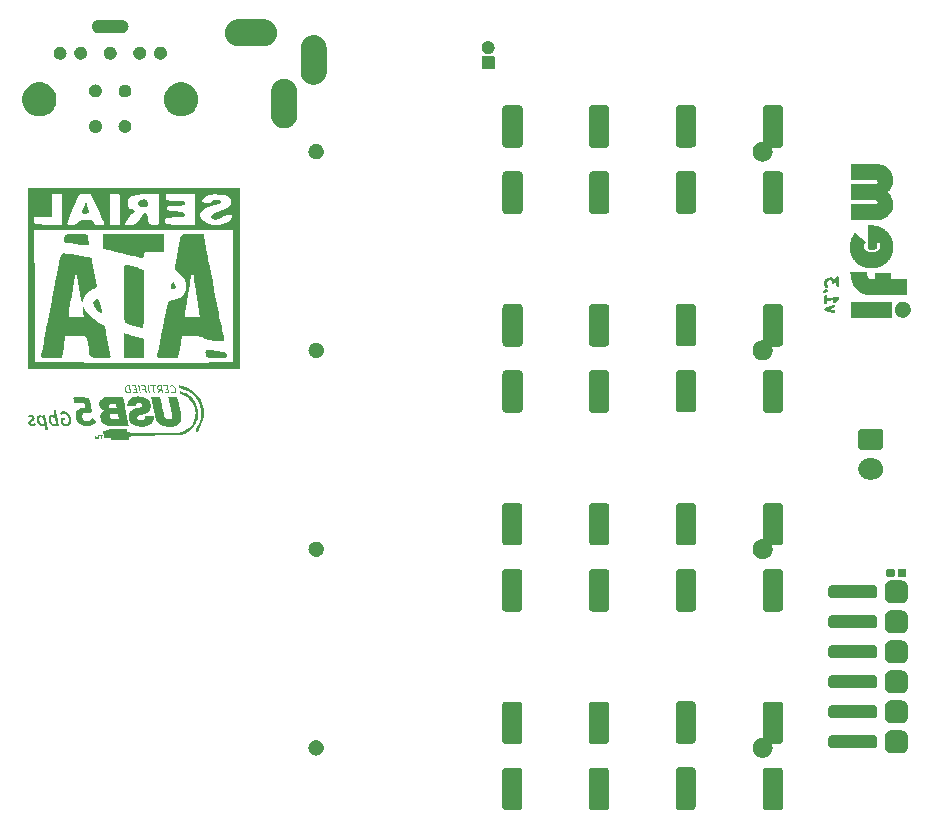
<source format=gbs>
%TF.GenerationSoftware,KiCad,Pcbnew,7.0.9*%
%TF.CreationDate,2025-01-01T13:08:25+08:00*%
%TF.ProjectId,ver0.1-rounded,76657230-2e31-42d7-926f-756e6465642e,rev?*%
%TF.SameCoordinates,Original*%
%TF.FileFunction,Soldermask,Bot*%
%TF.FilePolarity,Negative*%
%FSLAX46Y46*%
G04 Gerber Fmt 4.6, Leading zero omitted, Abs format (unit mm)*
G04 Created by KiCad (PCBNEW 7.0.9) date 2025-01-01 13:08:25*
%MOMM*%
%LPD*%
G01*
G04 APERTURE LIST*
G04 APERTURE END LIST*
G36*
X149399351Y-131196940D02*
G01*
X149425998Y-131198355D01*
X149429508Y-131199033D01*
X149436467Y-131199517D01*
X149457118Y-131204374D01*
X149476707Y-131208163D01*
X149482463Y-131210335D01*
X149490357Y-131212192D01*
X149507855Y-131219918D01*
X149524289Y-131226120D01*
X149531544Y-131230377D01*
X149541001Y-131234553D01*
X149554992Y-131244137D01*
X149568144Y-131251855D01*
X149576313Y-131258743D01*
X149586674Y-131265840D01*
X149597112Y-131276278D01*
X149607024Y-131284635D01*
X149615380Y-131294546D01*
X149625820Y-131304986D01*
X149632917Y-131315347D01*
X149639804Y-131323515D01*
X149647519Y-131336663D01*
X149657107Y-131350659D01*
X149661283Y-131360118D01*
X149665539Y-131367370D01*
X149671737Y-131383795D01*
X149679468Y-131401303D01*
X149681325Y-131409200D01*
X149683496Y-131414952D01*
X149687281Y-131434522D01*
X149692143Y-131455193D01*
X149692626Y-131462158D01*
X149693304Y-131465661D01*
X149694715Y-131492250D01*
X149695020Y-131496640D01*
X149695020Y-134496640D01*
X149694715Y-134501032D01*
X149693304Y-134527618D01*
X149692626Y-134531120D01*
X149692143Y-134538087D01*
X149687280Y-134558762D01*
X149683496Y-134578327D01*
X149681326Y-134584076D01*
X149679468Y-134591977D01*
X149671735Y-134609490D01*
X149665539Y-134625909D01*
X149661285Y-134633157D01*
X149657107Y-134642621D01*
X149647515Y-134656622D01*
X149639804Y-134669764D01*
X149632921Y-134677927D01*
X149625820Y-134688294D01*
X149615374Y-134698739D01*
X149607024Y-134708644D01*
X149597119Y-134716994D01*
X149586674Y-134727440D01*
X149576307Y-134734541D01*
X149568144Y-134741424D01*
X149555002Y-134749135D01*
X149541001Y-134758727D01*
X149531537Y-134762905D01*
X149524289Y-134767159D01*
X149507870Y-134773355D01*
X149490357Y-134781088D01*
X149482456Y-134782946D01*
X149476707Y-134785116D01*
X149457142Y-134788900D01*
X149436467Y-134793763D01*
X149429500Y-134794246D01*
X149425998Y-134794924D01*
X149399412Y-134796335D01*
X149395020Y-134796640D01*
X148295020Y-134796640D01*
X148290630Y-134796335D01*
X148264041Y-134794924D01*
X148260538Y-134794246D01*
X148253573Y-134793763D01*
X148232902Y-134788901D01*
X148213332Y-134785116D01*
X148207580Y-134782945D01*
X148199683Y-134781088D01*
X148182175Y-134773357D01*
X148165750Y-134767159D01*
X148158498Y-134762903D01*
X148149039Y-134758727D01*
X148135043Y-134749139D01*
X148121895Y-134741424D01*
X148113727Y-134734537D01*
X148103366Y-134727440D01*
X148092926Y-134717000D01*
X148083015Y-134708644D01*
X148074658Y-134698732D01*
X148064220Y-134688294D01*
X148057123Y-134677933D01*
X148050235Y-134669764D01*
X148042517Y-134656612D01*
X148032933Y-134642621D01*
X148028757Y-134633164D01*
X148024500Y-134625909D01*
X148018298Y-134609475D01*
X148010572Y-134591977D01*
X148008715Y-134584083D01*
X148006543Y-134578327D01*
X148002754Y-134558738D01*
X147997897Y-134538087D01*
X147997413Y-134531128D01*
X147996735Y-134527618D01*
X147995320Y-134500971D01*
X147995020Y-134496640D01*
X147995020Y-131496640D01*
X147995320Y-131492312D01*
X147996735Y-131465661D01*
X147997414Y-131462150D01*
X147997897Y-131455193D01*
X148002753Y-131434546D01*
X148006543Y-131414952D01*
X148008716Y-131409193D01*
X148010572Y-131401303D01*
X148018295Y-131383810D01*
X148024500Y-131367370D01*
X148028759Y-131360111D01*
X148032933Y-131350659D01*
X148042513Y-131336673D01*
X148050235Y-131323515D01*
X148057126Y-131315340D01*
X148064220Y-131304986D01*
X148074653Y-131294552D01*
X148083015Y-131284635D01*
X148092932Y-131276273D01*
X148103366Y-131265840D01*
X148113720Y-131258746D01*
X148121895Y-131251855D01*
X148135053Y-131244133D01*
X148149039Y-131234553D01*
X148158491Y-131230379D01*
X148165750Y-131226120D01*
X148182190Y-131219915D01*
X148199683Y-131212192D01*
X148207573Y-131210336D01*
X148213332Y-131208163D01*
X148232926Y-131204373D01*
X148253573Y-131199517D01*
X148260530Y-131199034D01*
X148264041Y-131198355D01*
X148290692Y-131196940D01*
X148295020Y-131196640D01*
X149395020Y-131196640D01*
X149399351Y-131196940D01*
G37*
G36*
X156739951Y-131196940D02*
G01*
X156766598Y-131198355D01*
X156770108Y-131199033D01*
X156777067Y-131199517D01*
X156797718Y-131204374D01*
X156817307Y-131208163D01*
X156823063Y-131210335D01*
X156830957Y-131212192D01*
X156848455Y-131219918D01*
X156864889Y-131226120D01*
X156872144Y-131230377D01*
X156881601Y-131234553D01*
X156895592Y-131244137D01*
X156908744Y-131251855D01*
X156916913Y-131258743D01*
X156927274Y-131265840D01*
X156937712Y-131276278D01*
X156947624Y-131284635D01*
X156955980Y-131294546D01*
X156966420Y-131304986D01*
X156973517Y-131315347D01*
X156980404Y-131323515D01*
X156988119Y-131336663D01*
X156997707Y-131350659D01*
X157001883Y-131360118D01*
X157006139Y-131367370D01*
X157012337Y-131383795D01*
X157020068Y-131401303D01*
X157021925Y-131409200D01*
X157024096Y-131414952D01*
X157027881Y-131434522D01*
X157032743Y-131455193D01*
X157033226Y-131462158D01*
X157033904Y-131465661D01*
X157035315Y-131492250D01*
X157035620Y-131496640D01*
X157035620Y-134496640D01*
X157035315Y-134501032D01*
X157033904Y-134527618D01*
X157033226Y-134531120D01*
X157032743Y-134538087D01*
X157027880Y-134558762D01*
X157024096Y-134578327D01*
X157021926Y-134584076D01*
X157020068Y-134591977D01*
X157012335Y-134609490D01*
X157006139Y-134625909D01*
X157001885Y-134633157D01*
X156997707Y-134642621D01*
X156988115Y-134656622D01*
X156980404Y-134669764D01*
X156973521Y-134677927D01*
X156966420Y-134688294D01*
X156955974Y-134698739D01*
X156947624Y-134708644D01*
X156937719Y-134716994D01*
X156927274Y-134727440D01*
X156916907Y-134734541D01*
X156908744Y-134741424D01*
X156895602Y-134749135D01*
X156881601Y-134758727D01*
X156872137Y-134762905D01*
X156864889Y-134767159D01*
X156848470Y-134773355D01*
X156830957Y-134781088D01*
X156823056Y-134782946D01*
X156817307Y-134785116D01*
X156797742Y-134788900D01*
X156777067Y-134793763D01*
X156770100Y-134794246D01*
X156766598Y-134794924D01*
X156740012Y-134796335D01*
X156735620Y-134796640D01*
X155635620Y-134796640D01*
X155631230Y-134796335D01*
X155604641Y-134794924D01*
X155601138Y-134794246D01*
X155594173Y-134793763D01*
X155573502Y-134788901D01*
X155553932Y-134785116D01*
X155548180Y-134782945D01*
X155540283Y-134781088D01*
X155522775Y-134773357D01*
X155506350Y-134767159D01*
X155499098Y-134762903D01*
X155489639Y-134758727D01*
X155475643Y-134749139D01*
X155462495Y-134741424D01*
X155454327Y-134734537D01*
X155443966Y-134727440D01*
X155433526Y-134717000D01*
X155423615Y-134708644D01*
X155415258Y-134698732D01*
X155404820Y-134688294D01*
X155397723Y-134677933D01*
X155390835Y-134669764D01*
X155383117Y-134656612D01*
X155373533Y-134642621D01*
X155369357Y-134633164D01*
X155365100Y-134625909D01*
X155358898Y-134609475D01*
X155351172Y-134591977D01*
X155349315Y-134584083D01*
X155347143Y-134578327D01*
X155343354Y-134558738D01*
X155338497Y-134538087D01*
X155338013Y-134531128D01*
X155337335Y-134527618D01*
X155335920Y-134500971D01*
X155335620Y-134496640D01*
X155335620Y-131496640D01*
X155335920Y-131492312D01*
X155337335Y-131465661D01*
X155338014Y-131462150D01*
X155338497Y-131455193D01*
X155343353Y-131434546D01*
X155347143Y-131414952D01*
X155349316Y-131409193D01*
X155351172Y-131401303D01*
X155358895Y-131383810D01*
X155365100Y-131367370D01*
X155369359Y-131360111D01*
X155373533Y-131350659D01*
X155383113Y-131336673D01*
X155390835Y-131323515D01*
X155397726Y-131315340D01*
X155404820Y-131304986D01*
X155415253Y-131294552D01*
X155423615Y-131284635D01*
X155433532Y-131276273D01*
X155443966Y-131265840D01*
X155454320Y-131258746D01*
X155462495Y-131251855D01*
X155475653Y-131244133D01*
X155489639Y-131234553D01*
X155499091Y-131230379D01*
X155506350Y-131226120D01*
X155522790Y-131219915D01*
X155540283Y-131212192D01*
X155548173Y-131210336D01*
X155553932Y-131208163D01*
X155573526Y-131204373D01*
X155594173Y-131199517D01*
X155601130Y-131199034D01*
X155604641Y-131198355D01*
X155631292Y-131196940D01*
X155635620Y-131196640D01*
X156735620Y-131196640D01*
X156739951Y-131196940D01*
G37*
G36*
X171471951Y-131196940D02*
G01*
X171498598Y-131198355D01*
X171502108Y-131199033D01*
X171509067Y-131199517D01*
X171529718Y-131204374D01*
X171549307Y-131208163D01*
X171555063Y-131210335D01*
X171562957Y-131212192D01*
X171580455Y-131219918D01*
X171596889Y-131226120D01*
X171604144Y-131230377D01*
X171613601Y-131234553D01*
X171627592Y-131244137D01*
X171640744Y-131251855D01*
X171648913Y-131258743D01*
X171659274Y-131265840D01*
X171669712Y-131276278D01*
X171679624Y-131284635D01*
X171687980Y-131294546D01*
X171698420Y-131304986D01*
X171705517Y-131315347D01*
X171712404Y-131323515D01*
X171720119Y-131336663D01*
X171729707Y-131350659D01*
X171733883Y-131360118D01*
X171738139Y-131367370D01*
X171744337Y-131383795D01*
X171752068Y-131401303D01*
X171753925Y-131409200D01*
X171756096Y-131414952D01*
X171759881Y-131434522D01*
X171764743Y-131455193D01*
X171765226Y-131462158D01*
X171765904Y-131465661D01*
X171767315Y-131492250D01*
X171767620Y-131496640D01*
X171767620Y-134496640D01*
X171767315Y-134501032D01*
X171765904Y-134527618D01*
X171765226Y-134531120D01*
X171764743Y-134538087D01*
X171759880Y-134558762D01*
X171756096Y-134578327D01*
X171753926Y-134584076D01*
X171752068Y-134591977D01*
X171744335Y-134609490D01*
X171738139Y-134625909D01*
X171733885Y-134633157D01*
X171729707Y-134642621D01*
X171720115Y-134656622D01*
X171712404Y-134669764D01*
X171705521Y-134677927D01*
X171698420Y-134688294D01*
X171687974Y-134698739D01*
X171679624Y-134708644D01*
X171669719Y-134716994D01*
X171659274Y-134727440D01*
X171648907Y-134734541D01*
X171640744Y-134741424D01*
X171627602Y-134749135D01*
X171613601Y-134758727D01*
X171604137Y-134762905D01*
X171596889Y-134767159D01*
X171580470Y-134773355D01*
X171562957Y-134781088D01*
X171555056Y-134782946D01*
X171549307Y-134785116D01*
X171529742Y-134788900D01*
X171509067Y-134793763D01*
X171502100Y-134794246D01*
X171498598Y-134794924D01*
X171472012Y-134796335D01*
X171467620Y-134796640D01*
X170367620Y-134796640D01*
X170363230Y-134796335D01*
X170336641Y-134794924D01*
X170333138Y-134794246D01*
X170326173Y-134793763D01*
X170305502Y-134788901D01*
X170285932Y-134785116D01*
X170280180Y-134782945D01*
X170272283Y-134781088D01*
X170254775Y-134773357D01*
X170238350Y-134767159D01*
X170231098Y-134762903D01*
X170221639Y-134758727D01*
X170207643Y-134749139D01*
X170194495Y-134741424D01*
X170186327Y-134734537D01*
X170175966Y-134727440D01*
X170165526Y-134717000D01*
X170155615Y-134708644D01*
X170147258Y-134698732D01*
X170136820Y-134688294D01*
X170129723Y-134677933D01*
X170122835Y-134669764D01*
X170115117Y-134656612D01*
X170105533Y-134642621D01*
X170101357Y-134633164D01*
X170097100Y-134625909D01*
X170090898Y-134609475D01*
X170083172Y-134591977D01*
X170081315Y-134584083D01*
X170079143Y-134578327D01*
X170075354Y-134558738D01*
X170070497Y-134538087D01*
X170070013Y-134531128D01*
X170069335Y-134527618D01*
X170067920Y-134500971D01*
X170067620Y-134496640D01*
X170067620Y-131496640D01*
X170067920Y-131492312D01*
X170069335Y-131465661D01*
X170070014Y-131462150D01*
X170070497Y-131455193D01*
X170075353Y-131434546D01*
X170079143Y-131414952D01*
X170081316Y-131409193D01*
X170083172Y-131401303D01*
X170090895Y-131383810D01*
X170097100Y-131367370D01*
X170101359Y-131360111D01*
X170105533Y-131350659D01*
X170115113Y-131336673D01*
X170122835Y-131323515D01*
X170129726Y-131315340D01*
X170136820Y-131304986D01*
X170147253Y-131294552D01*
X170155615Y-131284635D01*
X170165532Y-131276273D01*
X170175966Y-131265840D01*
X170186320Y-131258746D01*
X170194495Y-131251855D01*
X170207653Y-131244133D01*
X170221639Y-131234553D01*
X170231091Y-131230379D01*
X170238350Y-131226120D01*
X170254790Y-131219915D01*
X170272283Y-131212192D01*
X170280173Y-131210336D01*
X170285932Y-131208163D01*
X170305526Y-131204373D01*
X170326173Y-131199517D01*
X170333130Y-131199034D01*
X170336641Y-131198355D01*
X170363292Y-131196940D01*
X170367620Y-131196640D01*
X171467620Y-131196640D01*
X171471951Y-131196940D01*
G37*
G36*
X164080551Y-131171540D02*
G01*
X164107198Y-131172955D01*
X164110708Y-131173633D01*
X164117667Y-131174117D01*
X164138318Y-131178974D01*
X164157907Y-131182763D01*
X164163663Y-131184935D01*
X164171557Y-131186792D01*
X164189055Y-131194518D01*
X164205489Y-131200720D01*
X164212744Y-131204977D01*
X164222201Y-131209153D01*
X164236192Y-131218737D01*
X164249344Y-131226455D01*
X164257513Y-131233343D01*
X164267874Y-131240440D01*
X164278312Y-131250878D01*
X164288224Y-131259235D01*
X164296580Y-131269146D01*
X164307020Y-131279586D01*
X164314117Y-131289947D01*
X164321004Y-131298115D01*
X164328719Y-131311263D01*
X164338307Y-131325259D01*
X164342483Y-131334718D01*
X164346739Y-131341970D01*
X164352937Y-131358395D01*
X164360668Y-131375903D01*
X164362525Y-131383800D01*
X164364696Y-131389552D01*
X164368481Y-131409122D01*
X164373343Y-131429793D01*
X164373826Y-131436758D01*
X164374504Y-131440261D01*
X164375915Y-131466850D01*
X164376220Y-131471240D01*
X164376220Y-134471240D01*
X164375915Y-134475632D01*
X164374504Y-134502218D01*
X164373826Y-134505720D01*
X164373343Y-134512687D01*
X164368480Y-134533362D01*
X164364696Y-134552927D01*
X164362526Y-134558676D01*
X164360668Y-134566577D01*
X164352935Y-134584090D01*
X164346739Y-134600509D01*
X164342485Y-134607757D01*
X164338307Y-134617221D01*
X164328715Y-134631222D01*
X164321004Y-134644364D01*
X164314121Y-134652527D01*
X164307020Y-134662894D01*
X164296574Y-134673339D01*
X164288224Y-134683244D01*
X164278319Y-134691594D01*
X164267874Y-134702040D01*
X164257507Y-134709141D01*
X164249344Y-134716024D01*
X164236202Y-134723735D01*
X164222201Y-134733327D01*
X164212737Y-134737505D01*
X164205489Y-134741759D01*
X164189070Y-134747955D01*
X164171557Y-134755688D01*
X164163656Y-134757546D01*
X164157907Y-134759716D01*
X164138342Y-134763500D01*
X164117667Y-134768363D01*
X164110700Y-134768846D01*
X164107198Y-134769524D01*
X164080612Y-134770935D01*
X164076220Y-134771240D01*
X162976220Y-134771240D01*
X162971830Y-134770935D01*
X162945241Y-134769524D01*
X162941738Y-134768846D01*
X162934773Y-134768363D01*
X162914102Y-134763501D01*
X162894532Y-134759716D01*
X162888780Y-134757545D01*
X162880883Y-134755688D01*
X162863375Y-134747957D01*
X162846950Y-134741759D01*
X162839698Y-134737503D01*
X162830239Y-134733327D01*
X162816243Y-134723739D01*
X162803095Y-134716024D01*
X162794927Y-134709137D01*
X162784566Y-134702040D01*
X162774126Y-134691600D01*
X162764215Y-134683244D01*
X162755858Y-134673332D01*
X162745420Y-134662894D01*
X162738323Y-134652533D01*
X162731435Y-134644364D01*
X162723717Y-134631212D01*
X162714133Y-134617221D01*
X162709957Y-134607764D01*
X162705700Y-134600509D01*
X162699498Y-134584075D01*
X162691772Y-134566577D01*
X162689915Y-134558683D01*
X162687743Y-134552927D01*
X162683954Y-134533338D01*
X162679097Y-134512687D01*
X162678613Y-134505728D01*
X162677935Y-134502218D01*
X162676520Y-134475571D01*
X162676220Y-134471240D01*
X162676220Y-131471240D01*
X162676520Y-131466912D01*
X162677935Y-131440261D01*
X162678614Y-131436750D01*
X162679097Y-131429793D01*
X162683953Y-131409146D01*
X162687743Y-131389552D01*
X162689916Y-131383793D01*
X162691772Y-131375903D01*
X162699495Y-131358410D01*
X162705700Y-131341970D01*
X162709959Y-131334711D01*
X162714133Y-131325259D01*
X162723713Y-131311273D01*
X162731435Y-131298115D01*
X162738326Y-131289940D01*
X162745420Y-131279586D01*
X162755853Y-131269152D01*
X162764215Y-131259235D01*
X162774132Y-131250873D01*
X162784566Y-131240440D01*
X162794920Y-131233346D01*
X162803095Y-131226455D01*
X162816253Y-131218733D01*
X162830239Y-131209153D01*
X162839691Y-131204979D01*
X162846950Y-131200720D01*
X162863390Y-131194515D01*
X162880883Y-131186792D01*
X162888773Y-131184936D01*
X162894532Y-131182763D01*
X162914126Y-131178973D01*
X162934773Y-131174117D01*
X162941730Y-131173634D01*
X162945241Y-131172955D01*
X162971892Y-131171540D01*
X162976220Y-131171240D01*
X164076220Y-131171240D01*
X164080551Y-131171540D01*
G37*
G36*
X171471951Y-125596940D02*
G01*
X171498598Y-125598355D01*
X171502108Y-125599033D01*
X171509067Y-125599517D01*
X171529718Y-125604374D01*
X171549307Y-125608163D01*
X171555063Y-125610335D01*
X171562957Y-125612192D01*
X171580455Y-125619918D01*
X171596889Y-125626120D01*
X171604144Y-125630377D01*
X171613601Y-125634553D01*
X171627592Y-125644137D01*
X171640744Y-125651855D01*
X171648913Y-125658743D01*
X171659274Y-125665840D01*
X171669712Y-125676278D01*
X171679624Y-125684635D01*
X171687980Y-125694546D01*
X171698420Y-125704986D01*
X171705517Y-125715347D01*
X171712404Y-125723515D01*
X171720119Y-125736663D01*
X171729707Y-125750659D01*
X171733883Y-125760118D01*
X171738139Y-125767370D01*
X171744337Y-125783795D01*
X171752068Y-125801303D01*
X171753925Y-125809200D01*
X171756096Y-125814952D01*
X171759881Y-125834522D01*
X171764743Y-125855193D01*
X171765226Y-125862158D01*
X171765904Y-125865661D01*
X171767315Y-125892250D01*
X171767620Y-125896640D01*
X171767620Y-128896640D01*
X171767315Y-128901032D01*
X171765904Y-128927618D01*
X171765226Y-128931120D01*
X171764743Y-128938087D01*
X171759880Y-128958762D01*
X171756096Y-128978327D01*
X171753926Y-128984076D01*
X171752068Y-128991977D01*
X171744335Y-129009490D01*
X171738139Y-129025909D01*
X171733885Y-129033157D01*
X171729707Y-129042621D01*
X171720115Y-129056622D01*
X171712404Y-129069764D01*
X171705521Y-129077927D01*
X171698420Y-129088294D01*
X171687974Y-129098739D01*
X171679624Y-129108644D01*
X171669719Y-129116994D01*
X171659274Y-129127440D01*
X171648907Y-129134541D01*
X171640744Y-129141424D01*
X171627602Y-129149135D01*
X171613601Y-129158727D01*
X171604137Y-129162905D01*
X171596889Y-129167159D01*
X171580470Y-129173355D01*
X171562957Y-129181088D01*
X171555056Y-129182946D01*
X171549307Y-129185116D01*
X171529742Y-129188900D01*
X171509067Y-129193763D01*
X171502100Y-129194246D01*
X171498598Y-129194924D01*
X171472009Y-129196335D01*
X171467620Y-129196640D01*
X170875652Y-129196640D01*
X170845633Y-129235762D01*
X170861572Y-129295246D01*
X170872447Y-129334415D01*
X170873045Y-129338065D01*
X170873679Y-129340430D01*
X170880685Y-129384667D01*
X170887337Y-129425239D01*
X170887454Y-129427403D01*
X170887596Y-129428298D01*
X170890269Y-129479331D01*
X170892320Y-129517140D01*
X170890269Y-129554960D01*
X170887596Y-129605981D01*
X170887454Y-129606874D01*
X170887337Y-129609041D01*
X170880680Y-129649640D01*
X170873679Y-129693849D01*
X170873045Y-129696211D01*
X170872447Y-129699865D01*
X170861563Y-129739065D01*
X170850653Y-129779782D01*
X170849226Y-129783497D01*
X170847825Y-129788546D01*
X170833151Y-129825373D01*
X170818769Y-129862841D01*
X170816266Y-129867752D01*
X170813759Y-129874046D01*
X170795801Y-129907917D01*
X170778383Y-129942104D01*
X170774540Y-129948021D01*
X170770649Y-129955361D01*
X170749904Y-129985956D01*
X170729930Y-130016714D01*
X170724521Y-130023393D01*
X170718999Y-130031538D01*
X170695999Y-130058614D01*
X170673944Y-130085852D01*
X170666776Y-130093019D01*
X170659416Y-130101685D01*
X170634679Y-130125116D01*
X170611032Y-130148764D01*
X170601957Y-130156112D01*
X170592598Y-130164978D01*
X170566650Y-130184703D01*
X170541894Y-130204750D01*
X170530811Y-130211947D01*
X170519329Y-130220676D01*
X170492689Y-130236704D01*
X170467284Y-130253203D01*
X170454120Y-130259909D01*
X170440467Y-130268125D01*
X170413622Y-130280544D01*
X170388021Y-130293589D01*
X170372788Y-130299436D01*
X170356937Y-130306770D01*
X170330331Y-130315734D01*
X170304962Y-130325473D01*
X170287701Y-130330097D01*
X170269719Y-130336157D01*
X170243779Y-130341866D01*
X170219029Y-130348499D01*
X170199857Y-130351535D01*
X170179835Y-130355943D01*
X170154930Y-130358651D01*
X170131161Y-130362416D01*
X170110222Y-130363513D01*
X170088338Y-130365893D01*
X170064802Y-130365893D01*
X170042320Y-130367071D01*
X170019838Y-130365893D01*
X169996302Y-130365893D01*
X169974417Y-130363513D01*
X169953478Y-130362416D01*
X169929706Y-130358650D01*
X169904805Y-130355943D01*
X169884785Y-130351536D01*
X169865610Y-130348499D01*
X169840854Y-130341865D01*
X169814921Y-130336157D01*
X169796942Y-130330099D01*
X169779677Y-130325473D01*
X169754300Y-130315731D01*
X169727703Y-130306770D01*
X169711856Y-130299438D01*
X169696618Y-130293589D01*
X169671006Y-130280539D01*
X169644173Y-130268125D01*
X169630524Y-130259913D01*
X169617355Y-130253203D01*
X169591936Y-130236695D01*
X169565311Y-130220676D01*
X169553834Y-130211951D01*
X169542745Y-130204750D01*
X169517973Y-130184690D01*
X169492042Y-130164978D01*
X169482688Y-130156117D01*
X169473607Y-130148764D01*
X169449941Y-130125098D01*
X169425224Y-130101685D01*
X169417869Y-130093026D01*
X169410695Y-130085852D01*
X169388618Y-130058589D01*
X169365641Y-130031538D01*
X169360123Y-130023400D01*
X169354709Y-130016714D01*
X169334712Y-129985921D01*
X169313991Y-129955361D01*
X169310104Y-129948029D01*
X169306256Y-129942104D01*
X169288812Y-129907869D01*
X169270881Y-129874046D01*
X169268376Y-129867761D01*
X169265870Y-129862841D01*
X169251461Y-129825305D01*
X169236815Y-129788546D01*
X169235415Y-129783507D01*
X169233986Y-129779782D01*
X169223048Y-129738962D01*
X169212193Y-129699865D01*
X169211595Y-129696221D01*
X169210960Y-129693849D01*
X169203929Y-129649460D01*
X169197303Y-129609041D01*
X169197186Y-129606884D01*
X169197043Y-129605981D01*
X169194340Y-129554412D01*
X169192320Y-129517140D01*
X169194340Y-129479879D01*
X169197043Y-129428298D01*
X169197186Y-129427394D01*
X169197303Y-129425239D01*
X169203924Y-129384847D01*
X169210960Y-129340430D01*
X169211596Y-129338056D01*
X169212193Y-129334415D01*
X169223040Y-129295345D01*
X169233986Y-129254497D01*
X169235416Y-129250769D01*
X169236815Y-129245734D01*
X169251450Y-129209001D01*
X169265870Y-129171438D01*
X169268378Y-129166514D01*
X169270881Y-129160234D01*
X169288815Y-129126406D01*
X169306253Y-129092183D01*
X169310097Y-129086262D01*
X169313991Y-129078919D01*
X169334733Y-129048326D01*
X169354714Y-129017559D01*
X169360127Y-129010874D01*
X169365641Y-129002742D01*
X169388602Y-128975709D01*
X169410695Y-128948427D01*
X169417874Y-128941247D01*
X169425224Y-128932595D01*
X169449922Y-128909199D01*
X169473607Y-128885515D01*
X169482695Y-128878155D01*
X169492042Y-128869302D01*
X169517955Y-128849603D01*
X169542739Y-128829534D01*
X169553831Y-128822330D01*
X169565311Y-128813604D01*
X169591953Y-128797573D01*
X169617363Y-128781073D01*
X169630525Y-128774366D01*
X169644173Y-128766155D01*
X169670992Y-128753746D01*
X169696618Y-128740690D01*
X169711868Y-128734835D01*
X169727703Y-128727510D01*
X169754279Y-128718555D01*
X169779677Y-128708806D01*
X169796956Y-128704175D01*
X169814921Y-128698123D01*
X169840833Y-128692418D01*
X169865610Y-128685780D01*
X169884801Y-128682740D01*
X169904805Y-128678337D01*
X169929686Y-128675631D01*
X169953478Y-128671863D01*
X169974436Y-128670764D01*
X169996302Y-128668387D01*
X170019814Y-128668387D01*
X170040158Y-128667321D01*
X170067620Y-128638383D01*
X170067620Y-125897972D01*
X170067620Y-125896640D01*
X170067920Y-125892312D01*
X170069335Y-125865661D01*
X170070014Y-125862150D01*
X170070497Y-125855193D01*
X170075353Y-125834546D01*
X170079143Y-125814952D01*
X170081316Y-125809193D01*
X170083172Y-125801303D01*
X170090895Y-125783810D01*
X170097100Y-125767370D01*
X170101359Y-125760111D01*
X170105533Y-125750659D01*
X170115113Y-125736673D01*
X170122835Y-125723515D01*
X170129726Y-125715340D01*
X170136820Y-125704986D01*
X170147253Y-125694552D01*
X170155615Y-125684635D01*
X170165532Y-125676273D01*
X170175966Y-125665840D01*
X170186320Y-125658746D01*
X170194495Y-125651855D01*
X170207653Y-125644133D01*
X170221639Y-125634553D01*
X170231091Y-125630379D01*
X170238350Y-125626120D01*
X170254790Y-125619915D01*
X170272283Y-125612192D01*
X170280173Y-125610336D01*
X170285932Y-125608163D01*
X170305526Y-125604373D01*
X170326173Y-125599517D01*
X170333130Y-125599034D01*
X170336641Y-125598355D01*
X170363292Y-125596940D01*
X170367620Y-125596640D01*
X171467620Y-125596640D01*
X171471951Y-125596940D01*
G37*
G36*
X132262025Y-128868423D02*
G01*
X132283134Y-128868423D01*
X132302532Y-128870873D01*
X132320659Y-128871970D01*
X132341613Y-128875810D01*
X132364118Y-128878653D01*
X132381553Y-128883129D01*
X132397854Y-128886117D01*
X132419693Y-128892922D01*
X132443181Y-128898953D01*
X132458461Y-128905002D01*
X132472781Y-128909465D01*
X132495081Y-128919501D01*
X132519077Y-128929002D01*
X132532105Y-128936164D01*
X132544349Y-128941675D01*
X132566650Y-128955156D01*
X132590607Y-128968327D01*
X132601354Y-128976135D01*
X132611511Y-128982275D01*
X132633278Y-128999328D01*
X132656646Y-129016306D01*
X132665195Y-129024334D01*
X132673282Y-129030670D01*
X132693930Y-129051318D01*
X132716150Y-129072184D01*
X132722634Y-129080022D01*
X132728789Y-129086177D01*
X132747808Y-129110453D01*
X132768181Y-129135080D01*
X132772779Y-129142326D01*
X132777184Y-129147948D01*
X132793981Y-129175735D01*
X132811919Y-129204000D01*
X132814909Y-129210354D01*
X132817784Y-129215110D01*
X132831760Y-129246163D01*
X132846675Y-129277859D01*
X132848362Y-129283053D01*
X132849994Y-129286678D01*
X132860618Y-129320773D01*
X132871899Y-129355492D01*
X132872628Y-129359314D01*
X132873342Y-129361605D01*
X132880101Y-129398490D01*
X132887195Y-129435673D01*
X132887340Y-129437991D01*
X132887489Y-129438800D01*
X132889924Y-129479063D01*
X132892320Y-129517140D01*
X132889923Y-129555228D01*
X132887489Y-129595479D01*
X132887340Y-129596286D01*
X132887195Y-129598607D01*
X132880097Y-129635814D01*
X132873342Y-129672674D01*
X132872628Y-129674963D01*
X132871899Y-129678788D01*
X132860610Y-129713529D01*
X132849994Y-129747601D01*
X132848363Y-129751222D01*
X132846675Y-129756421D01*
X132831749Y-129788138D01*
X132817784Y-129819169D01*
X132814911Y-129823921D01*
X132811919Y-129830280D01*
X132793968Y-129858564D01*
X132777184Y-129886331D01*
X132772783Y-129891948D01*
X132768181Y-129899200D01*
X132747793Y-129923844D01*
X132728789Y-129948102D01*
X132722638Y-129954252D01*
X132716150Y-129962096D01*
X132693913Y-129982977D01*
X132673282Y-130003609D01*
X132665202Y-130009939D01*
X132656646Y-130017974D01*
X132633260Y-130034963D01*
X132611511Y-130052004D01*
X132601362Y-130058138D01*
X132590607Y-130065953D01*
X132566632Y-130079133D01*
X132544349Y-130092604D01*
X132532115Y-130098109D01*
X132519077Y-130105278D01*
X132495063Y-130114785D01*
X132472781Y-130124814D01*
X132458473Y-130129272D01*
X132443181Y-130135327D01*
X132419675Y-130141362D01*
X132397854Y-130148162D01*
X132381567Y-130151146D01*
X132364118Y-130155627D01*
X132341596Y-130158471D01*
X132320659Y-130162309D01*
X132302548Y-130163404D01*
X132283134Y-130165857D01*
X132262008Y-130165857D01*
X132242320Y-130167048D01*
X132222632Y-130165857D01*
X132201506Y-130165857D01*
X132182092Y-130163404D01*
X132163980Y-130162309D01*
X132143040Y-130158471D01*
X132120522Y-130155627D01*
X132103075Y-130151147D01*
X132086785Y-130148162D01*
X132064958Y-130141360D01*
X132041459Y-130135327D01*
X132026170Y-130129273D01*
X132011858Y-130124814D01*
X131989568Y-130114782D01*
X131965563Y-130105278D01*
X131952528Y-130098112D01*
X131940290Y-130092604D01*
X131917996Y-130079127D01*
X131894033Y-130065953D01*
X131883282Y-130058142D01*
X131873128Y-130052004D01*
X131851365Y-130034953D01*
X131827994Y-130017974D01*
X131819442Y-130009943D01*
X131811357Y-130003609D01*
X131790709Y-129982961D01*
X131768490Y-129962096D01*
X131762005Y-129954257D01*
X131755850Y-129948102D01*
X131736827Y-129923821D01*
X131716459Y-129899200D01*
X131711861Y-129891955D01*
X131707455Y-129886331D01*
X131690650Y-129858531D01*
X131672721Y-129830280D01*
X131669732Y-129823928D01*
X131666855Y-129819169D01*
X131652867Y-129788089D01*
X131637965Y-129756421D01*
X131636278Y-129751230D01*
X131634645Y-129747601D01*
X131624004Y-129713454D01*
X131612741Y-129678788D01*
X131612012Y-129674971D01*
X131611297Y-129672674D01*
X131604517Y-129635680D01*
X131597445Y-129598607D01*
X131597299Y-129596295D01*
X131597150Y-129595479D01*
X131594690Y-129554814D01*
X131592320Y-129517140D01*
X131594689Y-129479477D01*
X131597150Y-129438800D01*
X131597299Y-129437983D01*
X131597445Y-129435673D01*
X131604512Y-129398623D01*
X131611297Y-129361605D01*
X131612013Y-129359305D01*
X131612741Y-129355492D01*
X131623997Y-129320848D01*
X131634645Y-129286678D01*
X131636279Y-129283045D01*
X131637965Y-129277859D01*
X131652856Y-129246212D01*
X131666855Y-129215110D01*
X131669734Y-129210346D01*
X131672721Y-129204000D01*
X131690637Y-129175768D01*
X131707455Y-129147948D01*
X131711864Y-129142319D01*
X131716459Y-129135080D01*
X131736812Y-129110476D01*
X131755850Y-129086177D01*
X131762010Y-129080016D01*
X131768490Y-129072184D01*
X131790693Y-129051333D01*
X131811357Y-129030670D01*
X131819449Y-129024330D01*
X131827994Y-129016306D01*
X131851347Y-128999338D01*
X131873128Y-128982275D01*
X131883290Y-128976131D01*
X131894033Y-128968327D01*
X131917978Y-128955162D01*
X131940290Y-128941675D01*
X131952538Y-128936162D01*
X131965563Y-128929002D01*
X131989549Y-128919505D01*
X132011858Y-128909465D01*
X132026182Y-128905001D01*
X132041459Y-128898953D01*
X132064940Y-128892923D01*
X132086785Y-128886117D01*
X132103088Y-128883129D01*
X132120522Y-128878653D01*
X132143023Y-128875810D01*
X132163980Y-128871970D01*
X132182107Y-128870873D01*
X132201506Y-128868423D01*
X132222615Y-128868423D01*
X132242320Y-128867231D01*
X132262025Y-128868423D01*
G37*
G36*
X181826878Y-128042669D02*
G01*
X181879280Y-128045738D01*
X181885223Y-128046842D01*
X181892494Y-128047363D01*
X181918799Y-128053085D01*
X181946091Y-128058159D01*
X181953857Y-128060711D01*
X181963207Y-128062745D01*
X181986619Y-128071477D01*
X182010444Y-128079307D01*
X182019922Y-128083899D01*
X182031010Y-128088035D01*
X182051106Y-128099008D01*
X182071409Y-128108845D01*
X182082164Y-128115967D01*
X182094525Y-128122716D01*
X182111127Y-128135144D01*
X182127881Y-128146238D01*
X182139381Y-128156295D01*
X182152457Y-128166084D01*
X182165581Y-128179208D01*
X182178876Y-128190835D01*
X182190502Y-128204129D01*
X182203628Y-128217255D01*
X182213416Y-128230331D01*
X182223473Y-128241830D01*
X182234564Y-128258580D01*
X182246996Y-128275187D01*
X182253746Y-128287549D01*
X182260866Y-128298302D01*
X182270698Y-128318596D01*
X182281677Y-128338702D01*
X182285814Y-128349793D01*
X182290404Y-128359267D01*
X182298228Y-128383077D01*
X182306967Y-128406505D01*
X182309002Y-128415860D01*
X182311552Y-128423620D01*
X182316622Y-128450890D01*
X182322349Y-128477218D01*
X182322869Y-128484493D01*
X182323972Y-128490424D01*
X182327031Y-128542688D01*
X182327512Y-128549400D01*
X182327512Y-129463800D01*
X182327036Y-129470443D01*
X182323973Y-129522768D01*
X182322869Y-129528702D01*
X182322349Y-129535982D01*
X182316619Y-129562319D01*
X182311552Y-129589579D01*
X182309002Y-129597336D01*
X182306967Y-129606695D01*
X182298225Y-129630129D01*
X182290404Y-129653932D01*
X182285815Y-129663401D01*
X182281677Y-129674498D01*
X182270694Y-129694611D01*
X182260866Y-129714897D01*
X182253749Y-129725644D01*
X182246996Y-129738013D01*
X182234558Y-129754626D01*
X182223473Y-129771369D01*
X182213422Y-129782861D01*
X182203628Y-129795945D01*
X182190495Y-129809077D01*
X182178876Y-129822364D01*
X182165589Y-129833983D01*
X182152457Y-129847116D01*
X182139373Y-129856910D01*
X182127881Y-129866961D01*
X182111138Y-129878046D01*
X182094525Y-129890484D01*
X182082156Y-129897237D01*
X182071409Y-129904354D01*
X182051123Y-129914182D01*
X182031010Y-129925165D01*
X182019913Y-129929303D01*
X182010444Y-129933892D01*
X181986641Y-129941713D01*
X181963207Y-129950455D01*
X181953848Y-129952490D01*
X181946091Y-129955040D01*
X181918827Y-129960108D01*
X181892494Y-129965837D01*
X181885217Y-129966357D01*
X181879287Y-129967460D01*
X181827028Y-129970519D01*
X181820312Y-129971000D01*
X180905912Y-129971000D01*
X180899272Y-129970525D01*
X180846943Y-129967461D01*
X180841007Y-129966357D01*
X180833730Y-129965837D01*
X180807398Y-129960109D01*
X180780132Y-129955040D01*
X180772372Y-129952490D01*
X180763017Y-129950455D01*
X180739589Y-129941716D01*
X180715779Y-129933892D01*
X180706305Y-129929302D01*
X180695214Y-129925165D01*
X180675108Y-129914186D01*
X180654814Y-129904354D01*
X180644061Y-129897234D01*
X180631699Y-129890484D01*
X180615092Y-129878052D01*
X180598342Y-129866961D01*
X180586843Y-129856904D01*
X180573767Y-129847116D01*
X180560641Y-129833990D01*
X180547347Y-129822364D01*
X180535720Y-129809069D01*
X180522596Y-129795945D01*
X180512807Y-129782869D01*
X180502750Y-129771369D01*
X180491656Y-129754615D01*
X180479228Y-129738013D01*
X180472479Y-129725652D01*
X180465357Y-129714897D01*
X180455520Y-129694594D01*
X180444547Y-129674498D01*
X180440411Y-129663410D01*
X180435819Y-129653932D01*
X180427989Y-129630107D01*
X180419257Y-129606695D01*
X180417223Y-129597345D01*
X180414671Y-129589579D01*
X180409596Y-129562283D01*
X180403875Y-129535982D01*
X180403355Y-129528713D01*
X180402251Y-129522775D01*
X180399186Y-129470439D01*
X180398712Y-129463800D01*
X180398712Y-128549400D01*
X180399181Y-128542837D01*
X180402250Y-128490431D01*
X180403355Y-128484486D01*
X180403875Y-128477218D01*
X180409595Y-128450918D01*
X180414671Y-128423620D01*
X180417223Y-128415851D01*
X180419257Y-128406505D01*
X180427986Y-128383100D01*
X180435819Y-128359267D01*
X180440413Y-128349784D01*
X180444547Y-128338702D01*
X180455516Y-128318612D01*
X180465357Y-128298302D01*
X180472482Y-128287541D01*
X180479228Y-128275187D01*
X180491650Y-128258592D01*
X180502750Y-128241830D01*
X180512813Y-128230323D01*
X180522596Y-128217255D01*
X180535713Y-128204137D01*
X180547347Y-128190835D01*
X180560649Y-128179201D01*
X180573767Y-128166084D01*
X180586835Y-128156301D01*
X180598342Y-128146238D01*
X180615104Y-128135138D01*
X180631699Y-128122716D01*
X180644053Y-128115970D01*
X180654814Y-128108845D01*
X180675124Y-128099004D01*
X180695214Y-128088035D01*
X180706296Y-128083901D01*
X180715779Y-128079307D01*
X180739612Y-128071474D01*
X180763017Y-128062745D01*
X180772363Y-128060711D01*
X180780132Y-128058159D01*
X180807434Y-128053083D01*
X180833730Y-128047363D01*
X180840996Y-128046843D01*
X180846936Y-128045739D01*
X180899277Y-128042674D01*
X180905912Y-128042200D01*
X181820312Y-128042200D01*
X181826878Y-128042669D01*
G37*
G36*
X179429953Y-128448902D02*
G01*
X179457004Y-128450339D01*
X179460557Y-128451026D01*
X179467600Y-128451515D01*
X179488492Y-128456428D01*
X179508374Y-128460274D01*
X179514218Y-128462479D01*
X179522209Y-128464359D01*
X179539912Y-128472175D01*
X179556596Y-128478472D01*
X179563966Y-128482797D01*
X179573528Y-128487019D01*
X179587671Y-128496707D01*
X179601031Y-128504547D01*
X179609327Y-128511542D01*
X179619809Y-128518722D01*
X179630372Y-128529285D01*
X179640432Y-128537767D01*
X179648913Y-128547826D01*
X179659478Y-128558391D01*
X179666658Y-128568873D01*
X179673652Y-128577168D01*
X179681489Y-128590524D01*
X179691181Y-128604672D01*
X179695404Y-128614236D01*
X179699727Y-128621603D01*
X179706019Y-128638278D01*
X179713841Y-128655991D01*
X179715721Y-128663985D01*
X179717925Y-128669825D01*
X179721766Y-128689688D01*
X179726685Y-128710600D01*
X179727174Y-128717649D01*
X179727860Y-128721195D01*
X179729293Y-128748190D01*
X179729600Y-128752600D01*
X179729600Y-129260600D01*
X179729293Y-129265015D01*
X179727860Y-129292004D01*
X179727174Y-129295549D01*
X179726685Y-129302600D01*
X179721765Y-129323516D01*
X179717925Y-129343374D01*
X179715721Y-129349211D01*
X179713841Y-129357209D01*
X179706017Y-129374927D01*
X179699727Y-129391596D01*
X179695405Y-129398959D01*
X179691181Y-129408528D01*
X179681485Y-129422681D01*
X179673652Y-129436031D01*
X179666662Y-129444321D01*
X179659478Y-129454809D01*
X179648907Y-129465379D01*
X179640432Y-129475432D01*
X179630379Y-129483907D01*
X179619809Y-129494478D01*
X179609321Y-129501662D01*
X179601031Y-129508652D01*
X179587681Y-129516485D01*
X179573528Y-129526181D01*
X179563959Y-129530405D01*
X179556596Y-129534727D01*
X179539927Y-129541017D01*
X179522209Y-129548841D01*
X179514211Y-129550721D01*
X179508374Y-129552925D01*
X179488516Y-129556765D01*
X179467600Y-129561685D01*
X179460549Y-129562174D01*
X179457004Y-129562860D01*
X179430012Y-129564293D01*
X179425600Y-129564600D01*
X175920400Y-129564600D01*
X175915988Y-129564293D01*
X175888995Y-129562860D01*
X175885449Y-129562174D01*
X175878400Y-129561685D01*
X175857488Y-129556766D01*
X175837625Y-129552925D01*
X175831785Y-129550721D01*
X175823791Y-129548841D01*
X175806078Y-129541019D01*
X175789403Y-129534727D01*
X175782036Y-129530404D01*
X175772472Y-129526181D01*
X175758324Y-129516489D01*
X175744968Y-129508652D01*
X175736673Y-129501658D01*
X175726191Y-129494478D01*
X175715626Y-129483913D01*
X175705567Y-129475432D01*
X175697085Y-129465372D01*
X175686522Y-129454809D01*
X175679342Y-129444327D01*
X175672347Y-129436031D01*
X175664507Y-129422671D01*
X175654819Y-129408528D01*
X175650597Y-129398966D01*
X175646272Y-129391596D01*
X175639975Y-129374912D01*
X175632159Y-129357209D01*
X175630279Y-129349218D01*
X175628074Y-129343374D01*
X175624228Y-129323492D01*
X175619315Y-129302600D01*
X175618826Y-129295557D01*
X175618139Y-129292004D01*
X175616701Y-129264950D01*
X175616400Y-129260600D01*
X175616400Y-128752600D01*
X175616701Y-128748249D01*
X175618139Y-128721195D01*
X175618826Y-128717641D01*
X175619315Y-128710600D01*
X175624227Y-128689712D01*
X175628074Y-128669825D01*
X175630280Y-128663978D01*
X175632159Y-128655991D01*
X175639973Y-128638293D01*
X175646272Y-128621603D01*
X175650598Y-128614229D01*
X175654819Y-128604672D01*
X175664503Y-128590534D01*
X175672347Y-128577168D01*
X175679345Y-128568866D01*
X175686522Y-128558391D01*
X175697080Y-128547832D01*
X175705567Y-128537767D01*
X175715632Y-128529280D01*
X175726191Y-128518722D01*
X175736666Y-128511545D01*
X175744968Y-128504547D01*
X175758334Y-128496703D01*
X175772472Y-128487019D01*
X175782029Y-128482798D01*
X175789403Y-128478472D01*
X175806093Y-128472173D01*
X175823791Y-128464359D01*
X175831778Y-128462480D01*
X175837625Y-128460274D01*
X175857512Y-128456427D01*
X175878400Y-128451515D01*
X175885441Y-128451026D01*
X175888995Y-128450339D01*
X175916052Y-128448901D01*
X175920400Y-128448600D01*
X179425600Y-128448600D01*
X179429953Y-128448902D01*
G37*
G36*
X149399351Y-125596940D02*
G01*
X149425998Y-125598355D01*
X149429508Y-125599033D01*
X149436467Y-125599517D01*
X149457118Y-125604374D01*
X149476707Y-125608163D01*
X149482463Y-125610335D01*
X149490357Y-125612192D01*
X149507855Y-125619918D01*
X149524289Y-125626120D01*
X149531544Y-125630377D01*
X149541001Y-125634553D01*
X149554992Y-125644137D01*
X149568144Y-125651855D01*
X149576313Y-125658743D01*
X149586674Y-125665840D01*
X149597112Y-125676278D01*
X149607024Y-125684635D01*
X149615380Y-125694546D01*
X149625820Y-125704986D01*
X149632917Y-125715347D01*
X149639804Y-125723515D01*
X149647519Y-125736663D01*
X149657107Y-125750659D01*
X149661283Y-125760118D01*
X149665539Y-125767370D01*
X149671737Y-125783795D01*
X149679468Y-125801303D01*
X149681325Y-125809200D01*
X149683496Y-125814952D01*
X149687281Y-125834522D01*
X149692143Y-125855193D01*
X149692626Y-125862158D01*
X149693304Y-125865661D01*
X149694715Y-125892250D01*
X149695020Y-125896640D01*
X149695020Y-128896640D01*
X149694715Y-128901032D01*
X149693304Y-128927618D01*
X149692626Y-128931120D01*
X149692143Y-128938087D01*
X149687280Y-128958762D01*
X149683496Y-128978327D01*
X149681326Y-128984076D01*
X149679468Y-128991977D01*
X149671735Y-129009490D01*
X149665539Y-129025909D01*
X149661285Y-129033157D01*
X149657107Y-129042621D01*
X149647515Y-129056622D01*
X149639804Y-129069764D01*
X149632921Y-129077927D01*
X149625820Y-129088294D01*
X149615374Y-129098739D01*
X149607024Y-129108644D01*
X149597119Y-129116994D01*
X149586674Y-129127440D01*
X149576307Y-129134541D01*
X149568144Y-129141424D01*
X149555002Y-129149135D01*
X149541001Y-129158727D01*
X149531537Y-129162905D01*
X149524289Y-129167159D01*
X149507870Y-129173355D01*
X149490357Y-129181088D01*
X149482456Y-129182946D01*
X149476707Y-129185116D01*
X149457142Y-129188900D01*
X149436467Y-129193763D01*
X149429500Y-129194246D01*
X149425998Y-129194924D01*
X149399412Y-129196335D01*
X149395020Y-129196640D01*
X148295020Y-129196640D01*
X148290630Y-129196335D01*
X148264041Y-129194924D01*
X148260538Y-129194246D01*
X148253573Y-129193763D01*
X148232902Y-129188901D01*
X148213332Y-129185116D01*
X148207580Y-129182945D01*
X148199683Y-129181088D01*
X148182175Y-129173357D01*
X148165750Y-129167159D01*
X148158498Y-129162903D01*
X148149039Y-129158727D01*
X148135043Y-129149139D01*
X148121895Y-129141424D01*
X148113727Y-129134537D01*
X148103366Y-129127440D01*
X148092926Y-129117000D01*
X148083015Y-129108644D01*
X148074658Y-129098732D01*
X148064220Y-129088294D01*
X148057123Y-129077933D01*
X148050235Y-129069764D01*
X148042517Y-129056612D01*
X148032933Y-129042621D01*
X148028757Y-129033164D01*
X148024500Y-129025909D01*
X148018298Y-129009475D01*
X148010572Y-128991977D01*
X148008715Y-128984083D01*
X148006543Y-128978327D01*
X148002754Y-128958738D01*
X147997897Y-128938087D01*
X147997413Y-128931128D01*
X147996735Y-128927618D01*
X147995320Y-128900971D01*
X147995020Y-128896640D01*
X147995020Y-125896640D01*
X147995320Y-125892312D01*
X147996735Y-125865661D01*
X147997414Y-125862150D01*
X147997897Y-125855193D01*
X148002753Y-125834546D01*
X148006543Y-125814952D01*
X148008716Y-125809193D01*
X148010572Y-125801303D01*
X148018295Y-125783810D01*
X148024500Y-125767370D01*
X148028759Y-125760111D01*
X148032933Y-125750659D01*
X148042513Y-125736673D01*
X148050235Y-125723515D01*
X148057126Y-125715340D01*
X148064220Y-125704986D01*
X148074653Y-125694552D01*
X148083015Y-125684635D01*
X148092932Y-125676273D01*
X148103366Y-125665840D01*
X148113720Y-125658746D01*
X148121895Y-125651855D01*
X148135053Y-125644133D01*
X148149039Y-125634553D01*
X148158491Y-125630379D01*
X148165750Y-125626120D01*
X148182190Y-125619915D01*
X148199683Y-125612192D01*
X148207573Y-125610336D01*
X148213332Y-125608163D01*
X148232926Y-125604373D01*
X148253573Y-125599517D01*
X148260530Y-125599034D01*
X148264041Y-125598355D01*
X148290692Y-125596940D01*
X148295020Y-125596640D01*
X149395020Y-125596640D01*
X149399351Y-125596940D01*
G37*
G36*
X156739951Y-125596940D02*
G01*
X156766598Y-125598355D01*
X156770108Y-125599033D01*
X156777067Y-125599517D01*
X156797718Y-125604374D01*
X156817307Y-125608163D01*
X156823063Y-125610335D01*
X156830957Y-125612192D01*
X156848455Y-125619918D01*
X156864889Y-125626120D01*
X156872144Y-125630377D01*
X156881601Y-125634553D01*
X156895592Y-125644137D01*
X156908744Y-125651855D01*
X156916913Y-125658743D01*
X156927274Y-125665840D01*
X156937712Y-125676278D01*
X156947624Y-125684635D01*
X156955980Y-125694546D01*
X156966420Y-125704986D01*
X156973517Y-125715347D01*
X156980404Y-125723515D01*
X156988119Y-125736663D01*
X156997707Y-125750659D01*
X157001883Y-125760118D01*
X157006139Y-125767370D01*
X157012337Y-125783795D01*
X157020068Y-125801303D01*
X157021925Y-125809200D01*
X157024096Y-125814952D01*
X157027881Y-125834522D01*
X157032743Y-125855193D01*
X157033226Y-125862158D01*
X157033904Y-125865661D01*
X157035315Y-125892250D01*
X157035620Y-125896640D01*
X157035620Y-128896640D01*
X157035315Y-128901032D01*
X157033904Y-128927618D01*
X157033226Y-128931120D01*
X157032743Y-128938087D01*
X157027880Y-128958762D01*
X157024096Y-128978327D01*
X157021926Y-128984076D01*
X157020068Y-128991977D01*
X157012335Y-129009490D01*
X157006139Y-129025909D01*
X157001885Y-129033157D01*
X156997707Y-129042621D01*
X156988115Y-129056622D01*
X156980404Y-129069764D01*
X156973521Y-129077927D01*
X156966420Y-129088294D01*
X156955974Y-129098739D01*
X156947624Y-129108644D01*
X156937719Y-129116994D01*
X156927274Y-129127440D01*
X156916907Y-129134541D01*
X156908744Y-129141424D01*
X156895602Y-129149135D01*
X156881601Y-129158727D01*
X156872137Y-129162905D01*
X156864889Y-129167159D01*
X156848470Y-129173355D01*
X156830957Y-129181088D01*
X156823056Y-129182946D01*
X156817307Y-129185116D01*
X156797742Y-129188900D01*
X156777067Y-129193763D01*
X156770100Y-129194246D01*
X156766598Y-129194924D01*
X156740012Y-129196335D01*
X156735620Y-129196640D01*
X155635620Y-129196640D01*
X155631230Y-129196335D01*
X155604641Y-129194924D01*
X155601138Y-129194246D01*
X155594173Y-129193763D01*
X155573502Y-129188901D01*
X155553932Y-129185116D01*
X155548180Y-129182945D01*
X155540283Y-129181088D01*
X155522775Y-129173357D01*
X155506350Y-129167159D01*
X155499098Y-129162903D01*
X155489639Y-129158727D01*
X155475643Y-129149139D01*
X155462495Y-129141424D01*
X155454327Y-129134537D01*
X155443966Y-129127440D01*
X155433526Y-129117000D01*
X155423615Y-129108644D01*
X155415258Y-129098732D01*
X155404820Y-129088294D01*
X155397723Y-129077933D01*
X155390835Y-129069764D01*
X155383117Y-129056612D01*
X155373533Y-129042621D01*
X155369357Y-129033164D01*
X155365100Y-129025909D01*
X155358898Y-129009475D01*
X155351172Y-128991977D01*
X155349315Y-128984083D01*
X155347143Y-128978327D01*
X155343354Y-128958738D01*
X155338497Y-128938087D01*
X155338013Y-128931128D01*
X155337335Y-128927618D01*
X155335920Y-128900971D01*
X155335620Y-128896640D01*
X155335620Y-125896640D01*
X155335920Y-125892312D01*
X155337335Y-125865661D01*
X155338014Y-125862150D01*
X155338497Y-125855193D01*
X155343353Y-125834546D01*
X155347143Y-125814952D01*
X155349316Y-125809193D01*
X155351172Y-125801303D01*
X155358895Y-125783810D01*
X155365100Y-125767370D01*
X155369359Y-125760111D01*
X155373533Y-125750659D01*
X155383113Y-125736673D01*
X155390835Y-125723515D01*
X155397726Y-125715340D01*
X155404820Y-125704986D01*
X155415253Y-125694552D01*
X155423615Y-125684635D01*
X155433532Y-125676273D01*
X155443966Y-125665840D01*
X155454320Y-125658746D01*
X155462495Y-125651855D01*
X155475653Y-125644133D01*
X155489639Y-125634553D01*
X155499091Y-125630379D01*
X155506350Y-125626120D01*
X155522790Y-125619915D01*
X155540283Y-125612192D01*
X155548173Y-125610336D01*
X155553932Y-125608163D01*
X155573526Y-125604373D01*
X155594173Y-125599517D01*
X155601130Y-125599034D01*
X155604641Y-125598355D01*
X155631292Y-125596940D01*
X155635620Y-125596640D01*
X156735620Y-125596640D01*
X156739951Y-125596940D01*
G37*
G36*
X164080551Y-125571540D02*
G01*
X164107198Y-125572955D01*
X164110708Y-125573633D01*
X164117667Y-125574117D01*
X164138318Y-125578974D01*
X164157907Y-125582763D01*
X164163663Y-125584935D01*
X164171557Y-125586792D01*
X164189055Y-125594518D01*
X164205489Y-125600720D01*
X164212744Y-125604977D01*
X164222201Y-125609153D01*
X164236192Y-125618737D01*
X164249344Y-125626455D01*
X164257513Y-125633343D01*
X164267874Y-125640440D01*
X164278312Y-125650878D01*
X164288224Y-125659235D01*
X164296580Y-125669146D01*
X164307020Y-125679586D01*
X164314117Y-125689947D01*
X164321004Y-125698115D01*
X164328719Y-125711263D01*
X164338307Y-125725259D01*
X164342483Y-125734718D01*
X164346739Y-125741970D01*
X164352937Y-125758395D01*
X164360668Y-125775903D01*
X164362525Y-125783800D01*
X164364696Y-125789552D01*
X164368481Y-125809122D01*
X164373343Y-125829793D01*
X164373826Y-125836758D01*
X164374504Y-125840261D01*
X164375915Y-125866850D01*
X164376220Y-125871240D01*
X164376220Y-128871240D01*
X164375915Y-128875632D01*
X164374504Y-128902218D01*
X164373826Y-128905720D01*
X164373343Y-128912687D01*
X164368480Y-128933362D01*
X164364696Y-128952927D01*
X164362526Y-128958676D01*
X164360668Y-128966577D01*
X164352935Y-128984090D01*
X164346739Y-129000509D01*
X164342485Y-129007757D01*
X164338307Y-129017221D01*
X164328715Y-129031222D01*
X164321004Y-129044364D01*
X164314121Y-129052527D01*
X164307020Y-129062894D01*
X164296574Y-129073339D01*
X164288224Y-129083244D01*
X164278319Y-129091594D01*
X164267874Y-129102040D01*
X164257507Y-129109141D01*
X164249344Y-129116024D01*
X164236202Y-129123735D01*
X164222201Y-129133327D01*
X164212737Y-129137505D01*
X164205489Y-129141759D01*
X164189070Y-129147955D01*
X164171557Y-129155688D01*
X164163656Y-129157546D01*
X164157907Y-129159716D01*
X164138342Y-129163500D01*
X164117667Y-129168363D01*
X164110700Y-129168846D01*
X164107198Y-129169524D01*
X164080612Y-129170935D01*
X164076220Y-129171240D01*
X162976220Y-129171240D01*
X162971830Y-129170935D01*
X162945241Y-129169524D01*
X162941738Y-129168846D01*
X162934773Y-129168363D01*
X162914102Y-129163501D01*
X162894532Y-129159716D01*
X162888780Y-129157545D01*
X162880883Y-129155688D01*
X162863375Y-129147957D01*
X162846950Y-129141759D01*
X162839698Y-129137503D01*
X162830239Y-129133327D01*
X162816243Y-129123739D01*
X162803095Y-129116024D01*
X162794927Y-129109137D01*
X162784566Y-129102040D01*
X162774126Y-129091600D01*
X162764215Y-129083244D01*
X162755858Y-129073332D01*
X162745420Y-129062894D01*
X162738323Y-129052533D01*
X162731435Y-129044364D01*
X162723717Y-129031212D01*
X162714133Y-129017221D01*
X162709957Y-129007764D01*
X162705700Y-129000509D01*
X162699498Y-128984075D01*
X162691772Y-128966577D01*
X162689915Y-128958683D01*
X162687743Y-128952927D01*
X162683954Y-128933338D01*
X162679097Y-128912687D01*
X162678613Y-128905728D01*
X162677935Y-128902218D01*
X162676520Y-128875571D01*
X162676220Y-128871240D01*
X162676220Y-125871240D01*
X162676520Y-125866912D01*
X162677935Y-125840261D01*
X162678614Y-125836750D01*
X162679097Y-125829793D01*
X162683953Y-125809146D01*
X162687743Y-125789552D01*
X162689916Y-125783793D01*
X162691772Y-125775903D01*
X162699495Y-125758410D01*
X162705700Y-125741970D01*
X162709959Y-125734711D01*
X162714133Y-125725259D01*
X162723713Y-125711273D01*
X162731435Y-125698115D01*
X162738326Y-125689940D01*
X162745420Y-125679586D01*
X162755853Y-125669152D01*
X162764215Y-125659235D01*
X162774132Y-125650873D01*
X162784566Y-125640440D01*
X162794920Y-125633346D01*
X162803095Y-125626455D01*
X162816253Y-125618733D01*
X162830239Y-125609153D01*
X162839691Y-125604979D01*
X162846950Y-125600720D01*
X162863390Y-125594515D01*
X162880883Y-125586792D01*
X162888773Y-125584936D01*
X162894532Y-125582763D01*
X162914126Y-125578973D01*
X162934773Y-125574117D01*
X162941730Y-125573634D01*
X162945241Y-125572955D01*
X162971892Y-125571540D01*
X162976220Y-125571240D01*
X164076220Y-125571240D01*
X164080551Y-125571540D01*
G37*
G36*
X181826878Y-125502669D02*
G01*
X181879280Y-125505738D01*
X181885223Y-125506842D01*
X181892494Y-125507363D01*
X181918799Y-125513085D01*
X181946091Y-125518159D01*
X181953857Y-125520711D01*
X181963207Y-125522745D01*
X181986619Y-125531477D01*
X182010444Y-125539307D01*
X182019922Y-125543899D01*
X182031010Y-125548035D01*
X182051106Y-125559008D01*
X182071409Y-125568845D01*
X182082164Y-125575967D01*
X182094525Y-125582716D01*
X182111127Y-125595144D01*
X182127881Y-125606238D01*
X182139381Y-125616295D01*
X182152457Y-125626084D01*
X182165581Y-125639208D01*
X182178876Y-125650835D01*
X182190502Y-125664129D01*
X182203628Y-125677255D01*
X182213416Y-125690331D01*
X182223473Y-125701830D01*
X182234564Y-125718580D01*
X182246996Y-125735187D01*
X182253746Y-125747549D01*
X182260866Y-125758302D01*
X182270698Y-125778596D01*
X182281677Y-125798702D01*
X182285814Y-125809793D01*
X182290404Y-125819267D01*
X182298228Y-125843077D01*
X182306967Y-125866505D01*
X182309002Y-125875860D01*
X182311552Y-125883620D01*
X182316622Y-125910890D01*
X182322349Y-125937218D01*
X182322869Y-125944493D01*
X182323972Y-125950424D01*
X182327031Y-126002688D01*
X182327512Y-126009400D01*
X182327512Y-126923800D01*
X182327036Y-126930443D01*
X182323973Y-126982768D01*
X182322869Y-126988702D01*
X182322349Y-126995982D01*
X182316619Y-127022319D01*
X182311552Y-127049579D01*
X182309002Y-127057336D01*
X182306967Y-127066695D01*
X182298225Y-127090129D01*
X182290404Y-127113932D01*
X182285815Y-127123401D01*
X182281677Y-127134498D01*
X182270694Y-127154611D01*
X182260866Y-127174897D01*
X182253749Y-127185644D01*
X182246996Y-127198013D01*
X182234558Y-127214626D01*
X182223473Y-127231369D01*
X182213422Y-127242861D01*
X182203628Y-127255945D01*
X182190495Y-127269077D01*
X182178876Y-127282364D01*
X182165589Y-127293983D01*
X182152457Y-127307116D01*
X182139373Y-127316910D01*
X182127881Y-127326961D01*
X182111138Y-127338046D01*
X182094525Y-127350484D01*
X182082156Y-127357237D01*
X182071409Y-127364354D01*
X182051123Y-127374182D01*
X182031010Y-127385165D01*
X182019913Y-127389303D01*
X182010444Y-127393892D01*
X181986641Y-127401713D01*
X181963207Y-127410455D01*
X181953848Y-127412490D01*
X181946091Y-127415040D01*
X181918827Y-127420108D01*
X181892494Y-127425837D01*
X181885217Y-127426357D01*
X181879287Y-127427460D01*
X181827028Y-127430519D01*
X181820312Y-127431000D01*
X180905912Y-127431000D01*
X180899272Y-127430525D01*
X180846943Y-127427461D01*
X180841007Y-127426357D01*
X180833730Y-127425837D01*
X180807398Y-127420109D01*
X180780132Y-127415040D01*
X180772372Y-127412490D01*
X180763017Y-127410455D01*
X180739589Y-127401716D01*
X180715779Y-127393892D01*
X180706305Y-127389302D01*
X180695214Y-127385165D01*
X180675108Y-127374186D01*
X180654814Y-127364354D01*
X180644061Y-127357234D01*
X180631699Y-127350484D01*
X180615092Y-127338052D01*
X180598342Y-127326961D01*
X180586843Y-127316904D01*
X180573767Y-127307116D01*
X180560641Y-127293990D01*
X180547347Y-127282364D01*
X180535720Y-127269069D01*
X180522596Y-127255945D01*
X180512807Y-127242869D01*
X180502750Y-127231369D01*
X180491656Y-127214615D01*
X180479228Y-127198013D01*
X180472479Y-127185652D01*
X180465357Y-127174897D01*
X180455520Y-127154594D01*
X180444547Y-127134498D01*
X180440411Y-127123410D01*
X180435819Y-127113932D01*
X180427989Y-127090107D01*
X180419257Y-127066695D01*
X180417223Y-127057345D01*
X180414671Y-127049579D01*
X180409596Y-127022283D01*
X180403875Y-126995982D01*
X180403355Y-126988713D01*
X180402251Y-126982775D01*
X180399186Y-126930439D01*
X180398712Y-126923800D01*
X180398712Y-126009400D01*
X180399181Y-126002837D01*
X180402250Y-125950431D01*
X180403355Y-125944486D01*
X180403875Y-125937218D01*
X180409595Y-125910918D01*
X180414671Y-125883620D01*
X180417223Y-125875851D01*
X180419257Y-125866505D01*
X180427986Y-125843100D01*
X180435819Y-125819267D01*
X180440413Y-125809784D01*
X180444547Y-125798702D01*
X180455516Y-125778612D01*
X180465357Y-125758302D01*
X180472482Y-125747541D01*
X180479228Y-125735187D01*
X180491650Y-125718592D01*
X180502750Y-125701830D01*
X180512813Y-125690323D01*
X180522596Y-125677255D01*
X180535713Y-125664137D01*
X180547347Y-125650835D01*
X180560649Y-125639201D01*
X180573767Y-125626084D01*
X180586835Y-125616301D01*
X180598342Y-125606238D01*
X180615104Y-125595138D01*
X180631699Y-125582716D01*
X180644053Y-125575970D01*
X180654814Y-125568845D01*
X180675124Y-125559004D01*
X180695214Y-125548035D01*
X180706296Y-125543901D01*
X180715779Y-125539307D01*
X180739612Y-125531474D01*
X180763017Y-125522745D01*
X180772363Y-125520711D01*
X180780132Y-125518159D01*
X180807434Y-125513083D01*
X180833730Y-125507363D01*
X180840996Y-125506843D01*
X180846936Y-125505739D01*
X180899277Y-125502674D01*
X180905912Y-125502200D01*
X181820312Y-125502200D01*
X181826878Y-125502669D01*
G37*
G36*
X179429953Y-125908902D02*
G01*
X179457004Y-125910339D01*
X179460557Y-125911026D01*
X179467600Y-125911515D01*
X179488492Y-125916428D01*
X179508374Y-125920274D01*
X179514218Y-125922479D01*
X179522209Y-125924359D01*
X179539912Y-125932175D01*
X179556596Y-125938472D01*
X179563966Y-125942797D01*
X179573528Y-125947019D01*
X179587671Y-125956707D01*
X179601031Y-125964547D01*
X179609327Y-125971542D01*
X179619809Y-125978722D01*
X179630372Y-125989285D01*
X179640432Y-125997767D01*
X179648913Y-126007826D01*
X179659478Y-126018391D01*
X179666658Y-126028873D01*
X179673652Y-126037168D01*
X179681489Y-126050524D01*
X179691181Y-126064672D01*
X179695404Y-126074236D01*
X179699727Y-126081603D01*
X179706019Y-126098278D01*
X179713841Y-126115991D01*
X179715721Y-126123985D01*
X179717925Y-126129825D01*
X179721766Y-126149688D01*
X179726685Y-126170600D01*
X179727174Y-126177649D01*
X179727860Y-126181195D01*
X179729293Y-126208190D01*
X179729600Y-126212600D01*
X179729600Y-126720600D01*
X179729293Y-126725015D01*
X179727860Y-126752004D01*
X179727174Y-126755549D01*
X179726685Y-126762600D01*
X179721765Y-126783516D01*
X179717925Y-126803374D01*
X179715721Y-126809211D01*
X179713841Y-126817209D01*
X179706017Y-126834927D01*
X179699727Y-126851596D01*
X179695405Y-126858959D01*
X179691181Y-126868528D01*
X179681485Y-126882681D01*
X179673652Y-126896031D01*
X179666662Y-126904321D01*
X179659478Y-126914809D01*
X179648907Y-126925379D01*
X179640432Y-126935432D01*
X179630379Y-126943907D01*
X179619809Y-126954478D01*
X179609321Y-126961662D01*
X179601031Y-126968652D01*
X179587681Y-126976485D01*
X179573528Y-126986181D01*
X179563959Y-126990405D01*
X179556596Y-126994727D01*
X179539927Y-127001017D01*
X179522209Y-127008841D01*
X179514211Y-127010721D01*
X179508374Y-127012925D01*
X179488516Y-127016765D01*
X179467600Y-127021685D01*
X179460549Y-127022174D01*
X179457004Y-127022860D01*
X179430012Y-127024293D01*
X179425600Y-127024600D01*
X175920400Y-127024600D01*
X175915988Y-127024293D01*
X175888995Y-127022860D01*
X175885449Y-127022174D01*
X175878400Y-127021685D01*
X175857488Y-127016766D01*
X175837625Y-127012925D01*
X175831785Y-127010721D01*
X175823791Y-127008841D01*
X175806078Y-127001019D01*
X175789403Y-126994727D01*
X175782036Y-126990404D01*
X175772472Y-126986181D01*
X175758324Y-126976489D01*
X175744968Y-126968652D01*
X175736673Y-126961658D01*
X175726191Y-126954478D01*
X175715626Y-126943913D01*
X175705567Y-126935432D01*
X175697085Y-126925372D01*
X175686522Y-126914809D01*
X175679342Y-126904327D01*
X175672347Y-126896031D01*
X175664507Y-126882671D01*
X175654819Y-126868528D01*
X175650597Y-126858966D01*
X175646272Y-126851596D01*
X175639975Y-126834912D01*
X175632159Y-126817209D01*
X175630279Y-126809218D01*
X175628074Y-126803374D01*
X175624228Y-126783492D01*
X175619315Y-126762600D01*
X175618826Y-126755557D01*
X175618139Y-126752004D01*
X175616701Y-126724950D01*
X175616400Y-126720600D01*
X175616400Y-126212600D01*
X175616701Y-126208249D01*
X175618139Y-126181195D01*
X175618826Y-126177641D01*
X175619315Y-126170600D01*
X175624227Y-126149712D01*
X175628074Y-126129825D01*
X175630280Y-126123978D01*
X175632159Y-126115991D01*
X175639973Y-126098293D01*
X175646272Y-126081603D01*
X175650598Y-126074229D01*
X175654819Y-126064672D01*
X175664503Y-126050534D01*
X175672347Y-126037168D01*
X175679345Y-126028866D01*
X175686522Y-126018391D01*
X175697080Y-126007832D01*
X175705567Y-125997767D01*
X175715632Y-125989280D01*
X175726191Y-125978722D01*
X175736666Y-125971545D01*
X175744968Y-125964547D01*
X175758334Y-125956703D01*
X175772472Y-125947019D01*
X175782029Y-125942798D01*
X175789403Y-125938472D01*
X175806093Y-125932173D01*
X175823791Y-125924359D01*
X175831778Y-125922480D01*
X175837625Y-125920274D01*
X175857512Y-125916427D01*
X175878400Y-125911515D01*
X175885441Y-125911026D01*
X175888995Y-125910339D01*
X175916052Y-125908901D01*
X175920400Y-125908600D01*
X179425600Y-125908600D01*
X179429953Y-125908902D01*
G37*
G36*
X181826878Y-122962669D02*
G01*
X181879280Y-122965738D01*
X181885223Y-122966842D01*
X181892494Y-122967363D01*
X181918799Y-122973085D01*
X181946091Y-122978159D01*
X181953857Y-122980711D01*
X181963207Y-122982745D01*
X181986619Y-122991477D01*
X182010444Y-122999307D01*
X182019922Y-123003899D01*
X182031010Y-123008035D01*
X182051106Y-123019008D01*
X182071409Y-123028845D01*
X182082164Y-123035967D01*
X182094525Y-123042716D01*
X182111127Y-123055144D01*
X182127881Y-123066238D01*
X182139381Y-123076295D01*
X182152457Y-123086084D01*
X182165581Y-123099208D01*
X182178876Y-123110835D01*
X182190502Y-123124129D01*
X182203628Y-123137255D01*
X182213416Y-123150331D01*
X182223473Y-123161830D01*
X182234564Y-123178580D01*
X182246996Y-123195187D01*
X182253746Y-123207549D01*
X182260866Y-123218302D01*
X182270698Y-123238596D01*
X182281677Y-123258702D01*
X182285814Y-123269793D01*
X182290404Y-123279267D01*
X182298228Y-123303077D01*
X182306967Y-123326505D01*
X182309002Y-123335860D01*
X182311552Y-123343620D01*
X182316622Y-123370890D01*
X182322349Y-123397218D01*
X182322869Y-123404493D01*
X182323972Y-123410424D01*
X182327031Y-123462688D01*
X182327512Y-123469400D01*
X182327512Y-124383800D01*
X182327036Y-124390443D01*
X182323973Y-124442768D01*
X182322869Y-124448702D01*
X182322349Y-124455982D01*
X182316619Y-124482319D01*
X182311552Y-124509579D01*
X182309002Y-124517336D01*
X182306967Y-124526695D01*
X182298225Y-124550129D01*
X182290404Y-124573932D01*
X182285815Y-124583401D01*
X182281677Y-124594498D01*
X182270694Y-124614611D01*
X182260866Y-124634897D01*
X182253749Y-124645644D01*
X182246996Y-124658013D01*
X182234558Y-124674626D01*
X182223473Y-124691369D01*
X182213422Y-124702861D01*
X182203628Y-124715945D01*
X182190495Y-124729077D01*
X182178876Y-124742364D01*
X182165589Y-124753983D01*
X182152457Y-124767116D01*
X182139373Y-124776910D01*
X182127881Y-124786961D01*
X182111138Y-124798046D01*
X182094525Y-124810484D01*
X182082156Y-124817237D01*
X182071409Y-124824354D01*
X182051123Y-124834182D01*
X182031010Y-124845165D01*
X182019913Y-124849303D01*
X182010444Y-124853892D01*
X181986641Y-124861713D01*
X181963207Y-124870455D01*
X181953848Y-124872490D01*
X181946091Y-124875040D01*
X181918827Y-124880108D01*
X181892494Y-124885837D01*
X181885217Y-124886357D01*
X181879287Y-124887460D01*
X181827028Y-124890519D01*
X181820312Y-124891000D01*
X180905912Y-124891000D01*
X180899272Y-124890525D01*
X180846943Y-124887461D01*
X180841007Y-124886357D01*
X180833730Y-124885837D01*
X180807398Y-124880109D01*
X180780132Y-124875040D01*
X180772372Y-124872490D01*
X180763017Y-124870455D01*
X180739589Y-124861716D01*
X180715779Y-124853892D01*
X180706305Y-124849302D01*
X180695214Y-124845165D01*
X180675108Y-124834186D01*
X180654814Y-124824354D01*
X180644061Y-124817234D01*
X180631699Y-124810484D01*
X180615092Y-124798052D01*
X180598342Y-124786961D01*
X180586843Y-124776904D01*
X180573767Y-124767116D01*
X180560641Y-124753990D01*
X180547347Y-124742364D01*
X180535720Y-124729069D01*
X180522596Y-124715945D01*
X180512807Y-124702869D01*
X180502750Y-124691369D01*
X180491656Y-124674615D01*
X180479228Y-124658013D01*
X180472479Y-124645652D01*
X180465357Y-124634897D01*
X180455520Y-124614594D01*
X180444547Y-124594498D01*
X180440411Y-124583410D01*
X180435819Y-124573932D01*
X180427989Y-124550107D01*
X180419257Y-124526695D01*
X180417223Y-124517345D01*
X180414671Y-124509579D01*
X180409596Y-124482283D01*
X180403875Y-124455982D01*
X180403355Y-124448713D01*
X180402251Y-124442775D01*
X180399186Y-124390439D01*
X180398712Y-124383800D01*
X180398712Y-123469400D01*
X180399181Y-123462837D01*
X180402250Y-123410431D01*
X180403355Y-123404486D01*
X180403875Y-123397218D01*
X180409595Y-123370918D01*
X180414671Y-123343620D01*
X180417223Y-123335851D01*
X180419257Y-123326505D01*
X180427986Y-123303100D01*
X180435819Y-123279267D01*
X180440413Y-123269784D01*
X180444547Y-123258702D01*
X180455516Y-123238612D01*
X180465357Y-123218302D01*
X180472482Y-123207541D01*
X180479228Y-123195187D01*
X180491650Y-123178592D01*
X180502750Y-123161830D01*
X180512813Y-123150323D01*
X180522596Y-123137255D01*
X180535713Y-123124137D01*
X180547347Y-123110835D01*
X180560649Y-123099201D01*
X180573767Y-123086084D01*
X180586835Y-123076301D01*
X180598342Y-123066238D01*
X180615104Y-123055138D01*
X180631699Y-123042716D01*
X180644053Y-123035970D01*
X180654814Y-123028845D01*
X180675124Y-123019004D01*
X180695214Y-123008035D01*
X180706296Y-123003901D01*
X180715779Y-122999307D01*
X180739612Y-122991474D01*
X180763017Y-122982745D01*
X180772363Y-122980711D01*
X180780132Y-122978159D01*
X180807434Y-122973083D01*
X180833730Y-122967363D01*
X180840996Y-122966843D01*
X180846936Y-122965739D01*
X180899277Y-122962674D01*
X180905912Y-122962200D01*
X181820312Y-122962200D01*
X181826878Y-122962669D01*
G37*
G36*
X179429953Y-123368902D02*
G01*
X179457004Y-123370339D01*
X179460557Y-123371026D01*
X179467600Y-123371515D01*
X179488492Y-123376428D01*
X179508374Y-123380274D01*
X179514218Y-123382479D01*
X179522209Y-123384359D01*
X179539912Y-123392175D01*
X179556596Y-123398472D01*
X179563966Y-123402797D01*
X179573528Y-123407019D01*
X179587671Y-123416707D01*
X179601031Y-123424547D01*
X179609327Y-123431542D01*
X179619809Y-123438722D01*
X179630372Y-123449285D01*
X179640432Y-123457767D01*
X179648913Y-123467826D01*
X179659478Y-123478391D01*
X179666658Y-123488873D01*
X179673652Y-123497168D01*
X179681489Y-123510524D01*
X179691181Y-123524672D01*
X179695404Y-123534236D01*
X179699727Y-123541603D01*
X179706019Y-123558278D01*
X179713841Y-123575991D01*
X179715721Y-123583985D01*
X179717925Y-123589825D01*
X179721766Y-123609688D01*
X179726685Y-123630600D01*
X179727174Y-123637649D01*
X179727860Y-123641195D01*
X179729293Y-123668190D01*
X179729600Y-123672600D01*
X179729600Y-124180600D01*
X179729293Y-124185015D01*
X179727860Y-124212004D01*
X179727174Y-124215549D01*
X179726685Y-124222600D01*
X179721765Y-124243516D01*
X179717925Y-124263374D01*
X179715721Y-124269211D01*
X179713841Y-124277209D01*
X179706017Y-124294927D01*
X179699727Y-124311596D01*
X179695405Y-124318959D01*
X179691181Y-124328528D01*
X179681485Y-124342681D01*
X179673652Y-124356031D01*
X179666662Y-124364321D01*
X179659478Y-124374809D01*
X179648907Y-124385379D01*
X179640432Y-124395432D01*
X179630379Y-124403907D01*
X179619809Y-124414478D01*
X179609321Y-124421662D01*
X179601031Y-124428652D01*
X179587681Y-124436485D01*
X179573528Y-124446181D01*
X179563959Y-124450405D01*
X179556596Y-124454727D01*
X179539927Y-124461017D01*
X179522209Y-124468841D01*
X179514211Y-124470721D01*
X179508374Y-124472925D01*
X179488516Y-124476765D01*
X179467600Y-124481685D01*
X179460549Y-124482174D01*
X179457004Y-124482860D01*
X179430012Y-124484293D01*
X179425600Y-124484600D01*
X175920400Y-124484600D01*
X175915988Y-124484293D01*
X175888995Y-124482860D01*
X175885449Y-124482174D01*
X175878400Y-124481685D01*
X175857488Y-124476766D01*
X175837625Y-124472925D01*
X175831785Y-124470721D01*
X175823791Y-124468841D01*
X175806078Y-124461019D01*
X175789403Y-124454727D01*
X175782036Y-124450404D01*
X175772472Y-124446181D01*
X175758324Y-124436489D01*
X175744968Y-124428652D01*
X175736673Y-124421658D01*
X175726191Y-124414478D01*
X175715626Y-124403913D01*
X175705567Y-124395432D01*
X175697085Y-124385372D01*
X175686522Y-124374809D01*
X175679342Y-124364327D01*
X175672347Y-124356031D01*
X175664507Y-124342671D01*
X175654819Y-124328528D01*
X175650597Y-124318966D01*
X175646272Y-124311596D01*
X175639975Y-124294912D01*
X175632159Y-124277209D01*
X175630279Y-124269218D01*
X175628074Y-124263374D01*
X175624228Y-124243492D01*
X175619315Y-124222600D01*
X175618826Y-124215557D01*
X175618139Y-124212004D01*
X175616701Y-124184950D01*
X175616400Y-124180600D01*
X175616400Y-123672600D01*
X175616701Y-123668249D01*
X175618139Y-123641195D01*
X175618826Y-123637641D01*
X175619315Y-123630600D01*
X175624227Y-123609712D01*
X175628074Y-123589825D01*
X175630280Y-123583978D01*
X175632159Y-123575991D01*
X175639973Y-123558293D01*
X175646272Y-123541603D01*
X175650598Y-123534229D01*
X175654819Y-123524672D01*
X175664503Y-123510534D01*
X175672347Y-123497168D01*
X175679345Y-123488866D01*
X175686522Y-123478391D01*
X175697080Y-123467832D01*
X175705567Y-123457767D01*
X175715632Y-123449280D01*
X175726191Y-123438722D01*
X175736666Y-123431545D01*
X175744968Y-123424547D01*
X175758334Y-123416703D01*
X175772472Y-123407019D01*
X175782029Y-123402798D01*
X175789403Y-123398472D01*
X175806093Y-123392173D01*
X175823791Y-123384359D01*
X175831778Y-123382480D01*
X175837625Y-123380274D01*
X175857512Y-123376427D01*
X175878400Y-123371515D01*
X175885441Y-123371026D01*
X175888995Y-123370339D01*
X175916052Y-123368901D01*
X175920400Y-123368600D01*
X179425600Y-123368600D01*
X179429953Y-123368902D01*
G37*
G36*
X181826878Y-120422669D02*
G01*
X181879280Y-120425738D01*
X181885223Y-120426842D01*
X181892494Y-120427363D01*
X181918799Y-120433085D01*
X181946091Y-120438159D01*
X181953857Y-120440711D01*
X181963207Y-120442745D01*
X181986619Y-120451477D01*
X182010444Y-120459307D01*
X182019922Y-120463899D01*
X182031010Y-120468035D01*
X182051106Y-120479008D01*
X182071409Y-120488845D01*
X182082164Y-120495967D01*
X182094525Y-120502716D01*
X182111127Y-120515144D01*
X182127881Y-120526238D01*
X182139381Y-120536295D01*
X182152457Y-120546084D01*
X182165581Y-120559208D01*
X182178876Y-120570835D01*
X182190502Y-120584129D01*
X182203628Y-120597255D01*
X182213416Y-120610331D01*
X182223473Y-120621830D01*
X182234564Y-120638580D01*
X182246996Y-120655187D01*
X182253746Y-120667549D01*
X182260866Y-120678302D01*
X182270698Y-120698596D01*
X182281677Y-120718702D01*
X182285814Y-120729793D01*
X182290404Y-120739267D01*
X182298228Y-120763077D01*
X182306967Y-120786505D01*
X182309002Y-120795860D01*
X182311552Y-120803620D01*
X182316622Y-120830890D01*
X182322349Y-120857218D01*
X182322869Y-120864493D01*
X182323972Y-120870424D01*
X182327031Y-120922688D01*
X182327512Y-120929400D01*
X182327512Y-121843800D01*
X182327036Y-121850443D01*
X182323973Y-121902768D01*
X182322869Y-121908702D01*
X182322349Y-121915982D01*
X182316619Y-121942319D01*
X182311552Y-121969579D01*
X182309002Y-121977336D01*
X182306967Y-121986695D01*
X182298225Y-122010129D01*
X182290404Y-122033932D01*
X182285815Y-122043401D01*
X182281677Y-122054498D01*
X182270694Y-122074611D01*
X182260866Y-122094897D01*
X182253749Y-122105644D01*
X182246996Y-122118013D01*
X182234558Y-122134626D01*
X182223473Y-122151369D01*
X182213422Y-122162861D01*
X182203628Y-122175945D01*
X182190495Y-122189077D01*
X182178876Y-122202364D01*
X182165589Y-122213983D01*
X182152457Y-122227116D01*
X182139373Y-122236910D01*
X182127881Y-122246961D01*
X182111138Y-122258046D01*
X182094525Y-122270484D01*
X182082156Y-122277237D01*
X182071409Y-122284354D01*
X182051123Y-122294182D01*
X182031010Y-122305165D01*
X182019913Y-122309303D01*
X182010444Y-122313892D01*
X181986641Y-122321713D01*
X181963207Y-122330455D01*
X181953848Y-122332490D01*
X181946091Y-122335040D01*
X181918827Y-122340108D01*
X181892494Y-122345837D01*
X181885217Y-122346357D01*
X181879287Y-122347460D01*
X181827028Y-122350519D01*
X181820312Y-122351000D01*
X180905912Y-122351000D01*
X180899272Y-122350525D01*
X180846943Y-122347461D01*
X180841007Y-122346357D01*
X180833730Y-122345837D01*
X180807398Y-122340109D01*
X180780132Y-122335040D01*
X180772372Y-122332490D01*
X180763017Y-122330455D01*
X180739589Y-122321716D01*
X180715779Y-122313892D01*
X180706305Y-122309302D01*
X180695214Y-122305165D01*
X180675108Y-122294186D01*
X180654814Y-122284354D01*
X180644061Y-122277234D01*
X180631699Y-122270484D01*
X180615092Y-122258052D01*
X180598342Y-122246961D01*
X180586843Y-122236904D01*
X180573767Y-122227116D01*
X180560641Y-122213990D01*
X180547347Y-122202364D01*
X180535720Y-122189069D01*
X180522596Y-122175945D01*
X180512807Y-122162869D01*
X180502750Y-122151369D01*
X180491656Y-122134615D01*
X180479228Y-122118013D01*
X180472479Y-122105652D01*
X180465357Y-122094897D01*
X180455520Y-122074594D01*
X180444547Y-122054498D01*
X180440411Y-122043410D01*
X180435819Y-122033932D01*
X180427989Y-122010107D01*
X180419257Y-121986695D01*
X180417223Y-121977345D01*
X180414671Y-121969579D01*
X180409596Y-121942283D01*
X180403875Y-121915982D01*
X180403355Y-121908713D01*
X180402251Y-121902775D01*
X180399186Y-121850439D01*
X180398712Y-121843800D01*
X180398712Y-120929400D01*
X180399181Y-120922837D01*
X180402250Y-120870431D01*
X180403355Y-120864486D01*
X180403875Y-120857218D01*
X180409595Y-120830918D01*
X180414671Y-120803620D01*
X180417223Y-120795851D01*
X180419257Y-120786505D01*
X180427986Y-120763100D01*
X180435819Y-120739267D01*
X180440413Y-120729784D01*
X180444547Y-120718702D01*
X180455516Y-120698612D01*
X180465357Y-120678302D01*
X180472482Y-120667541D01*
X180479228Y-120655187D01*
X180491650Y-120638592D01*
X180502750Y-120621830D01*
X180512813Y-120610323D01*
X180522596Y-120597255D01*
X180535713Y-120584137D01*
X180547347Y-120570835D01*
X180560649Y-120559201D01*
X180573767Y-120546084D01*
X180586835Y-120536301D01*
X180598342Y-120526238D01*
X180615104Y-120515138D01*
X180631699Y-120502716D01*
X180644053Y-120495970D01*
X180654814Y-120488845D01*
X180675124Y-120479004D01*
X180695214Y-120468035D01*
X180706296Y-120463901D01*
X180715779Y-120459307D01*
X180739612Y-120451474D01*
X180763017Y-120442745D01*
X180772363Y-120440711D01*
X180780132Y-120438159D01*
X180807434Y-120433083D01*
X180833730Y-120427363D01*
X180840996Y-120426843D01*
X180846936Y-120425739D01*
X180899277Y-120422674D01*
X180905912Y-120422200D01*
X181820312Y-120422200D01*
X181826878Y-120422669D01*
G37*
G36*
X179429953Y-120828902D02*
G01*
X179457004Y-120830339D01*
X179460557Y-120831026D01*
X179467600Y-120831515D01*
X179488492Y-120836428D01*
X179508374Y-120840274D01*
X179514218Y-120842479D01*
X179522209Y-120844359D01*
X179539912Y-120852175D01*
X179556596Y-120858472D01*
X179563966Y-120862797D01*
X179573528Y-120867019D01*
X179587671Y-120876707D01*
X179601031Y-120884547D01*
X179609327Y-120891542D01*
X179619809Y-120898722D01*
X179630372Y-120909285D01*
X179640432Y-120917767D01*
X179648913Y-120927826D01*
X179659478Y-120938391D01*
X179666658Y-120948873D01*
X179673652Y-120957168D01*
X179681489Y-120970524D01*
X179691181Y-120984672D01*
X179695404Y-120994236D01*
X179699727Y-121001603D01*
X179706019Y-121018278D01*
X179713841Y-121035991D01*
X179715721Y-121043985D01*
X179717925Y-121049825D01*
X179721766Y-121069688D01*
X179726685Y-121090600D01*
X179727174Y-121097649D01*
X179727860Y-121101195D01*
X179729293Y-121128190D01*
X179729600Y-121132600D01*
X179729600Y-121640600D01*
X179729293Y-121645015D01*
X179727860Y-121672004D01*
X179727174Y-121675549D01*
X179726685Y-121682600D01*
X179721765Y-121703516D01*
X179717925Y-121723374D01*
X179715721Y-121729211D01*
X179713841Y-121737209D01*
X179706017Y-121754927D01*
X179699727Y-121771596D01*
X179695405Y-121778959D01*
X179691181Y-121788528D01*
X179681485Y-121802681D01*
X179673652Y-121816031D01*
X179666662Y-121824321D01*
X179659478Y-121834809D01*
X179648907Y-121845379D01*
X179640432Y-121855432D01*
X179630379Y-121863907D01*
X179619809Y-121874478D01*
X179609321Y-121881662D01*
X179601031Y-121888652D01*
X179587681Y-121896485D01*
X179573528Y-121906181D01*
X179563959Y-121910405D01*
X179556596Y-121914727D01*
X179539927Y-121921017D01*
X179522209Y-121928841D01*
X179514211Y-121930721D01*
X179508374Y-121932925D01*
X179488516Y-121936765D01*
X179467600Y-121941685D01*
X179460549Y-121942174D01*
X179457004Y-121942860D01*
X179430012Y-121944293D01*
X179425600Y-121944600D01*
X175920400Y-121944600D01*
X175915988Y-121944293D01*
X175888995Y-121942860D01*
X175885449Y-121942174D01*
X175878400Y-121941685D01*
X175857488Y-121936766D01*
X175837625Y-121932925D01*
X175831785Y-121930721D01*
X175823791Y-121928841D01*
X175806078Y-121921019D01*
X175789403Y-121914727D01*
X175782036Y-121910404D01*
X175772472Y-121906181D01*
X175758324Y-121896489D01*
X175744968Y-121888652D01*
X175736673Y-121881658D01*
X175726191Y-121874478D01*
X175715626Y-121863913D01*
X175705567Y-121855432D01*
X175697085Y-121845372D01*
X175686522Y-121834809D01*
X175679342Y-121824327D01*
X175672347Y-121816031D01*
X175664507Y-121802671D01*
X175654819Y-121788528D01*
X175650597Y-121778966D01*
X175646272Y-121771596D01*
X175639975Y-121754912D01*
X175632159Y-121737209D01*
X175630279Y-121729218D01*
X175628074Y-121723374D01*
X175624228Y-121703492D01*
X175619315Y-121682600D01*
X175618826Y-121675557D01*
X175618139Y-121672004D01*
X175616701Y-121644950D01*
X175616400Y-121640600D01*
X175616400Y-121132600D01*
X175616701Y-121128249D01*
X175618139Y-121101195D01*
X175618826Y-121097641D01*
X175619315Y-121090600D01*
X175624227Y-121069712D01*
X175628074Y-121049825D01*
X175630280Y-121043978D01*
X175632159Y-121035991D01*
X175639973Y-121018293D01*
X175646272Y-121001603D01*
X175650598Y-120994229D01*
X175654819Y-120984672D01*
X175664503Y-120970534D01*
X175672347Y-120957168D01*
X175679345Y-120948866D01*
X175686522Y-120938391D01*
X175697080Y-120927832D01*
X175705567Y-120917767D01*
X175715632Y-120909280D01*
X175726191Y-120898722D01*
X175736666Y-120891545D01*
X175744968Y-120884547D01*
X175758334Y-120876703D01*
X175772472Y-120867019D01*
X175782029Y-120862798D01*
X175789403Y-120858472D01*
X175806093Y-120852173D01*
X175823791Y-120844359D01*
X175831778Y-120842480D01*
X175837625Y-120840274D01*
X175857512Y-120836427D01*
X175878400Y-120831515D01*
X175885441Y-120831026D01*
X175888995Y-120830339D01*
X175916052Y-120828901D01*
X175920400Y-120828600D01*
X179425600Y-120828600D01*
X179429953Y-120828902D01*
G37*
G36*
X181826878Y-117882669D02*
G01*
X181879280Y-117885738D01*
X181885223Y-117886842D01*
X181892494Y-117887363D01*
X181918799Y-117893085D01*
X181946091Y-117898159D01*
X181953857Y-117900711D01*
X181963207Y-117902745D01*
X181986619Y-117911477D01*
X182010444Y-117919307D01*
X182019922Y-117923899D01*
X182031010Y-117928035D01*
X182051106Y-117939008D01*
X182071409Y-117948845D01*
X182082164Y-117955967D01*
X182094525Y-117962716D01*
X182111127Y-117975144D01*
X182127881Y-117986238D01*
X182139381Y-117996295D01*
X182152457Y-118006084D01*
X182165581Y-118019208D01*
X182178876Y-118030835D01*
X182190502Y-118044129D01*
X182203628Y-118057255D01*
X182213416Y-118070331D01*
X182223473Y-118081830D01*
X182234564Y-118098580D01*
X182246996Y-118115187D01*
X182253746Y-118127549D01*
X182260866Y-118138302D01*
X182270698Y-118158596D01*
X182281677Y-118178702D01*
X182285814Y-118189793D01*
X182290404Y-118199267D01*
X182298228Y-118223077D01*
X182306967Y-118246505D01*
X182309002Y-118255860D01*
X182311552Y-118263620D01*
X182316622Y-118290890D01*
X182322349Y-118317218D01*
X182322869Y-118324493D01*
X182323972Y-118330424D01*
X182327031Y-118382688D01*
X182327512Y-118389400D01*
X182327512Y-119303800D01*
X182327036Y-119310443D01*
X182323973Y-119362768D01*
X182322869Y-119368702D01*
X182322349Y-119375982D01*
X182316619Y-119402319D01*
X182311552Y-119429579D01*
X182309002Y-119437336D01*
X182306967Y-119446695D01*
X182298225Y-119470129D01*
X182290404Y-119493932D01*
X182285815Y-119503401D01*
X182281677Y-119514498D01*
X182270694Y-119534611D01*
X182260866Y-119554897D01*
X182253749Y-119565644D01*
X182246996Y-119578013D01*
X182234558Y-119594626D01*
X182223473Y-119611369D01*
X182213422Y-119622861D01*
X182203628Y-119635945D01*
X182190495Y-119649077D01*
X182178876Y-119662364D01*
X182165589Y-119673983D01*
X182152457Y-119687116D01*
X182139373Y-119696910D01*
X182127881Y-119706961D01*
X182111138Y-119718046D01*
X182094525Y-119730484D01*
X182082156Y-119737237D01*
X182071409Y-119744354D01*
X182051123Y-119754182D01*
X182031010Y-119765165D01*
X182019913Y-119769303D01*
X182010444Y-119773892D01*
X181986641Y-119781713D01*
X181963207Y-119790455D01*
X181953848Y-119792490D01*
X181946091Y-119795040D01*
X181918827Y-119800108D01*
X181892494Y-119805837D01*
X181885217Y-119806357D01*
X181879287Y-119807460D01*
X181827028Y-119810519D01*
X181820312Y-119811000D01*
X180905912Y-119811000D01*
X180899272Y-119810525D01*
X180846943Y-119807461D01*
X180841007Y-119806357D01*
X180833730Y-119805837D01*
X180807398Y-119800109D01*
X180780132Y-119795040D01*
X180772372Y-119792490D01*
X180763017Y-119790455D01*
X180739589Y-119781716D01*
X180715779Y-119773892D01*
X180706305Y-119769302D01*
X180695214Y-119765165D01*
X180675108Y-119754186D01*
X180654814Y-119744354D01*
X180644061Y-119737234D01*
X180631699Y-119730484D01*
X180615092Y-119718052D01*
X180598342Y-119706961D01*
X180586843Y-119696904D01*
X180573767Y-119687116D01*
X180560641Y-119673990D01*
X180547347Y-119662364D01*
X180535720Y-119649069D01*
X180522596Y-119635945D01*
X180512807Y-119622869D01*
X180502750Y-119611369D01*
X180491656Y-119594615D01*
X180479228Y-119578013D01*
X180472479Y-119565652D01*
X180465357Y-119554897D01*
X180455520Y-119534594D01*
X180444547Y-119514498D01*
X180440411Y-119503410D01*
X180435819Y-119493932D01*
X180427989Y-119470107D01*
X180419257Y-119446695D01*
X180417223Y-119437345D01*
X180414671Y-119429579D01*
X180409596Y-119402283D01*
X180403875Y-119375982D01*
X180403355Y-119368713D01*
X180402251Y-119362775D01*
X180399186Y-119310439D01*
X180398712Y-119303800D01*
X180398712Y-118389400D01*
X180399181Y-118382837D01*
X180402250Y-118330431D01*
X180403355Y-118324486D01*
X180403875Y-118317218D01*
X180409595Y-118290918D01*
X180414671Y-118263620D01*
X180417223Y-118255851D01*
X180419257Y-118246505D01*
X180427986Y-118223100D01*
X180435819Y-118199267D01*
X180440413Y-118189784D01*
X180444547Y-118178702D01*
X180455516Y-118158612D01*
X180465357Y-118138302D01*
X180472482Y-118127541D01*
X180479228Y-118115187D01*
X180491650Y-118098592D01*
X180502750Y-118081830D01*
X180512813Y-118070323D01*
X180522596Y-118057255D01*
X180535713Y-118044137D01*
X180547347Y-118030835D01*
X180560649Y-118019201D01*
X180573767Y-118006084D01*
X180586835Y-117996301D01*
X180598342Y-117986238D01*
X180615104Y-117975138D01*
X180631699Y-117962716D01*
X180644053Y-117955970D01*
X180654814Y-117948845D01*
X180675124Y-117939004D01*
X180695214Y-117928035D01*
X180706296Y-117923901D01*
X180715779Y-117919307D01*
X180739612Y-117911474D01*
X180763017Y-117902745D01*
X180772363Y-117900711D01*
X180780132Y-117898159D01*
X180807434Y-117893083D01*
X180833730Y-117887363D01*
X180840996Y-117886843D01*
X180846936Y-117885739D01*
X180899277Y-117882674D01*
X180905912Y-117882200D01*
X181820312Y-117882200D01*
X181826878Y-117882669D01*
G37*
G36*
X179429953Y-118288902D02*
G01*
X179457004Y-118290339D01*
X179460557Y-118291026D01*
X179467600Y-118291515D01*
X179488492Y-118296428D01*
X179508374Y-118300274D01*
X179514218Y-118302479D01*
X179522209Y-118304359D01*
X179539912Y-118312175D01*
X179556596Y-118318472D01*
X179563966Y-118322797D01*
X179573528Y-118327019D01*
X179587671Y-118336707D01*
X179601031Y-118344547D01*
X179609327Y-118351542D01*
X179619809Y-118358722D01*
X179630372Y-118369285D01*
X179640432Y-118377767D01*
X179648913Y-118387826D01*
X179659478Y-118398391D01*
X179666658Y-118408873D01*
X179673652Y-118417168D01*
X179681489Y-118430524D01*
X179691181Y-118444672D01*
X179695404Y-118454236D01*
X179699727Y-118461603D01*
X179706019Y-118478278D01*
X179713841Y-118495991D01*
X179715721Y-118503985D01*
X179717925Y-118509825D01*
X179721766Y-118529688D01*
X179726685Y-118550600D01*
X179727174Y-118557649D01*
X179727860Y-118561195D01*
X179729293Y-118588190D01*
X179729600Y-118592600D01*
X179729600Y-119100600D01*
X179729293Y-119105015D01*
X179727860Y-119132004D01*
X179727174Y-119135549D01*
X179726685Y-119142600D01*
X179721765Y-119163516D01*
X179717925Y-119183374D01*
X179715721Y-119189211D01*
X179713841Y-119197209D01*
X179706017Y-119214927D01*
X179699727Y-119231596D01*
X179695405Y-119238959D01*
X179691181Y-119248528D01*
X179681485Y-119262681D01*
X179673652Y-119276031D01*
X179666662Y-119284321D01*
X179659478Y-119294809D01*
X179648907Y-119305379D01*
X179640432Y-119315432D01*
X179630379Y-119323907D01*
X179619809Y-119334478D01*
X179609321Y-119341662D01*
X179601031Y-119348652D01*
X179587681Y-119356485D01*
X179573528Y-119366181D01*
X179563959Y-119370405D01*
X179556596Y-119374727D01*
X179539927Y-119381017D01*
X179522209Y-119388841D01*
X179514211Y-119390721D01*
X179508374Y-119392925D01*
X179488516Y-119396765D01*
X179467600Y-119401685D01*
X179460549Y-119402174D01*
X179457004Y-119402860D01*
X179430012Y-119404293D01*
X179425600Y-119404600D01*
X175920400Y-119404600D01*
X175915988Y-119404293D01*
X175888995Y-119402860D01*
X175885449Y-119402174D01*
X175878400Y-119401685D01*
X175857488Y-119396766D01*
X175837625Y-119392925D01*
X175831785Y-119390721D01*
X175823791Y-119388841D01*
X175806078Y-119381019D01*
X175789403Y-119374727D01*
X175782036Y-119370404D01*
X175772472Y-119366181D01*
X175758324Y-119356489D01*
X175744968Y-119348652D01*
X175736673Y-119341658D01*
X175726191Y-119334478D01*
X175715626Y-119323913D01*
X175705567Y-119315432D01*
X175697085Y-119305372D01*
X175686522Y-119294809D01*
X175679342Y-119284327D01*
X175672347Y-119276031D01*
X175664507Y-119262671D01*
X175654819Y-119248528D01*
X175650597Y-119238966D01*
X175646272Y-119231596D01*
X175639975Y-119214912D01*
X175632159Y-119197209D01*
X175630279Y-119189218D01*
X175628074Y-119183374D01*
X175624228Y-119163492D01*
X175619315Y-119142600D01*
X175618826Y-119135557D01*
X175618139Y-119132004D01*
X175616701Y-119104950D01*
X175616400Y-119100600D01*
X175616400Y-118592600D01*
X175616701Y-118588249D01*
X175618139Y-118561195D01*
X175618826Y-118557641D01*
X175619315Y-118550600D01*
X175624227Y-118529712D01*
X175628074Y-118509825D01*
X175630280Y-118503978D01*
X175632159Y-118495991D01*
X175639973Y-118478293D01*
X175646272Y-118461603D01*
X175650598Y-118454229D01*
X175654819Y-118444672D01*
X175664503Y-118430534D01*
X175672347Y-118417168D01*
X175679345Y-118408866D01*
X175686522Y-118398391D01*
X175697080Y-118387832D01*
X175705567Y-118377767D01*
X175715632Y-118369280D01*
X175726191Y-118358722D01*
X175736666Y-118351545D01*
X175744968Y-118344547D01*
X175758334Y-118336703D01*
X175772472Y-118327019D01*
X175782029Y-118322798D01*
X175789403Y-118318472D01*
X175806093Y-118312173D01*
X175823791Y-118304359D01*
X175831778Y-118302480D01*
X175837625Y-118300274D01*
X175857512Y-118296427D01*
X175878400Y-118291515D01*
X175885441Y-118291026D01*
X175888995Y-118290339D01*
X175916052Y-118288901D01*
X175920400Y-118288600D01*
X179425600Y-118288600D01*
X179429953Y-118288902D01*
G37*
G36*
X149399351Y-114381940D02*
G01*
X149425998Y-114383355D01*
X149429508Y-114384033D01*
X149436467Y-114384517D01*
X149457118Y-114389374D01*
X149476707Y-114393163D01*
X149482463Y-114395335D01*
X149490357Y-114397192D01*
X149507855Y-114404918D01*
X149524289Y-114411120D01*
X149531544Y-114415377D01*
X149541001Y-114419553D01*
X149554992Y-114429137D01*
X149568144Y-114436855D01*
X149576313Y-114443743D01*
X149586674Y-114450840D01*
X149597112Y-114461278D01*
X149607024Y-114469635D01*
X149615380Y-114479546D01*
X149625820Y-114489986D01*
X149632917Y-114500347D01*
X149639804Y-114508515D01*
X149647519Y-114521663D01*
X149657107Y-114535659D01*
X149661283Y-114545118D01*
X149665539Y-114552370D01*
X149671737Y-114568795D01*
X149679468Y-114586303D01*
X149681325Y-114594200D01*
X149683496Y-114599952D01*
X149687281Y-114619522D01*
X149692143Y-114640193D01*
X149692626Y-114647158D01*
X149693304Y-114650661D01*
X149694715Y-114677250D01*
X149695020Y-114681640D01*
X149695020Y-117681640D01*
X149694715Y-117686032D01*
X149693304Y-117712618D01*
X149692626Y-117716120D01*
X149692143Y-117723087D01*
X149687280Y-117743762D01*
X149683496Y-117763327D01*
X149681326Y-117769076D01*
X149679468Y-117776977D01*
X149671735Y-117794490D01*
X149665539Y-117810909D01*
X149661285Y-117818157D01*
X149657107Y-117827621D01*
X149647515Y-117841622D01*
X149639804Y-117854764D01*
X149632921Y-117862927D01*
X149625820Y-117873294D01*
X149615374Y-117883739D01*
X149607024Y-117893644D01*
X149597119Y-117901994D01*
X149586674Y-117912440D01*
X149576307Y-117919541D01*
X149568144Y-117926424D01*
X149555002Y-117934135D01*
X149541001Y-117943727D01*
X149531537Y-117947905D01*
X149524289Y-117952159D01*
X149507870Y-117958355D01*
X149490357Y-117966088D01*
X149482456Y-117967946D01*
X149476707Y-117970116D01*
X149457142Y-117973900D01*
X149436467Y-117978763D01*
X149429500Y-117979246D01*
X149425998Y-117979924D01*
X149399412Y-117981335D01*
X149395020Y-117981640D01*
X148295020Y-117981640D01*
X148290630Y-117981335D01*
X148264041Y-117979924D01*
X148260538Y-117979246D01*
X148253573Y-117978763D01*
X148232902Y-117973901D01*
X148213332Y-117970116D01*
X148207580Y-117967945D01*
X148199683Y-117966088D01*
X148182175Y-117958357D01*
X148165750Y-117952159D01*
X148158498Y-117947903D01*
X148149039Y-117943727D01*
X148135043Y-117934139D01*
X148121895Y-117926424D01*
X148113727Y-117919537D01*
X148103366Y-117912440D01*
X148092926Y-117902000D01*
X148083015Y-117893644D01*
X148074658Y-117883732D01*
X148064220Y-117873294D01*
X148057123Y-117862933D01*
X148050235Y-117854764D01*
X148042517Y-117841612D01*
X148032933Y-117827621D01*
X148028757Y-117818164D01*
X148024500Y-117810909D01*
X148018298Y-117794475D01*
X148010572Y-117776977D01*
X148008715Y-117769083D01*
X148006543Y-117763327D01*
X148002754Y-117743738D01*
X147997897Y-117723087D01*
X147997413Y-117716128D01*
X147996735Y-117712618D01*
X147995320Y-117685971D01*
X147995020Y-117681640D01*
X147995020Y-114681640D01*
X147995320Y-114677312D01*
X147996735Y-114650661D01*
X147997414Y-114647150D01*
X147997897Y-114640193D01*
X148002753Y-114619546D01*
X148006543Y-114599952D01*
X148008716Y-114594193D01*
X148010572Y-114586303D01*
X148018295Y-114568810D01*
X148024500Y-114552370D01*
X148028759Y-114545111D01*
X148032933Y-114535659D01*
X148042513Y-114521673D01*
X148050235Y-114508515D01*
X148057126Y-114500340D01*
X148064220Y-114489986D01*
X148074653Y-114479552D01*
X148083015Y-114469635D01*
X148092932Y-114461273D01*
X148103366Y-114450840D01*
X148113720Y-114443746D01*
X148121895Y-114436855D01*
X148135053Y-114429133D01*
X148149039Y-114419553D01*
X148158491Y-114415379D01*
X148165750Y-114411120D01*
X148182190Y-114404915D01*
X148199683Y-114397192D01*
X148207573Y-114395336D01*
X148213332Y-114393163D01*
X148232926Y-114389373D01*
X148253573Y-114384517D01*
X148260530Y-114384034D01*
X148264041Y-114383355D01*
X148290692Y-114381940D01*
X148295020Y-114381640D01*
X149395020Y-114381640D01*
X149399351Y-114381940D01*
G37*
G36*
X156765351Y-114381940D02*
G01*
X156791998Y-114383355D01*
X156795508Y-114384033D01*
X156802467Y-114384517D01*
X156823118Y-114389374D01*
X156842707Y-114393163D01*
X156848463Y-114395335D01*
X156856357Y-114397192D01*
X156873855Y-114404918D01*
X156890289Y-114411120D01*
X156897544Y-114415377D01*
X156907001Y-114419553D01*
X156920992Y-114429137D01*
X156934144Y-114436855D01*
X156942313Y-114443743D01*
X156952674Y-114450840D01*
X156963112Y-114461278D01*
X156973024Y-114469635D01*
X156981380Y-114479546D01*
X156991820Y-114489986D01*
X156998917Y-114500347D01*
X157005804Y-114508515D01*
X157013519Y-114521663D01*
X157023107Y-114535659D01*
X157027283Y-114545118D01*
X157031539Y-114552370D01*
X157037737Y-114568795D01*
X157045468Y-114586303D01*
X157047325Y-114594200D01*
X157049496Y-114599952D01*
X157053281Y-114619522D01*
X157058143Y-114640193D01*
X157058626Y-114647158D01*
X157059304Y-114650661D01*
X157060715Y-114677250D01*
X157061020Y-114681640D01*
X157061020Y-117681640D01*
X157060715Y-117686032D01*
X157059304Y-117712618D01*
X157058626Y-117716120D01*
X157058143Y-117723087D01*
X157053280Y-117743762D01*
X157049496Y-117763327D01*
X157047326Y-117769076D01*
X157045468Y-117776977D01*
X157037735Y-117794490D01*
X157031539Y-117810909D01*
X157027285Y-117818157D01*
X157023107Y-117827621D01*
X157013515Y-117841622D01*
X157005804Y-117854764D01*
X156998921Y-117862927D01*
X156991820Y-117873294D01*
X156981374Y-117883739D01*
X156973024Y-117893644D01*
X156963119Y-117901994D01*
X156952674Y-117912440D01*
X156942307Y-117919541D01*
X156934144Y-117926424D01*
X156921002Y-117934135D01*
X156907001Y-117943727D01*
X156897537Y-117947905D01*
X156890289Y-117952159D01*
X156873870Y-117958355D01*
X156856357Y-117966088D01*
X156848456Y-117967946D01*
X156842707Y-117970116D01*
X156823142Y-117973900D01*
X156802467Y-117978763D01*
X156795500Y-117979246D01*
X156791998Y-117979924D01*
X156765412Y-117981335D01*
X156761020Y-117981640D01*
X155661020Y-117981640D01*
X155656630Y-117981335D01*
X155630041Y-117979924D01*
X155626538Y-117979246D01*
X155619573Y-117978763D01*
X155598902Y-117973901D01*
X155579332Y-117970116D01*
X155573580Y-117967945D01*
X155565683Y-117966088D01*
X155548175Y-117958357D01*
X155531750Y-117952159D01*
X155524498Y-117947903D01*
X155515039Y-117943727D01*
X155501043Y-117934139D01*
X155487895Y-117926424D01*
X155479727Y-117919537D01*
X155469366Y-117912440D01*
X155458926Y-117902000D01*
X155449015Y-117893644D01*
X155440658Y-117883732D01*
X155430220Y-117873294D01*
X155423123Y-117862933D01*
X155416235Y-117854764D01*
X155408517Y-117841612D01*
X155398933Y-117827621D01*
X155394757Y-117818164D01*
X155390500Y-117810909D01*
X155384298Y-117794475D01*
X155376572Y-117776977D01*
X155374715Y-117769083D01*
X155372543Y-117763327D01*
X155368754Y-117743738D01*
X155363897Y-117723087D01*
X155363413Y-117716128D01*
X155362735Y-117712618D01*
X155361320Y-117685971D01*
X155361020Y-117681640D01*
X155361020Y-114681640D01*
X155361320Y-114677312D01*
X155362735Y-114650661D01*
X155363414Y-114647150D01*
X155363897Y-114640193D01*
X155368753Y-114619546D01*
X155372543Y-114599952D01*
X155374716Y-114594193D01*
X155376572Y-114586303D01*
X155384295Y-114568810D01*
X155390500Y-114552370D01*
X155394759Y-114545111D01*
X155398933Y-114535659D01*
X155408513Y-114521673D01*
X155416235Y-114508515D01*
X155423126Y-114500340D01*
X155430220Y-114489986D01*
X155440653Y-114479552D01*
X155449015Y-114469635D01*
X155458932Y-114461273D01*
X155469366Y-114450840D01*
X155479720Y-114443746D01*
X155487895Y-114436855D01*
X155501053Y-114429133D01*
X155515039Y-114419553D01*
X155524491Y-114415379D01*
X155531750Y-114411120D01*
X155548190Y-114404915D01*
X155565683Y-114397192D01*
X155573573Y-114395336D01*
X155579332Y-114393163D01*
X155598926Y-114389373D01*
X155619573Y-114384517D01*
X155626530Y-114384034D01*
X155630041Y-114383355D01*
X155656692Y-114381940D01*
X155661020Y-114381640D01*
X156761020Y-114381640D01*
X156765351Y-114381940D01*
G37*
G36*
X164105951Y-114381940D02*
G01*
X164132598Y-114383355D01*
X164136108Y-114384033D01*
X164143067Y-114384517D01*
X164163718Y-114389374D01*
X164183307Y-114393163D01*
X164189063Y-114395335D01*
X164196957Y-114397192D01*
X164214455Y-114404918D01*
X164230889Y-114411120D01*
X164238144Y-114415377D01*
X164247601Y-114419553D01*
X164261592Y-114429137D01*
X164274744Y-114436855D01*
X164282913Y-114443743D01*
X164293274Y-114450840D01*
X164303712Y-114461278D01*
X164313624Y-114469635D01*
X164321980Y-114479546D01*
X164332420Y-114489986D01*
X164339517Y-114500347D01*
X164346404Y-114508515D01*
X164354119Y-114521663D01*
X164363707Y-114535659D01*
X164367883Y-114545118D01*
X164372139Y-114552370D01*
X164378337Y-114568795D01*
X164386068Y-114586303D01*
X164387925Y-114594200D01*
X164390096Y-114599952D01*
X164393881Y-114619522D01*
X164398743Y-114640193D01*
X164399226Y-114647158D01*
X164399904Y-114650661D01*
X164401315Y-114677250D01*
X164401620Y-114681640D01*
X164401620Y-117681640D01*
X164401315Y-117686032D01*
X164399904Y-117712618D01*
X164399226Y-117716120D01*
X164398743Y-117723087D01*
X164393880Y-117743762D01*
X164390096Y-117763327D01*
X164387926Y-117769076D01*
X164386068Y-117776977D01*
X164378335Y-117794490D01*
X164372139Y-117810909D01*
X164367885Y-117818157D01*
X164363707Y-117827621D01*
X164354115Y-117841622D01*
X164346404Y-117854764D01*
X164339521Y-117862927D01*
X164332420Y-117873294D01*
X164321974Y-117883739D01*
X164313624Y-117893644D01*
X164303719Y-117901994D01*
X164293274Y-117912440D01*
X164282907Y-117919541D01*
X164274744Y-117926424D01*
X164261602Y-117934135D01*
X164247601Y-117943727D01*
X164238137Y-117947905D01*
X164230889Y-117952159D01*
X164214470Y-117958355D01*
X164196957Y-117966088D01*
X164189056Y-117967946D01*
X164183307Y-117970116D01*
X164163742Y-117973900D01*
X164143067Y-117978763D01*
X164136100Y-117979246D01*
X164132598Y-117979924D01*
X164106012Y-117981335D01*
X164101620Y-117981640D01*
X163001620Y-117981640D01*
X162997230Y-117981335D01*
X162970641Y-117979924D01*
X162967138Y-117979246D01*
X162960173Y-117978763D01*
X162939502Y-117973901D01*
X162919932Y-117970116D01*
X162914180Y-117967945D01*
X162906283Y-117966088D01*
X162888775Y-117958357D01*
X162872350Y-117952159D01*
X162865098Y-117947903D01*
X162855639Y-117943727D01*
X162841643Y-117934139D01*
X162828495Y-117926424D01*
X162820327Y-117919537D01*
X162809966Y-117912440D01*
X162799526Y-117902000D01*
X162789615Y-117893644D01*
X162781258Y-117883732D01*
X162770820Y-117873294D01*
X162763723Y-117862933D01*
X162756835Y-117854764D01*
X162749117Y-117841612D01*
X162739533Y-117827621D01*
X162735357Y-117818164D01*
X162731100Y-117810909D01*
X162724898Y-117794475D01*
X162717172Y-117776977D01*
X162715315Y-117769083D01*
X162713143Y-117763327D01*
X162709354Y-117743738D01*
X162704497Y-117723087D01*
X162704013Y-117716128D01*
X162703335Y-117712618D01*
X162701920Y-117685971D01*
X162701620Y-117681640D01*
X162701620Y-114681640D01*
X162701920Y-114677312D01*
X162703335Y-114650661D01*
X162704014Y-114647150D01*
X162704497Y-114640193D01*
X162709353Y-114619546D01*
X162713143Y-114599952D01*
X162715316Y-114594193D01*
X162717172Y-114586303D01*
X162724895Y-114568810D01*
X162731100Y-114552370D01*
X162735359Y-114545111D01*
X162739533Y-114535659D01*
X162749113Y-114521673D01*
X162756835Y-114508515D01*
X162763726Y-114500340D01*
X162770820Y-114489986D01*
X162781253Y-114479552D01*
X162789615Y-114469635D01*
X162799532Y-114461273D01*
X162809966Y-114450840D01*
X162820320Y-114443746D01*
X162828495Y-114436855D01*
X162841653Y-114429133D01*
X162855639Y-114419553D01*
X162865091Y-114415379D01*
X162872350Y-114411120D01*
X162888790Y-114404915D01*
X162906283Y-114397192D01*
X162914173Y-114395336D01*
X162919932Y-114393163D01*
X162939526Y-114389373D01*
X162960173Y-114384517D01*
X162967130Y-114384034D01*
X162970641Y-114383355D01*
X162997292Y-114381940D01*
X163001620Y-114381640D01*
X164101620Y-114381640D01*
X164105951Y-114381940D01*
G37*
G36*
X171471951Y-114381940D02*
G01*
X171498598Y-114383355D01*
X171502108Y-114384033D01*
X171509067Y-114384517D01*
X171529718Y-114389374D01*
X171549307Y-114393163D01*
X171555063Y-114395335D01*
X171562957Y-114397192D01*
X171580455Y-114404918D01*
X171596889Y-114411120D01*
X171604144Y-114415377D01*
X171613601Y-114419553D01*
X171627592Y-114429137D01*
X171640744Y-114436855D01*
X171648913Y-114443743D01*
X171659274Y-114450840D01*
X171669712Y-114461278D01*
X171679624Y-114469635D01*
X171687980Y-114479546D01*
X171698420Y-114489986D01*
X171705517Y-114500347D01*
X171712404Y-114508515D01*
X171720119Y-114521663D01*
X171729707Y-114535659D01*
X171733883Y-114545118D01*
X171738139Y-114552370D01*
X171744337Y-114568795D01*
X171752068Y-114586303D01*
X171753925Y-114594200D01*
X171756096Y-114599952D01*
X171759881Y-114619522D01*
X171764743Y-114640193D01*
X171765226Y-114647158D01*
X171765904Y-114650661D01*
X171767315Y-114677250D01*
X171767620Y-114681640D01*
X171767620Y-117681640D01*
X171767315Y-117686032D01*
X171765904Y-117712618D01*
X171765226Y-117716120D01*
X171764743Y-117723087D01*
X171759880Y-117743762D01*
X171756096Y-117763327D01*
X171753926Y-117769076D01*
X171752068Y-117776977D01*
X171744335Y-117794490D01*
X171738139Y-117810909D01*
X171733885Y-117818157D01*
X171729707Y-117827621D01*
X171720115Y-117841622D01*
X171712404Y-117854764D01*
X171705521Y-117862927D01*
X171698420Y-117873294D01*
X171687974Y-117883739D01*
X171679624Y-117893644D01*
X171669719Y-117901994D01*
X171659274Y-117912440D01*
X171648907Y-117919541D01*
X171640744Y-117926424D01*
X171627602Y-117934135D01*
X171613601Y-117943727D01*
X171604137Y-117947905D01*
X171596889Y-117952159D01*
X171580470Y-117958355D01*
X171562957Y-117966088D01*
X171555056Y-117967946D01*
X171549307Y-117970116D01*
X171529742Y-117973900D01*
X171509067Y-117978763D01*
X171502100Y-117979246D01*
X171498598Y-117979924D01*
X171472012Y-117981335D01*
X171467620Y-117981640D01*
X170367620Y-117981640D01*
X170363230Y-117981335D01*
X170336641Y-117979924D01*
X170333138Y-117979246D01*
X170326173Y-117978763D01*
X170305502Y-117973901D01*
X170285932Y-117970116D01*
X170280180Y-117967945D01*
X170272283Y-117966088D01*
X170254775Y-117958357D01*
X170238350Y-117952159D01*
X170231098Y-117947903D01*
X170221639Y-117943727D01*
X170207643Y-117934139D01*
X170194495Y-117926424D01*
X170186327Y-117919537D01*
X170175966Y-117912440D01*
X170165526Y-117902000D01*
X170155615Y-117893644D01*
X170147258Y-117883732D01*
X170136820Y-117873294D01*
X170129723Y-117862933D01*
X170122835Y-117854764D01*
X170115117Y-117841612D01*
X170105533Y-117827621D01*
X170101357Y-117818164D01*
X170097100Y-117810909D01*
X170090898Y-117794475D01*
X170083172Y-117776977D01*
X170081315Y-117769083D01*
X170079143Y-117763327D01*
X170075354Y-117743738D01*
X170070497Y-117723087D01*
X170070013Y-117716128D01*
X170069335Y-117712618D01*
X170067920Y-117685971D01*
X170067620Y-117681640D01*
X170067620Y-114681640D01*
X170067920Y-114677312D01*
X170069335Y-114650661D01*
X170070014Y-114647150D01*
X170070497Y-114640193D01*
X170075353Y-114619546D01*
X170079143Y-114599952D01*
X170081316Y-114594193D01*
X170083172Y-114586303D01*
X170090895Y-114568810D01*
X170097100Y-114552370D01*
X170101359Y-114545111D01*
X170105533Y-114535659D01*
X170115113Y-114521673D01*
X170122835Y-114508515D01*
X170129726Y-114500340D01*
X170136820Y-114489986D01*
X170147253Y-114479552D01*
X170155615Y-114469635D01*
X170165532Y-114461273D01*
X170175966Y-114450840D01*
X170186320Y-114443746D01*
X170194495Y-114436855D01*
X170207653Y-114429133D01*
X170221639Y-114419553D01*
X170231091Y-114415379D01*
X170238350Y-114411120D01*
X170254790Y-114404915D01*
X170272283Y-114397192D01*
X170280173Y-114395336D01*
X170285932Y-114393163D01*
X170305526Y-114389373D01*
X170326173Y-114384517D01*
X170333130Y-114384034D01*
X170336641Y-114383355D01*
X170363292Y-114381940D01*
X170367620Y-114381640D01*
X171467620Y-114381640D01*
X171471951Y-114381940D01*
G37*
G36*
X181826878Y-115342669D02*
G01*
X181879280Y-115345738D01*
X181885223Y-115346842D01*
X181892494Y-115347363D01*
X181918799Y-115353085D01*
X181946091Y-115358159D01*
X181953857Y-115360711D01*
X181963207Y-115362745D01*
X181986619Y-115371477D01*
X182010444Y-115379307D01*
X182019922Y-115383899D01*
X182031010Y-115388035D01*
X182051106Y-115399008D01*
X182071409Y-115408845D01*
X182082164Y-115415967D01*
X182094525Y-115422716D01*
X182111127Y-115435144D01*
X182127881Y-115446238D01*
X182139381Y-115456295D01*
X182152457Y-115466084D01*
X182165581Y-115479208D01*
X182178876Y-115490835D01*
X182190502Y-115504129D01*
X182203628Y-115517255D01*
X182213416Y-115530331D01*
X182223473Y-115541830D01*
X182234564Y-115558580D01*
X182246996Y-115575187D01*
X182253746Y-115587549D01*
X182260866Y-115598302D01*
X182270698Y-115618596D01*
X182281677Y-115638702D01*
X182285814Y-115649793D01*
X182290404Y-115659267D01*
X182298228Y-115683077D01*
X182306967Y-115706505D01*
X182309002Y-115715860D01*
X182311552Y-115723620D01*
X182316622Y-115750890D01*
X182322349Y-115777218D01*
X182322869Y-115784493D01*
X182323972Y-115790424D01*
X182327031Y-115842688D01*
X182327512Y-115849400D01*
X182327512Y-116763800D01*
X182327036Y-116770443D01*
X182323973Y-116822768D01*
X182322869Y-116828702D01*
X182322349Y-116835982D01*
X182316619Y-116862319D01*
X182311552Y-116889579D01*
X182309002Y-116897336D01*
X182306967Y-116906695D01*
X182298225Y-116930129D01*
X182290404Y-116953932D01*
X182285815Y-116963401D01*
X182281677Y-116974498D01*
X182270694Y-116994611D01*
X182260866Y-117014897D01*
X182253749Y-117025644D01*
X182246996Y-117038013D01*
X182234558Y-117054626D01*
X182223473Y-117071369D01*
X182213422Y-117082861D01*
X182203628Y-117095945D01*
X182190495Y-117109077D01*
X182178876Y-117122364D01*
X182165589Y-117133983D01*
X182152457Y-117147116D01*
X182139373Y-117156910D01*
X182127881Y-117166961D01*
X182111138Y-117178046D01*
X182094525Y-117190484D01*
X182082156Y-117197237D01*
X182071409Y-117204354D01*
X182051123Y-117214182D01*
X182031010Y-117225165D01*
X182019913Y-117229303D01*
X182010444Y-117233892D01*
X181986641Y-117241713D01*
X181963207Y-117250455D01*
X181953848Y-117252490D01*
X181946091Y-117255040D01*
X181918827Y-117260108D01*
X181892494Y-117265837D01*
X181885217Y-117266357D01*
X181879287Y-117267460D01*
X181827028Y-117270519D01*
X181820312Y-117271000D01*
X180905912Y-117271000D01*
X180899272Y-117270525D01*
X180846943Y-117267461D01*
X180841007Y-117266357D01*
X180833730Y-117265837D01*
X180807398Y-117260109D01*
X180780132Y-117255040D01*
X180772372Y-117252490D01*
X180763017Y-117250455D01*
X180739589Y-117241716D01*
X180715779Y-117233892D01*
X180706305Y-117229302D01*
X180695214Y-117225165D01*
X180675108Y-117214186D01*
X180654814Y-117204354D01*
X180644061Y-117197234D01*
X180631699Y-117190484D01*
X180615092Y-117178052D01*
X180598342Y-117166961D01*
X180586843Y-117156904D01*
X180573767Y-117147116D01*
X180560641Y-117133990D01*
X180547347Y-117122364D01*
X180535720Y-117109069D01*
X180522596Y-117095945D01*
X180512807Y-117082869D01*
X180502750Y-117071369D01*
X180491656Y-117054615D01*
X180479228Y-117038013D01*
X180472479Y-117025652D01*
X180465357Y-117014897D01*
X180455520Y-116994594D01*
X180444547Y-116974498D01*
X180440411Y-116963410D01*
X180435819Y-116953932D01*
X180427989Y-116930107D01*
X180419257Y-116906695D01*
X180417223Y-116897345D01*
X180414671Y-116889579D01*
X180409596Y-116862283D01*
X180403875Y-116835982D01*
X180403355Y-116828713D01*
X180402251Y-116822775D01*
X180399186Y-116770439D01*
X180398712Y-116763800D01*
X180398712Y-115849400D01*
X180399181Y-115842837D01*
X180402250Y-115790431D01*
X180403355Y-115784486D01*
X180403875Y-115777218D01*
X180409595Y-115750918D01*
X180414671Y-115723620D01*
X180417223Y-115715851D01*
X180419257Y-115706505D01*
X180427986Y-115683100D01*
X180435819Y-115659267D01*
X180440413Y-115649784D01*
X180444547Y-115638702D01*
X180455516Y-115618612D01*
X180465357Y-115598302D01*
X180472482Y-115587541D01*
X180479228Y-115575187D01*
X180491650Y-115558592D01*
X180502750Y-115541830D01*
X180512813Y-115530323D01*
X180522596Y-115517255D01*
X180535713Y-115504137D01*
X180547347Y-115490835D01*
X180560649Y-115479201D01*
X180573767Y-115466084D01*
X180586835Y-115456301D01*
X180598342Y-115446238D01*
X180615104Y-115435138D01*
X180631699Y-115422716D01*
X180644053Y-115415970D01*
X180654814Y-115408845D01*
X180675124Y-115399004D01*
X180695214Y-115388035D01*
X180706296Y-115383901D01*
X180715779Y-115379307D01*
X180739612Y-115371474D01*
X180763017Y-115362745D01*
X180772363Y-115360711D01*
X180780132Y-115358159D01*
X180807434Y-115353083D01*
X180833730Y-115347363D01*
X180840996Y-115346843D01*
X180846936Y-115345739D01*
X180899277Y-115342674D01*
X180905912Y-115342200D01*
X181820312Y-115342200D01*
X181826878Y-115342669D01*
G37*
G36*
X179429953Y-115748902D02*
G01*
X179457004Y-115750339D01*
X179460557Y-115751026D01*
X179467600Y-115751515D01*
X179488492Y-115756428D01*
X179508374Y-115760274D01*
X179514218Y-115762479D01*
X179522209Y-115764359D01*
X179539912Y-115772175D01*
X179556596Y-115778472D01*
X179563966Y-115782797D01*
X179573528Y-115787019D01*
X179587671Y-115796707D01*
X179601031Y-115804547D01*
X179609327Y-115811542D01*
X179619809Y-115818722D01*
X179630372Y-115829285D01*
X179640432Y-115837767D01*
X179648913Y-115847826D01*
X179659478Y-115858391D01*
X179666658Y-115868873D01*
X179673652Y-115877168D01*
X179681489Y-115890524D01*
X179691181Y-115904672D01*
X179695404Y-115914236D01*
X179699727Y-115921603D01*
X179706019Y-115938278D01*
X179713841Y-115955991D01*
X179715721Y-115963985D01*
X179717925Y-115969825D01*
X179721766Y-115989688D01*
X179726685Y-116010600D01*
X179727174Y-116017649D01*
X179727860Y-116021195D01*
X179729293Y-116048190D01*
X179729600Y-116052600D01*
X179729600Y-116560600D01*
X179729293Y-116565015D01*
X179727860Y-116592004D01*
X179727174Y-116595549D01*
X179726685Y-116602600D01*
X179721765Y-116623516D01*
X179717925Y-116643374D01*
X179715721Y-116649211D01*
X179713841Y-116657209D01*
X179706017Y-116674927D01*
X179699727Y-116691596D01*
X179695405Y-116698959D01*
X179691181Y-116708528D01*
X179681485Y-116722681D01*
X179673652Y-116736031D01*
X179666662Y-116744321D01*
X179659478Y-116754809D01*
X179648907Y-116765379D01*
X179640432Y-116775432D01*
X179630379Y-116783907D01*
X179619809Y-116794478D01*
X179609321Y-116801662D01*
X179601031Y-116808652D01*
X179587681Y-116816485D01*
X179573528Y-116826181D01*
X179563959Y-116830405D01*
X179556596Y-116834727D01*
X179539927Y-116841017D01*
X179522209Y-116848841D01*
X179514211Y-116850721D01*
X179508374Y-116852925D01*
X179488516Y-116856765D01*
X179467600Y-116861685D01*
X179460549Y-116862174D01*
X179457004Y-116862860D01*
X179430012Y-116864293D01*
X179425600Y-116864600D01*
X175920400Y-116864600D01*
X175915988Y-116864293D01*
X175888995Y-116862860D01*
X175885449Y-116862174D01*
X175878400Y-116861685D01*
X175857488Y-116856766D01*
X175837625Y-116852925D01*
X175831785Y-116850721D01*
X175823791Y-116848841D01*
X175806078Y-116841019D01*
X175789403Y-116834727D01*
X175782036Y-116830404D01*
X175772472Y-116826181D01*
X175758324Y-116816489D01*
X175744968Y-116808652D01*
X175736673Y-116801658D01*
X175726191Y-116794478D01*
X175715626Y-116783913D01*
X175705567Y-116775432D01*
X175697085Y-116765372D01*
X175686522Y-116754809D01*
X175679342Y-116744327D01*
X175672347Y-116736031D01*
X175664507Y-116722671D01*
X175654819Y-116708528D01*
X175650597Y-116698966D01*
X175646272Y-116691596D01*
X175639975Y-116674912D01*
X175632159Y-116657209D01*
X175630279Y-116649218D01*
X175628074Y-116643374D01*
X175624228Y-116623492D01*
X175619315Y-116602600D01*
X175618826Y-116595557D01*
X175618139Y-116592004D01*
X175616701Y-116564950D01*
X175616400Y-116560600D01*
X175616400Y-116052600D01*
X175616701Y-116048249D01*
X175618139Y-116021195D01*
X175618826Y-116017641D01*
X175619315Y-116010600D01*
X175624227Y-115989712D01*
X175628074Y-115969825D01*
X175630280Y-115963978D01*
X175632159Y-115955991D01*
X175639973Y-115938293D01*
X175646272Y-115921603D01*
X175650598Y-115914229D01*
X175654819Y-115904672D01*
X175664503Y-115890534D01*
X175672347Y-115877168D01*
X175679345Y-115868866D01*
X175686522Y-115858391D01*
X175697080Y-115847832D01*
X175705567Y-115837767D01*
X175715632Y-115829280D01*
X175726191Y-115818722D01*
X175736666Y-115811545D01*
X175744968Y-115804547D01*
X175758334Y-115796703D01*
X175772472Y-115787019D01*
X175782029Y-115782798D01*
X175789403Y-115778472D01*
X175806093Y-115772173D01*
X175823791Y-115764359D01*
X175831778Y-115762480D01*
X175837625Y-115760274D01*
X175857512Y-115756427D01*
X175878400Y-115751515D01*
X175885441Y-115751026D01*
X175888995Y-115750339D01*
X175916052Y-115748901D01*
X175920400Y-115748600D01*
X179425600Y-115748600D01*
X179429953Y-115748902D01*
G37*
G36*
X181026814Y-114337336D02*
G01*
X181052992Y-114339664D01*
X181056581Y-114340690D01*
X181062448Y-114341352D01*
X181078397Y-114346933D01*
X181091668Y-114350730D01*
X181096577Y-114353294D01*
X181104192Y-114355959D01*
X181116583Y-114363745D01*
X181127038Y-114369206D01*
X181132958Y-114374033D01*
X181141639Y-114379488D01*
X181150438Y-114388287D01*
X181157970Y-114394429D01*
X181164111Y-114401960D01*
X181172912Y-114410761D01*
X181178366Y-114419442D01*
X181183193Y-114425361D01*
X181188652Y-114435811D01*
X181196441Y-114448208D01*
X181199106Y-114455825D01*
X181201669Y-114460731D01*
X181205463Y-114473992D01*
X181211048Y-114489952D01*
X181211709Y-114495821D01*
X181212735Y-114499406D01*
X181215059Y-114525551D01*
X181216000Y-114533900D01*
X181216000Y-114878900D01*
X181215058Y-114887256D01*
X181212735Y-114913392D01*
X181211709Y-114916975D01*
X181211048Y-114922848D01*
X181205461Y-114938813D01*
X181201669Y-114952068D01*
X181199107Y-114956971D01*
X181196441Y-114964592D01*
X181188649Y-114976993D01*
X181183193Y-114987438D01*
X181178369Y-114993353D01*
X181172912Y-115002039D01*
X181164106Y-115010844D01*
X181157970Y-115018370D01*
X181150444Y-115024506D01*
X181141639Y-115033312D01*
X181132953Y-115038769D01*
X181127038Y-115043593D01*
X181116593Y-115049049D01*
X181104192Y-115056841D01*
X181096571Y-115059507D01*
X181091668Y-115062069D01*
X181078411Y-115065861D01*
X181062448Y-115071448D01*
X181056576Y-115072109D01*
X181052993Y-115073135D01*
X181026852Y-115075458D01*
X181018500Y-115076400D01*
X180723500Y-115076400D01*
X180715147Y-115075458D01*
X180689007Y-115073135D01*
X180685422Y-115072109D01*
X180679552Y-115071448D01*
X180663591Y-115065862D01*
X180650331Y-115062069D01*
X180645425Y-115059506D01*
X180637808Y-115056841D01*
X180625411Y-115049052D01*
X180614961Y-115043593D01*
X180609042Y-115038766D01*
X180600361Y-115033312D01*
X180591560Y-115024511D01*
X180584029Y-115018370D01*
X180577887Y-115010838D01*
X180569088Y-115002039D01*
X180563633Y-114993358D01*
X180558806Y-114987438D01*
X180553345Y-114976983D01*
X180545559Y-114964592D01*
X180542894Y-114956977D01*
X180540330Y-114952068D01*
X180536532Y-114938796D01*
X180530952Y-114922848D01*
X180530291Y-114916982D01*
X180529264Y-114913393D01*
X180526936Y-114887210D01*
X180526000Y-114878900D01*
X180526000Y-114533900D01*
X180526936Y-114525589D01*
X180529264Y-114499407D01*
X180530291Y-114495817D01*
X180530952Y-114489952D01*
X180536531Y-114474006D01*
X180540330Y-114460731D01*
X180542895Y-114455819D01*
X180545559Y-114448208D01*
X180553341Y-114435821D01*
X180558806Y-114425361D01*
X180563636Y-114419437D01*
X180569088Y-114410761D01*
X180577883Y-114401965D01*
X180584029Y-114394429D01*
X180591565Y-114388283D01*
X180600361Y-114379488D01*
X180609037Y-114374036D01*
X180614961Y-114369206D01*
X180625421Y-114363741D01*
X180637808Y-114355959D01*
X180645419Y-114353295D01*
X180650331Y-114350730D01*
X180663608Y-114346930D01*
X180679552Y-114341352D01*
X180685415Y-114340691D01*
X180689006Y-114339664D01*
X180715193Y-114337335D01*
X180723500Y-114336400D01*
X181018500Y-114336400D01*
X181026814Y-114337336D01*
G37*
G36*
X181996814Y-114337336D02*
G01*
X182022992Y-114339664D01*
X182026581Y-114340690D01*
X182032448Y-114341352D01*
X182048397Y-114346933D01*
X182061668Y-114350730D01*
X182066577Y-114353294D01*
X182074192Y-114355959D01*
X182086583Y-114363745D01*
X182097038Y-114369206D01*
X182102958Y-114374033D01*
X182111639Y-114379488D01*
X182120438Y-114388287D01*
X182127970Y-114394429D01*
X182134111Y-114401960D01*
X182142912Y-114410761D01*
X182148366Y-114419442D01*
X182153193Y-114425361D01*
X182158652Y-114435811D01*
X182166441Y-114448208D01*
X182169106Y-114455825D01*
X182171669Y-114460731D01*
X182175463Y-114473992D01*
X182181048Y-114489952D01*
X182181709Y-114495821D01*
X182182735Y-114499406D01*
X182185059Y-114525551D01*
X182186000Y-114533900D01*
X182186000Y-114878900D01*
X182185058Y-114887256D01*
X182182735Y-114913392D01*
X182181709Y-114916975D01*
X182181048Y-114922848D01*
X182175461Y-114938813D01*
X182171669Y-114952068D01*
X182169107Y-114956971D01*
X182166441Y-114964592D01*
X182158649Y-114976993D01*
X182153193Y-114987438D01*
X182148369Y-114993353D01*
X182142912Y-115002039D01*
X182134106Y-115010844D01*
X182127970Y-115018370D01*
X182120444Y-115024506D01*
X182111639Y-115033312D01*
X182102953Y-115038769D01*
X182097038Y-115043593D01*
X182086593Y-115049049D01*
X182074192Y-115056841D01*
X182066571Y-115059507D01*
X182061668Y-115062069D01*
X182048411Y-115065861D01*
X182032448Y-115071448D01*
X182026576Y-115072109D01*
X182022993Y-115073135D01*
X181996852Y-115075458D01*
X181988500Y-115076400D01*
X181693500Y-115076400D01*
X181685147Y-115075458D01*
X181659007Y-115073135D01*
X181655422Y-115072109D01*
X181649552Y-115071448D01*
X181633591Y-115065862D01*
X181620331Y-115062069D01*
X181615425Y-115059506D01*
X181607808Y-115056841D01*
X181595411Y-115049052D01*
X181584961Y-115043593D01*
X181579042Y-115038766D01*
X181570361Y-115033312D01*
X181561560Y-115024511D01*
X181554029Y-115018370D01*
X181547887Y-115010838D01*
X181539088Y-115002039D01*
X181533633Y-114993358D01*
X181528806Y-114987438D01*
X181523345Y-114976983D01*
X181515559Y-114964592D01*
X181512894Y-114956977D01*
X181510330Y-114952068D01*
X181506532Y-114938796D01*
X181500952Y-114922848D01*
X181500291Y-114916982D01*
X181499264Y-114913393D01*
X181496936Y-114887210D01*
X181496000Y-114878900D01*
X181496000Y-114533900D01*
X181496936Y-114525589D01*
X181499264Y-114499407D01*
X181500291Y-114495817D01*
X181500952Y-114489952D01*
X181506531Y-114474006D01*
X181510330Y-114460731D01*
X181512895Y-114455819D01*
X181515559Y-114448208D01*
X181523341Y-114435821D01*
X181528806Y-114425361D01*
X181533636Y-114419437D01*
X181539088Y-114410761D01*
X181547883Y-114401965D01*
X181554029Y-114394429D01*
X181561565Y-114388283D01*
X181570361Y-114379488D01*
X181579037Y-114374036D01*
X181584961Y-114369206D01*
X181595421Y-114363741D01*
X181607808Y-114355959D01*
X181615419Y-114353295D01*
X181620331Y-114350730D01*
X181633608Y-114346930D01*
X181649552Y-114341352D01*
X181655415Y-114340691D01*
X181659006Y-114339664D01*
X181685193Y-114337335D01*
X181693500Y-114336400D01*
X181988500Y-114336400D01*
X181996814Y-114337336D01*
G37*
G36*
X171471951Y-108781940D02*
G01*
X171498598Y-108783355D01*
X171502108Y-108784033D01*
X171509067Y-108784517D01*
X171529718Y-108789374D01*
X171549307Y-108793163D01*
X171555063Y-108795335D01*
X171562957Y-108797192D01*
X171580455Y-108804918D01*
X171596889Y-108811120D01*
X171604144Y-108815377D01*
X171613601Y-108819553D01*
X171627592Y-108829137D01*
X171640744Y-108836855D01*
X171648913Y-108843743D01*
X171659274Y-108850840D01*
X171669712Y-108861278D01*
X171679624Y-108869635D01*
X171687980Y-108879546D01*
X171698420Y-108889986D01*
X171705517Y-108900347D01*
X171712404Y-108908515D01*
X171720119Y-108921663D01*
X171729707Y-108935659D01*
X171733883Y-108945118D01*
X171738139Y-108952370D01*
X171744337Y-108968795D01*
X171752068Y-108986303D01*
X171753925Y-108994200D01*
X171756096Y-108999952D01*
X171759881Y-109019522D01*
X171764743Y-109040193D01*
X171765226Y-109047158D01*
X171765904Y-109050661D01*
X171767315Y-109077250D01*
X171767620Y-109081640D01*
X171767620Y-112081640D01*
X171767315Y-112086032D01*
X171765904Y-112112618D01*
X171765226Y-112116120D01*
X171764743Y-112123087D01*
X171759880Y-112143762D01*
X171756096Y-112163327D01*
X171753926Y-112169076D01*
X171752068Y-112176977D01*
X171744335Y-112194490D01*
X171738139Y-112210909D01*
X171733885Y-112218157D01*
X171729707Y-112227621D01*
X171720115Y-112241622D01*
X171712404Y-112254764D01*
X171705521Y-112262927D01*
X171698420Y-112273294D01*
X171687974Y-112283739D01*
X171679624Y-112293644D01*
X171669719Y-112301994D01*
X171659274Y-112312440D01*
X171648907Y-112319541D01*
X171640744Y-112326424D01*
X171627602Y-112334135D01*
X171613601Y-112343727D01*
X171604137Y-112347905D01*
X171596889Y-112352159D01*
X171580470Y-112358355D01*
X171562957Y-112366088D01*
X171555056Y-112367946D01*
X171549307Y-112370116D01*
X171529742Y-112373900D01*
X171509067Y-112378763D01*
X171502100Y-112379246D01*
X171498598Y-112379924D01*
X171472009Y-112381335D01*
X171467620Y-112381640D01*
X170877795Y-112381640D01*
X170847776Y-112420762D01*
X170861563Y-112472216D01*
X170872447Y-112511415D01*
X170873045Y-112515066D01*
X170873679Y-112517430D01*
X170880685Y-112561667D01*
X170887337Y-112602239D01*
X170887454Y-112604403D01*
X170887596Y-112605298D01*
X170890269Y-112656331D01*
X170892320Y-112694140D01*
X170890269Y-112731960D01*
X170887596Y-112782981D01*
X170887454Y-112783874D01*
X170887337Y-112786041D01*
X170880680Y-112826640D01*
X170873679Y-112870849D01*
X170873045Y-112873211D01*
X170872447Y-112876865D01*
X170861563Y-112916065D01*
X170850653Y-112956782D01*
X170849226Y-112960497D01*
X170847825Y-112965546D01*
X170833151Y-113002373D01*
X170818769Y-113039841D01*
X170816266Y-113044752D01*
X170813759Y-113051046D01*
X170795801Y-113084917D01*
X170778383Y-113119104D01*
X170774540Y-113125021D01*
X170770649Y-113132361D01*
X170749904Y-113162956D01*
X170729930Y-113193714D01*
X170724521Y-113200393D01*
X170718999Y-113208538D01*
X170695999Y-113235614D01*
X170673944Y-113262852D01*
X170666776Y-113270019D01*
X170659416Y-113278685D01*
X170634679Y-113302116D01*
X170611032Y-113325764D01*
X170601957Y-113333112D01*
X170592598Y-113341978D01*
X170566650Y-113361703D01*
X170541894Y-113381750D01*
X170530811Y-113388947D01*
X170519329Y-113397676D01*
X170492689Y-113413704D01*
X170467284Y-113430203D01*
X170454120Y-113436909D01*
X170440467Y-113445125D01*
X170413622Y-113457544D01*
X170388021Y-113470589D01*
X170372788Y-113476436D01*
X170356937Y-113483770D01*
X170330331Y-113492734D01*
X170304962Y-113502473D01*
X170287701Y-113507097D01*
X170269719Y-113513157D01*
X170243779Y-113518866D01*
X170219029Y-113525499D01*
X170199857Y-113528535D01*
X170179835Y-113532943D01*
X170154930Y-113535651D01*
X170131161Y-113539416D01*
X170110222Y-113540513D01*
X170088338Y-113542893D01*
X170064802Y-113542893D01*
X170042320Y-113544071D01*
X170019838Y-113542893D01*
X169996302Y-113542893D01*
X169974417Y-113540513D01*
X169953478Y-113539416D01*
X169929706Y-113535650D01*
X169904805Y-113532943D01*
X169884785Y-113528536D01*
X169865610Y-113525499D01*
X169840854Y-113518865D01*
X169814921Y-113513157D01*
X169796942Y-113507099D01*
X169779677Y-113502473D01*
X169754300Y-113492731D01*
X169727703Y-113483770D01*
X169711856Y-113476438D01*
X169696618Y-113470589D01*
X169671006Y-113457539D01*
X169644173Y-113445125D01*
X169630524Y-113436913D01*
X169617355Y-113430203D01*
X169591936Y-113413695D01*
X169565311Y-113397676D01*
X169553834Y-113388951D01*
X169542745Y-113381750D01*
X169517973Y-113361690D01*
X169492042Y-113341978D01*
X169482688Y-113333117D01*
X169473607Y-113325764D01*
X169449941Y-113302098D01*
X169425224Y-113278685D01*
X169417869Y-113270026D01*
X169410695Y-113262852D01*
X169388618Y-113235589D01*
X169365641Y-113208538D01*
X169360123Y-113200400D01*
X169354709Y-113193714D01*
X169334712Y-113162921D01*
X169313991Y-113132361D01*
X169310104Y-113125029D01*
X169306256Y-113119104D01*
X169288812Y-113084869D01*
X169270881Y-113051046D01*
X169268376Y-113044761D01*
X169265870Y-113039841D01*
X169251461Y-113002305D01*
X169236815Y-112965546D01*
X169235415Y-112960507D01*
X169233986Y-112956782D01*
X169223048Y-112915962D01*
X169212193Y-112876865D01*
X169211595Y-112873221D01*
X169210960Y-112870849D01*
X169203929Y-112826460D01*
X169197303Y-112786041D01*
X169197186Y-112783884D01*
X169197043Y-112782981D01*
X169194340Y-112731412D01*
X169192320Y-112694140D01*
X169194340Y-112656879D01*
X169197043Y-112605298D01*
X169197186Y-112604394D01*
X169197303Y-112602239D01*
X169203924Y-112561847D01*
X169210960Y-112517430D01*
X169211596Y-112515056D01*
X169212193Y-112511415D01*
X169223040Y-112472345D01*
X169233986Y-112431497D01*
X169235416Y-112427769D01*
X169236815Y-112422734D01*
X169251450Y-112386001D01*
X169265870Y-112348438D01*
X169268378Y-112343514D01*
X169270881Y-112337234D01*
X169288815Y-112303406D01*
X169306253Y-112269183D01*
X169310097Y-112263262D01*
X169313991Y-112255919D01*
X169334733Y-112225326D01*
X169354714Y-112194559D01*
X169360127Y-112187874D01*
X169365641Y-112179742D01*
X169388602Y-112152709D01*
X169410695Y-112125427D01*
X169417874Y-112118247D01*
X169425224Y-112109595D01*
X169449922Y-112086199D01*
X169473607Y-112062515D01*
X169482695Y-112055155D01*
X169492042Y-112046302D01*
X169517955Y-112026603D01*
X169542739Y-112006534D01*
X169553831Y-111999330D01*
X169565311Y-111990604D01*
X169591953Y-111974573D01*
X169617363Y-111958073D01*
X169630525Y-111951366D01*
X169644173Y-111943155D01*
X169670992Y-111930746D01*
X169696618Y-111917690D01*
X169711868Y-111911835D01*
X169727703Y-111904510D01*
X169754279Y-111895555D01*
X169779677Y-111885806D01*
X169796956Y-111881175D01*
X169814921Y-111875123D01*
X169840833Y-111869418D01*
X169865610Y-111862780D01*
X169884801Y-111859740D01*
X169904805Y-111855337D01*
X169929686Y-111852631D01*
X169953478Y-111848863D01*
X169974436Y-111847764D01*
X169996302Y-111845387D01*
X170019814Y-111845387D01*
X170040158Y-111844321D01*
X170067620Y-111815383D01*
X170067620Y-109082972D01*
X170067620Y-109081640D01*
X170067920Y-109077312D01*
X170069335Y-109050661D01*
X170070014Y-109047150D01*
X170070497Y-109040193D01*
X170075353Y-109019546D01*
X170079143Y-108999952D01*
X170081316Y-108994193D01*
X170083172Y-108986303D01*
X170090895Y-108968810D01*
X170097100Y-108952370D01*
X170101359Y-108945111D01*
X170105533Y-108935659D01*
X170115113Y-108921673D01*
X170122835Y-108908515D01*
X170129726Y-108900340D01*
X170136820Y-108889986D01*
X170147253Y-108879552D01*
X170155615Y-108869635D01*
X170165532Y-108861273D01*
X170175966Y-108850840D01*
X170186320Y-108843746D01*
X170194495Y-108836855D01*
X170207653Y-108829133D01*
X170221639Y-108819553D01*
X170231091Y-108815379D01*
X170238350Y-108811120D01*
X170254790Y-108804915D01*
X170272283Y-108797192D01*
X170280173Y-108795336D01*
X170285932Y-108793163D01*
X170305526Y-108789373D01*
X170326173Y-108784517D01*
X170333130Y-108784034D01*
X170336641Y-108783355D01*
X170363292Y-108781940D01*
X170367620Y-108781640D01*
X171467620Y-108781640D01*
X171471951Y-108781940D01*
G37*
G36*
X132262025Y-112045423D02*
G01*
X132283134Y-112045423D01*
X132302532Y-112047873D01*
X132320659Y-112048970D01*
X132341613Y-112052810D01*
X132364118Y-112055653D01*
X132381553Y-112060129D01*
X132397854Y-112063117D01*
X132419693Y-112069922D01*
X132443181Y-112075953D01*
X132458461Y-112082002D01*
X132472781Y-112086465D01*
X132495081Y-112096501D01*
X132519077Y-112106002D01*
X132532105Y-112113164D01*
X132544349Y-112118675D01*
X132566650Y-112132156D01*
X132590607Y-112145327D01*
X132601354Y-112153135D01*
X132611511Y-112159275D01*
X132633278Y-112176328D01*
X132656646Y-112193306D01*
X132665195Y-112201334D01*
X132673282Y-112207670D01*
X132693930Y-112228318D01*
X132716150Y-112249184D01*
X132722634Y-112257022D01*
X132728789Y-112263177D01*
X132747808Y-112287453D01*
X132768181Y-112312080D01*
X132772779Y-112319326D01*
X132777184Y-112324948D01*
X132793981Y-112352735D01*
X132811919Y-112381000D01*
X132814909Y-112387354D01*
X132817784Y-112392110D01*
X132831760Y-112423163D01*
X132846675Y-112454859D01*
X132848362Y-112460053D01*
X132849994Y-112463678D01*
X132860618Y-112497773D01*
X132871899Y-112532492D01*
X132872628Y-112536314D01*
X132873342Y-112538605D01*
X132880101Y-112575490D01*
X132887195Y-112612673D01*
X132887340Y-112614991D01*
X132887489Y-112615800D01*
X132889924Y-112656063D01*
X132892320Y-112694140D01*
X132889923Y-112732228D01*
X132887489Y-112772479D01*
X132887340Y-112773286D01*
X132887195Y-112775607D01*
X132880097Y-112812814D01*
X132873342Y-112849674D01*
X132872628Y-112851963D01*
X132871899Y-112855788D01*
X132860610Y-112890529D01*
X132849994Y-112924601D01*
X132848363Y-112928222D01*
X132846675Y-112933421D01*
X132831749Y-112965138D01*
X132817784Y-112996169D01*
X132814911Y-113000921D01*
X132811919Y-113007280D01*
X132793968Y-113035564D01*
X132777184Y-113063331D01*
X132772783Y-113068948D01*
X132768181Y-113076200D01*
X132747793Y-113100844D01*
X132728789Y-113125102D01*
X132722638Y-113131252D01*
X132716150Y-113139096D01*
X132693913Y-113159977D01*
X132673282Y-113180609D01*
X132665202Y-113186939D01*
X132656646Y-113194974D01*
X132633260Y-113211963D01*
X132611511Y-113229004D01*
X132601362Y-113235138D01*
X132590607Y-113242953D01*
X132566632Y-113256133D01*
X132544349Y-113269604D01*
X132532115Y-113275109D01*
X132519077Y-113282278D01*
X132495063Y-113291785D01*
X132472781Y-113301814D01*
X132458473Y-113306272D01*
X132443181Y-113312327D01*
X132419675Y-113318362D01*
X132397854Y-113325162D01*
X132381567Y-113328146D01*
X132364118Y-113332627D01*
X132341596Y-113335471D01*
X132320659Y-113339309D01*
X132302548Y-113340404D01*
X132283134Y-113342857D01*
X132262008Y-113342857D01*
X132242320Y-113344048D01*
X132222632Y-113342857D01*
X132201506Y-113342857D01*
X132182092Y-113340404D01*
X132163980Y-113339309D01*
X132143040Y-113335471D01*
X132120522Y-113332627D01*
X132103075Y-113328147D01*
X132086785Y-113325162D01*
X132064958Y-113318360D01*
X132041459Y-113312327D01*
X132026170Y-113306273D01*
X132011858Y-113301814D01*
X131989568Y-113291782D01*
X131965563Y-113282278D01*
X131952528Y-113275112D01*
X131940290Y-113269604D01*
X131917996Y-113256127D01*
X131894033Y-113242953D01*
X131883282Y-113235142D01*
X131873128Y-113229004D01*
X131851365Y-113211953D01*
X131827994Y-113194974D01*
X131819442Y-113186943D01*
X131811357Y-113180609D01*
X131790709Y-113159961D01*
X131768490Y-113139096D01*
X131762005Y-113131257D01*
X131755850Y-113125102D01*
X131736827Y-113100821D01*
X131716459Y-113076200D01*
X131711861Y-113068955D01*
X131707455Y-113063331D01*
X131690650Y-113035531D01*
X131672721Y-113007280D01*
X131669732Y-113000928D01*
X131666855Y-112996169D01*
X131652867Y-112965089D01*
X131637965Y-112933421D01*
X131636278Y-112928230D01*
X131634645Y-112924601D01*
X131624004Y-112890454D01*
X131612741Y-112855788D01*
X131612012Y-112851971D01*
X131611297Y-112849674D01*
X131604517Y-112812680D01*
X131597445Y-112775607D01*
X131597299Y-112773295D01*
X131597150Y-112772479D01*
X131594690Y-112731814D01*
X131592320Y-112694140D01*
X131594689Y-112656477D01*
X131597150Y-112615800D01*
X131597299Y-112614983D01*
X131597445Y-112612673D01*
X131604512Y-112575623D01*
X131611297Y-112538605D01*
X131612013Y-112536305D01*
X131612741Y-112532492D01*
X131623997Y-112497848D01*
X131634645Y-112463678D01*
X131636279Y-112460045D01*
X131637965Y-112454859D01*
X131652856Y-112423212D01*
X131666855Y-112392110D01*
X131669734Y-112387346D01*
X131672721Y-112381000D01*
X131690637Y-112352768D01*
X131707455Y-112324948D01*
X131711864Y-112319319D01*
X131716459Y-112312080D01*
X131736812Y-112287476D01*
X131755850Y-112263177D01*
X131762010Y-112257016D01*
X131768490Y-112249184D01*
X131790693Y-112228333D01*
X131811357Y-112207670D01*
X131819449Y-112201330D01*
X131827994Y-112193306D01*
X131851347Y-112176338D01*
X131873128Y-112159275D01*
X131883290Y-112153131D01*
X131894033Y-112145327D01*
X131917978Y-112132162D01*
X131940290Y-112118675D01*
X131952538Y-112113162D01*
X131965563Y-112106002D01*
X131989549Y-112096505D01*
X132011858Y-112086465D01*
X132026182Y-112082001D01*
X132041459Y-112075953D01*
X132064940Y-112069923D01*
X132086785Y-112063117D01*
X132103088Y-112060129D01*
X132120522Y-112055653D01*
X132143023Y-112052810D01*
X132163980Y-112048970D01*
X132182107Y-112047873D01*
X132201506Y-112045423D01*
X132222615Y-112045423D01*
X132242320Y-112044231D01*
X132262025Y-112045423D01*
G37*
G36*
X149399351Y-108781940D02*
G01*
X149425998Y-108783355D01*
X149429508Y-108784033D01*
X149436467Y-108784517D01*
X149457118Y-108789374D01*
X149476707Y-108793163D01*
X149482463Y-108795335D01*
X149490357Y-108797192D01*
X149507855Y-108804918D01*
X149524289Y-108811120D01*
X149531544Y-108815377D01*
X149541001Y-108819553D01*
X149554992Y-108829137D01*
X149568144Y-108836855D01*
X149576313Y-108843743D01*
X149586674Y-108850840D01*
X149597112Y-108861278D01*
X149607024Y-108869635D01*
X149615380Y-108879546D01*
X149625820Y-108889986D01*
X149632917Y-108900347D01*
X149639804Y-108908515D01*
X149647519Y-108921663D01*
X149657107Y-108935659D01*
X149661283Y-108945118D01*
X149665539Y-108952370D01*
X149671737Y-108968795D01*
X149679468Y-108986303D01*
X149681325Y-108994200D01*
X149683496Y-108999952D01*
X149687281Y-109019522D01*
X149692143Y-109040193D01*
X149692626Y-109047158D01*
X149693304Y-109050661D01*
X149694715Y-109077250D01*
X149695020Y-109081640D01*
X149695020Y-112081640D01*
X149694715Y-112086032D01*
X149693304Y-112112618D01*
X149692626Y-112116120D01*
X149692143Y-112123087D01*
X149687280Y-112143762D01*
X149683496Y-112163327D01*
X149681326Y-112169076D01*
X149679468Y-112176977D01*
X149671735Y-112194490D01*
X149665539Y-112210909D01*
X149661285Y-112218157D01*
X149657107Y-112227621D01*
X149647515Y-112241622D01*
X149639804Y-112254764D01*
X149632921Y-112262927D01*
X149625820Y-112273294D01*
X149615374Y-112283739D01*
X149607024Y-112293644D01*
X149597119Y-112301994D01*
X149586674Y-112312440D01*
X149576307Y-112319541D01*
X149568144Y-112326424D01*
X149555002Y-112334135D01*
X149541001Y-112343727D01*
X149531537Y-112347905D01*
X149524289Y-112352159D01*
X149507870Y-112358355D01*
X149490357Y-112366088D01*
X149482456Y-112367946D01*
X149476707Y-112370116D01*
X149457142Y-112373900D01*
X149436467Y-112378763D01*
X149429500Y-112379246D01*
X149425998Y-112379924D01*
X149399412Y-112381335D01*
X149395020Y-112381640D01*
X148295020Y-112381640D01*
X148290630Y-112381335D01*
X148264041Y-112379924D01*
X148260538Y-112379246D01*
X148253573Y-112378763D01*
X148232902Y-112373901D01*
X148213332Y-112370116D01*
X148207580Y-112367945D01*
X148199683Y-112366088D01*
X148182175Y-112358357D01*
X148165750Y-112352159D01*
X148158498Y-112347903D01*
X148149039Y-112343727D01*
X148135043Y-112334139D01*
X148121895Y-112326424D01*
X148113727Y-112319537D01*
X148103366Y-112312440D01*
X148092926Y-112302000D01*
X148083015Y-112293644D01*
X148074658Y-112283732D01*
X148064220Y-112273294D01*
X148057123Y-112262933D01*
X148050235Y-112254764D01*
X148042517Y-112241612D01*
X148032933Y-112227621D01*
X148028757Y-112218164D01*
X148024500Y-112210909D01*
X148018298Y-112194475D01*
X148010572Y-112176977D01*
X148008715Y-112169083D01*
X148006543Y-112163327D01*
X148002754Y-112143738D01*
X147997897Y-112123087D01*
X147997413Y-112116128D01*
X147996735Y-112112618D01*
X147995320Y-112085971D01*
X147995020Y-112081640D01*
X147995020Y-109081640D01*
X147995320Y-109077312D01*
X147996735Y-109050661D01*
X147997414Y-109047150D01*
X147997897Y-109040193D01*
X148002753Y-109019546D01*
X148006543Y-108999952D01*
X148008716Y-108994193D01*
X148010572Y-108986303D01*
X148018295Y-108968810D01*
X148024500Y-108952370D01*
X148028759Y-108945111D01*
X148032933Y-108935659D01*
X148042513Y-108921673D01*
X148050235Y-108908515D01*
X148057126Y-108900340D01*
X148064220Y-108889986D01*
X148074653Y-108879552D01*
X148083015Y-108869635D01*
X148092932Y-108861273D01*
X148103366Y-108850840D01*
X148113720Y-108843746D01*
X148121895Y-108836855D01*
X148135053Y-108829133D01*
X148149039Y-108819553D01*
X148158491Y-108815379D01*
X148165750Y-108811120D01*
X148182190Y-108804915D01*
X148199683Y-108797192D01*
X148207573Y-108795336D01*
X148213332Y-108793163D01*
X148232926Y-108789373D01*
X148253573Y-108784517D01*
X148260530Y-108784034D01*
X148264041Y-108783355D01*
X148290692Y-108781940D01*
X148295020Y-108781640D01*
X149395020Y-108781640D01*
X149399351Y-108781940D01*
G37*
G36*
X156765351Y-108781940D02*
G01*
X156791998Y-108783355D01*
X156795508Y-108784033D01*
X156802467Y-108784517D01*
X156823118Y-108789374D01*
X156842707Y-108793163D01*
X156848463Y-108795335D01*
X156856357Y-108797192D01*
X156873855Y-108804918D01*
X156890289Y-108811120D01*
X156897544Y-108815377D01*
X156907001Y-108819553D01*
X156920992Y-108829137D01*
X156934144Y-108836855D01*
X156942313Y-108843743D01*
X156952674Y-108850840D01*
X156963112Y-108861278D01*
X156973024Y-108869635D01*
X156981380Y-108879546D01*
X156991820Y-108889986D01*
X156998917Y-108900347D01*
X157005804Y-108908515D01*
X157013519Y-108921663D01*
X157023107Y-108935659D01*
X157027283Y-108945118D01*
X157031539Y-108952370D01*
X157037737Y-108968795D01*
X157045468Y-108986303D01*
X157047325Y-108994200D01*
X157049496Y-108999952D01*
X157053281Y-109019522D01*
X157058143Y-109040193D01*
X157058626Y-109047158D01*
X157059304Y-109050661D01*
X157060715Y-109077250D01*
X157061020Y-109081640D01*
X157061020Y-112081640D01*
X157060715Y-112086032D01*
X157059304Y-112112618D01*
X157058626Y-112116120D01*
X157058143Y-112123087D01*
X157053280Y-112143762D01*
X157049496Y-112163327D01*
X157047326Y-112169076D01*
X157045468Y-112176977D01*
X157037735Y-112194490D01*
X157031539Y-112210909D01*
X157027285Y-112218157D01*
X157023107Y-112227621D01*
X157013515Y-112241622D01*
X157005804Y-112254764D01*
X156998921Y-112262927D01*
X156991820Y-112273294D01*
X156981374Y-112283739D01*
X156973024Y-112293644D01*
X156963119Y-112301994D01*
X156952674Y-112312440D01*
X156942307Y-112319541D01*
X156934144Y-112326424D01*
X156921002Y-112334135D01*
X156907001Y-112343727D01*
X156897537Y-112347905D01*
X156890289Y-112352159D01*
X156873870Y-112358355D01*
X156856357Y-112366088D01*
X156848456Y-112367946D01*
X156842707Y-112370116D01*
X156823142Y-112373900D01*
X156802467Y-112378763D01*
X156795500Y-112379246D01*
X156791998Y-112379924D01*
X156765412Y-112381335D01*
X156761020Y-112381640D01*
X155661020Y-112381640D01*
X155656630Y-112381335D01*
X155630041Y-112379924D01*
X155626538Y-112379246D01*
X155619573Y-112378763D01*
X155598902Y-112373901D01*
X155579332Y-112370116D01*
X155573580Y-112367945D01*
X155565683Y-112366088D01*
X155548175Y-112358357D01*
X155531750Y-112352159D01*
X155524498Y-112347903D01*
X155515039Y-112343727D01*
X155501043Y-112334139D01*
X155487895Y-112326424D01*
X155479727Y-112319537D01*
X155469366Y-112312440D01*
X155458926Y-112302000D01*
X155449015Y-112293644D01*
X155440658Y-112283732D01*
X155430220Y-112273294D01*
X155423123Y-112262933D01*
X155416235Y-112254764D01*
X155408517Y-112241612D01*
X155398933Y-112227621D01*
X155394757Y-112218164D01*
X155390500Y-112210909D01*
X155384298Y-112194475D01*
X155376572Y-112176977D01*
X155374715Y-112169083D01*
X155372543Y-112163327D01*
X155368754Y-112143738D01*
X155363897Y-112123087D01*
X155363413Y-112116128D01*
X155362735Y-112112618D01*
X155361320Y-112085971D01*
X155361020Y-112081640D01*
X155361020Y-109081640D01*
X155361320Y-109077312D01*
X155362735Y-109050661D01*
X155363414Y-109047150D01*
X155363897Y-109040193D01*
X155368753Y-109019546D01*
X155372543Y-108999952D01*
X155374716Y-108994193D01*
X155376572Y-108986303D01*
X155384295Y-108968810D01*
X155390500Y-108952370D01*
X155394759Y-108945111D01*
X155398933Y-108935659D01*
X155408513Y-108921673D01*
X155416235Y-108908515D01*
X155423126Y-108900340D01*
X155430220Y-108889986D01*
X155440653Y-108879552D01*
X155449015Y-108869635D01*
X155458932Y-108861273D01*
X155469366Y-108850840D01*
X155479720Y-108843746D01*
X155487895Y-108836855D01*
X155501053Y-108829133D01*
X155515039Y-108819553D01*
X155524491Y-108815379D01*
X155531750Y-108811120D01*
X155548190Y-108804915D01*
X155565683Y-108797192D01*
X155573573Y-108795336D01*
X155579332Y-108793163D01*
X155598926Y-108789373D01*
X155619573Y-108784517D01*
X155626530Y-108784034D01*
X155630041Y-108783355D01*
X155656692Y-108781940D01*
X155661020Y-108781640D01*
X156761020Y-108781640D01*
X156765351Y-108781940D01*
G37*
G36*
X164105951Y-108781940D02*
G01*
X164132598Y-108783355D01*
X164136108Y-108784033D01*
X164143067Y-108784517D01*
X164163718Y-108789374D01*
X164183307Y-108793163D01*
X164189063Y-108795335D01*
X164196957Y-108797192D01*
X164214455Y-108804918D01*
X164230889Y-108811120D01*
X164238144Y-108815377D01*
X164247601Y-108819553D01*
X164261592Y-108829137D01*
X164274744Y-108836855D01*
X164282913Y-108843743D01*
X164293274Y-108850840D01*
X164303712Y-108861278D01*
X164313624Y-108869635D01*
X164321980Y-108879546D01*
X164332420Y-108889986D01*
X164339517Y-108900347D01*
X164346404Y-108908515D01*
X164354119Y-108921663D01*
X164363707Y-108935659D01*
X164367883Y-108945118D01*
X164372139Y-108952370D01*
X164378337Y-108968795D01*
X164386068Y-108986303D01*
X164387925Y-108994200D01*
X164390096Y-108999952D01*
X164393881Y-109019522D01*
X164398743Y-109040193D01*
X164399226Y-109047158D01*
X164399904Y-109050661D01*
X164401315Y-109077250D01*
X164401620Y-109081640D01*
X164401620Y-112081640D01*
X164401315Y-112086032D01*
X164399904Y-112112618D01*
X164399226Y-112116120D01*
X164398743Y-112123087D01*
X164393880Y-112143762D01*
X164390096Y-112163327D01*
X164387926Y-112169076D01*
X164386068Y-112176977D01*
X164378335Y-112194490D01*
X164372139Y-112210909D01*
X164367885Y-112218157D01*
X164363707Y-112227621D01*
X164354115Y-112241622D01*
X164346404Y-112254764D01*
X164339521Y-112262927D01*
X164332420Y-112273294D01*
X164321974Y-112283739D01*
X164313624Y-112293644D01*
X164303719Y-112301994D01*
X164293274Y-112312440D01*
X164282907Y-112319541D01*
X164274744Y-112326424D01*
X164261602Y-112334135D01*
X164247601Y-112343727D01*
X164238137Y-112347905D01*
X164230889Y-112352159D01*
X164214470Y-112358355D01*
X164196957Y-112366088D01*
X164189056Y-112367946D01*
X164183307Y-112370116D01*
X164163742Y-112373900D01*
X164143067Y-112378763D01*
X164136100Y-112379246D01*
X164132598Y-112379924D01*
X164106012Y-112381335D01*
X164101620Y-112381640D01*
X163001620Y-112381640D01*
X162997230Y-112381335D01*
X162970641Y-112379924D01*
X162967138Y-112379246D01*
X162960173Y-112378763D01*
X162939502Y-112373901D01*
X162919932Y-112370116D01*
X162914180Y-112367945D01*
X162906283Y-112366088D01*
X162888775Y-112358357D01*
X162872350Y-112352159D01*
X162865098Y-112347903D01*
X162855639Y-112343727D01*
X162841643Y-112334139D01*
X162828495Y-112326424D01*
X162820327Y-112319537D01*
X162809966Y-112312440D01*
X162799526Y-112302000D01*
X162789615Y-112293644D01*
X162781258Y-112283732D01*
X162770820Y-112273294D01*
X162763723Y-112262933D01*
X162756835Y-112254764D01*
X162749117Y-112241612D01*
X162739533Y-112227621D01*
X162735357Y-112218164D01*
X162731100Y-112210909D01*
X162724898Y-112194475D01*
X162717172Y-112176977D01*
X162715315Y-112169083D01*
X162713143Y-112163327D01*
X162709354Y-112143738D01*
X162704497Y-112123087D01*
X162704013Y-112116128D01*
X162703335Y-112112618D01*
X162701920Y-112085971D01*
X162701620Y-112081640D01*
X162701620Y-109081640D01*
X162701920Y-109077312D01*
X162703335Y-109050661D01*
X162704014Y-109047150D01*
X162704497Y-109040193D01*
X162709353Y-109019546D01*
X162713143Y-108999952D01*
X162715316Y-108994193D01*
X162717172Y-108986303D01*
X162724895Y-108968810D01*
X162731100Y-108952370D01*
X162735359Y-108945111D01*
X162739533Y-108935659D01*
X162749113Y-108921673D01*
X162756835Y-108908515D01*
X162763726Y-108900340D01*
X162770820Y-108889986D01*
X162781253Y-108879552D01*
X162789615Y-108869635D01*
X162799532Y-108861273D01*
X162809966Y-108850840D01*
X162820320Y-108843746D01*
X162828495Y-108836855D01*
X162841653Y-108829133D01*
X162855639Y-108819553D01*
X162865091Y-108815379D01*
X162872350Y-108811120D01*
X162888790Y-108804915D01*
X162906283Y-108797192D01*
X162914173Y-108795336D01*
X162919932Y-108793163D01*
X162939526Y-108789373D01*
X162960173Y-108784517D01*
X162967130Y-108784034D01*
X162970641Y-108783355D01*
X162997292Y-108781940D01*
X163001620Y-108781640D01*
X164101620Y-108781640D01*
X164105951Y-108781940D01*
G37*
G36*
X179365730Y-104998498D02*
G01*
X179392680Y-104999193D01*
X179392991Y-104999225D01*
X179394900Y-104999276D01*
X179436307Y-105003702D01*
X179485488Y-105008785D01*
X179487191Y-105009141D01*
X179490157Y-105009458D01*
X179531670Y-105018436D01*
X179576189Y-105027740D01*
X179579342Y-105028746D01*
X179583792Y-105029709D01*
X179623365Y-105042800D01*
X179664454Y-105055917D01*
X179668932Y-105057874D01*
X179674745Y-105059797D01*
X179711592Y-105076517D01*
X179749357Y-105093021D01*
X179754995Y-105096212D01*
X179761983Y-105099383D01*
X179795677Y-105119236D01*
X179829990Y-105138657D01*
X179836550Y-105143321D01*
X179844520Y-105148017D01*
X179874815Y-105170524D01*
X179905504Y-105192342D01*
X179912731Y-105198693D01*
X179921420Y-105205149D01*
X179948080Y-105229760D01*
X179975107Y-105253514D01*
X179982722Y-105261742D01*
X179991811Y-105270132D01*
X180014689Y-105296278D01*
X180038040Y-105321506D01*
X180045724Y-105331746D01*
X180054896Y-105342228D01*
X180074014Y-105369445D01*
X180093652Y-105395615D01*
X180101048Y-105407933D01*
X180109961Y-105420621D01*
X180125351Y-105448404D01*
X180141354Y-105475055D01*
X180148116Y-105489502D01*
X180156381Y-105504423D01*
X180168128Y-105532259D01*
X180180627Y-105558962D01*
X180186389Y-105575527D01*
X180193630Y-105592685D01*
X180201919Y-105620177D01*
X180211072Y-105646489D01*
X180215459Y-105665079D01*
X180221287Y-105684406D01*
X180226319Y-105711098D01*
X180232352Y-105736657D01*
X180235009Y-105757183D01*
X180239038Y-105778547D01*
X180241081Y-105804074D01*
X180244250Y-105828549D01*
X180244824Y-105850840D01*
X180246681Y-105874042D01*
X180246040Y-105898087D01*
X180246635Y-105921166D01*
X180244792Y-105944971D01*
X180244131Y-105969807D01*
X180241142Y-105992126D01*
X180239484Y-106013549D01*
X180234919Y-106038595D01*
X180231416Y-106064760D01*
X180226439Y-106085131D01*
X180222873Y-106104700D01*
X180215313Y-106130669D01*
X180208680Y-106157823D01*
X180202093Y-106176086D01*
X180196975Y-106193672D01*
X180186178Y-106220219D01*
X180176181Y-106247942D01*
X180168377Y-106263990D01*
X180162072Y-106279494D01*
X180147844Y-106306215D01*
X180134287Y-106334096D01*
X180125650Y-106347899D01*
X180118528Y-106361276D01*
X180100726Y-106387732D01*
X180083472Y-106415309D01*
X180074376Y-106426893D01*
X180066799Y-106438156D01*
X180045339Y-106463879D01*
X180024314Y-106490660D01*
X180015126Y-106500095D01*
X180007451Y-106509296D01*
X179982301Y-106533806D01*
X179957481Y-106559297D01*
X179948544Y-106566705D01*
X179941089Y-106573972D01*
X179912226Y-106596815D01*
X179883731Y-106620440D01*
X179875367Y-106625988D01*
X179868440Y-106631471D01*
X179835960Y-106652130D01*
X179803899Y-106673399D01*
X179796377Y-106677307D01*
X179790256Y-106681201D01*
X179754238Y-106699203D01*
X179718891Y-106717571D01*
X179712462Y-106720084D01*
X179707386Y-106722622D01*
X179667997Y-106737471D01*
X179629669Y-106752458D01*
X179624514Y-106753863D01*
X179620678Y-106755310D01*
X179577914Y-106766571D01*
X179537244Y-106777663D01*
X179533522Y-106778262D01*
X179531083Y-106778905D01*
X179484573Y-106786148D01*
X179442664Y-106792901D01*
X179440470Y-106793017D01*
X179439539Y-106793163D01*
X179385070Y-106795970D01*
X179347000Y-106798000D01*
X179345706Y-106798000D01*
X179047644Y-106798000D01*
X179047000Y-106798000D01*
X179027797Y-106797488D01*
X179001319Y-106796806D01*
X179001020Y-106796775D01*
X178999100Y-106796724D01*
X178957438Y-106792270D01*
X178908511Y-106787214D01*
X178906816Y-106786859D01*
X178903843Y-106786542D01*
X178862220Y-106777540D01*
X178817810Y-106768259D01*
X178814664Y-106767254D01*
X178810208Y-106766291D01*
X178770575Y-106753180D01*
X178729545Y-106740082D01*
X178725072Y-106738127D01*
X178719255Y-106736203D01*
X178682373Y-106719467D01*
X178644642Y-106702978D01*
X178639007Y-106699789D01*
X178632017Y-106696617D01*
X178598304Y-106676752D01*
X178564009Y-106657342D01*
X178557451Y-106652680D01*
X178549480Y-106647983D01*
X178519175Y-106625468D01*
X178488495Y-106603657D01*
X178481269Y-106597307D01*
X178472580Y-106590851D01*
X178445917Y-106566236D01*
X178418892Y-106542485D01*
X178411276Y-106534257D01*
X178402189Y-106525868D01*
X178379312Y-106499723D01*
X178355959Y-106474493D01*
X178348273Y-106464251D01*
X178339104Y-106453772D01*
X178319989Y-106426559D01*
X178300347Y-106400384D01*
X178292948Y-106388062D01*
X178284039Y-106375379D01*
X178268653Y-106347603D01*
X178252645Y-106320944D01*
X178245880Y-106306490D01*
X178237619Y-106291577D01*
X178225876Y-106263752D01*
X178213372Y-106237037D01*
X178207607Y-106220463D01*
X178200370Y-106203315D01*
X178192084Y-106175836D01*
X178182927Y-106149510D01*
X178178536Y-106130908D01*
X178172713Y-106111594D01*
X178167683Y-106084918D01*
X178161647Y-106059342D01*
X178158987Y-106038802D01*
X178154962Y-106017453D01*
X178152920Y-105991942D01*
X178149749Y-105967450D01*
X178149174Y-105945141D01*
X178147319Y-105921958D01*
X178147958Y-105897930D01*
X178147364Y-105874833D01*
X178149208Y-105851007D01*
X178149869Y-105826193D01*
X178152855Y-105803892D01*
X178154515Y-105782450D01*
X178159083Y-105757380D01*
X178162584Y-105731240D01*
X178167556Y-105710887D01*
X178171126Y-105691299D01*
X178178692Y-105665303D01*
X178185320Y-105638177D01*
X178191899Y-105619932D01*
X178197024Y-105602327D01*
X178207832Y-105575749D01*
X178217819Y-105548058D01*
X178225614Y-105532027D01*
X178231927Y-105516505D01*
X178246171Y-105489751D01*
X178259713Y-105461904D01*
X178268339Y-105448117D01*
X178275471Y-105434723D01*
X178293295Y-105408231D01*
X178310528Y-105380691D01*
X178319611Y-105369121D01*
X178327200Y-105357843D01*
X178348690Y-105332082D01*
X178369686Y-105305340D01*
X178378861Y-105295917D01*
X178386548Y-105286703D01*
X178411736Y-105262154D01*
X178436519Y-105236703D01*
X178445441Y-105229305D01*
X178452910Y-105222027D01*
X178481821Y-105199144D01*
X178510269Y-105175560D01*
X178518618Y-105170020D01*
X178525559Y-105164528D01*
X178558099Y-105143830D01*
X178590101Y-105122601D01*
X178597608Y-105118699D01*
X178603743Y-105114798D01*
X178639836Y-105096757D01*
X178675109Y-105078429D01*
X178681523Y-105075920D01*
X178686613Y-105073377D01*
X178726101Y-105058490D01*
X178764331Y-105043542D01*
X178769472Y-105042139D01*
X178773321Y-105040689D01*
X178816220Y-105029391D01*
X178856756Y-105018337D01*
X178860465Y-105017739D01*
X178862916Y-105017094D01*
X178909642Y-105009816D01*
X178951336Y-105003099D01*
X178953518Y-105002982D01*
X178954460Y-105002836D01*
X179009179Y-105000015D01*
X179047000Y-104998000D01*
X179347000Y-104998000D01*
X179365730Y-104998498D01*
G37*
G36*
X179951331Y-102498300D02*
G01*
X179977978Y-102499715D01*
X179981488Y-102500393D01*
X179988447Y-102500877D01*
X180009098Y-102505734D01*
X180028687Y-102509523D01*
X180034443Y-102511695D01*
X180042337Y-102513552D01*
X180059835Y-102521278D01*
X180076269Y-102527480D01*
X180083524Y-102531737D01*
X180092981Y-102535913D01*
X180106972Y-102545497D01*
X180120124Y-102553215D01*
X180128293Y-102560103D01*
X180138654Y-102567200D01*
X180149092Y-102577638D01*
X180159004Y-102585995D01*
X180167360Y-102595906D01*
X180177800Y-102606346D01*
X180184897Y-102616707D01*
X180191784Y-102624875D01*
X180199499Y-102638023D01*
X180209087Y-102652019D01*
X180213263Y-102661478D01*
X180217519Y-102668730D01*
X180223717Y-102685155D01*
X180231448Y-102702663D01*
X180233305Y-102710560D01*
X180235476Y-102716312D01*
X180239261Y-102735882D01*
X180244123Y-102756553D01*
X180244606Y-102763518D01*
X180245284Y-102767021D01*
X180246695Y-102793610D01*
X180247000Y-102798000D01*
X180247000Y-103998000D01*
X180246695Y-104002392D01*
X180245284Y-104028978D01*
X180244606Y-104032480D01*
X180244123Y-104039447D01*
X180239260Y-104060122D01*
X180235476Y-104079687D01*
X180233306Y-104085436D01*
X180231448Y-104093337D01*
X180223715Y-104110850D01*
X180217519Y-104127269D01*
X180213265Y-104134517D01*
X180209087Y-104143981D01*
X180199495Y-104157982D01*
X180191784Y-104171124D01*
X180184901Y-104179287D01*
X180177800Y-104189654D01*
X180167354Y-104200099D01*
X180159004Y-104210004D01*
X180149099Y-104218354D01*
X180138654Y-104228800D01*
X180128287Y-104235901D01*
X180120124Y-104242784D01*
X180106982Y-104250495D01*
X180092981Y-104260087D01*
X180083517Y-104264265D01*
X180076269Y-104268519D01*
X180059850Y-104274715D01*
X180042337Y-104282448D01*
X180034436Y-104284306D01*
X180028687Y-104286476D01*
X180009122Y-104290260D01*
X179988447Y-104295123D01*
X179981480Y-104295606D01*
X179977978Y-104296284D01*
X179951392Y-104297695D01*
X179947000Y-104298000D01*
X178447000Y-104298000D01*
X178442610Y-104297695D01*
X178416021Y-104296284D01*
X178412518Y-104295606D01*
X178405553Y-104295123D01*
X178384882Y-104290261D01*
X178365312Y-104286476D01*
X178359560Y-104284305D01*
X178351663Y-104282448D01*
X178334155Y-104274717D01*
X178317730Y-104268519D01*
X178310478Y-104264263D01*
X178301019Y-104260087D01*
X178287023Y-104250499D01*
X178273875Y-104242784D01*
X178265707Y-104235897D01*
X178255346Y-104228800D01*
X178244906Y-104218360D01*
X178234995Y-104210004D01*
X178226638Y-104200092D01*
X178216200Y-104189654D01*
X178209103Y-104179293D01*
X178202215Y-104171124D01*
X178194497Y-104157972D01*
X178184913Y-104143981D01*
X178180737Y-104134524D01*
X178176480Y-104127269D01*
X178170278Y-104110835D01*
X178162552Y-104093337D01*
X178160695Y-104085443D01*
X178158523Y-104079687D01*
X178154734Y-104060098D01*
X178149877Y-104039447D01*
X178149393Y-104032488D01*
X178148715Y-104028978D01*
X178147300Y-104002331D01*
X178147000Y-103998000D01*
X178147000Y-102798000D01*
X178147300Y-102793672D01*
X178148715Y-102767021D01*
X178149394Y-102763510D01*
X178149877Y-102756553D01*
X178154733Y-102735906D01*
X178158523Y-102716312D01*
X178160696Y-102710553D01*
X178162552Y-102702663D01*
X178170275Y-102685170D01*
X178176480Y-102668730D01*
X178180739Y-102661471D01*
X178184913Y-102652019D01*
X178194493Y-102638033D01*
X178202215Y-102624875D01*
X178209106Y-102616700D01*
X178216200Y-102606346D01*
X178226633Y-102595912D01*
X178234995Y-102585995D01*
X178244912Y-102577633D01*
X178255346Y-102567200D01*
X178265700Y-102560106D01*
X178273875Y-102553215D01*
X178287033Y-102545493D01*
X178301019Y-102535913D01*
X178310471Y-102531739D01*
X178317730Y-102527480D01*
X178334170Y-102521275D01*
X178351663Y-102513552D01*
X178359553Y-102511696D01*
X178365312Y-102509523D01*
X178384906Y-102505733D01*
X178405553Y-102500877D01*
X178412510Y-102500394D01*
X178416021Y-102499715D01*
X178442672Y-102498300D01*
X178447000Y-102498000D01*
X179947000Y-102498000D01*
X179951331Y-102498300D01*
G37*
G36*
X114045013Y-103055304D02*
G01*
X114050622Y-103055522D01*
X114050624Y-103055522D01*
X114115029Y-103058029D01*
X114120652Y-103058248D01*
X114126218Y-103059024D01*
X114126220Y-103059024D01*
X114166593Y-103064653D01*
X114166594Y-103064653D01*
X114172170Y-103065431D01*
X114177118Y-103068109D01*
X114177122Y-103068111D01*
X114189728Y-103074937D01*
X114191202Y-103075735D01*
X114191197Y-103075990D01*
X114172927Y-103090263D01*
X114129849Y-103096186D01*
X114110780Y-103096293D01*
X114099688Y-103097918D01*
X114073978Y-103127455D01*
X114072666Y-103140047D01*
X114073262Y-103144507D01*
X114079054Y-103187847D01*
X114079152Y-103188579D01*
X114079448Y-103190322D01*
X114095181Y-103266540D01*
X114104037Y-103305808D01*
X114120179Y-103377386D01*
X114121902Y-103408944D01*
X114101012Y-103423401D01*
X114091194Y-103420026D01*
X114087696Y-103414354D01*
X114074180Y-103392432D01*
X114068442Y-103383126D01*
X114066989Y-103377688D01*
X114066988Y-103377686D01*
X114049234Y-103311234D01*
X114049233Y-103311231D01*
X114047785Y-103305808D01*
X114046673Y-103300297D01*
X114046673Y-103300295D01*
X114032696Y-103230968D01*
X114018009Y-103164527D01*
X114017410Y-103162306D01*
X114004934Y-103123299D01*
X113996386Y-103111433D01*
X113981531Y-103100326D01*
X113971386Y-103096821D01*
X113943574Y-103096186D01*
X113902157Y-103090298D01*
X113902155Y-103090297D01*
X113877248Y-103086756D01*
X113841661Y-103125161D01*
X113861821Y-103216443D01*
X113861820Y-103216446D01*
X113863040Y-103221966D01*
X113864636Y-103230874D01*
X113878780Y-103305808D01*
X113878892Y-103306400D01*
X113879902Y-103311234D01*
X113891266Y-103365618D01*
X113891524Y-103366720D01*
X113892841Y-103371831D01*
X113895752Y-103383126D01*
X113899544Y-103397837D01*
X113900348Y-103410411D01*
X113878717Y-103423401D01*
X113873953Y-103420396D01*
X113873952Y-103420396D01*
X113865778Y-103415240D01*
X113860400Y-103411848D01*
X113840756Y-103367177D01*
X113838319Y-103356863D01*
X113831755Y-103329086D01*
X113765514Y-103318587D01*
X113747556Y-103348113D01*
X113745773Y-103353460D01*
X113730932Y-103375701D01*
X113716632Y-103368657D01*
X113687411Y-103334319D01*
X113687400Y-103334302D01*
X113687281Y-103334162D01*
X113619847Y-103362429D01*
X113620445Y-103369144D01*
X113623779Y-103392432D01*
X113620420Y-103417061D01*
X113606206Y-103423401D01*
X113597388Y-103422784D01*
X113585828Y-103416214D01*
X113583183Y-103411245D01*
X113583179Y-103411241D01*
X113578142Y-103401779D01*
X113578140Y-103401773D01*
X113575496Y-103396806D01*
X113570880Y-103380981D01*
X113565676Y-103363136D01*
X113564101Y-103357736D01*
X113562867Y-103352251D01*
X113562866Y-103352249D01*
X113550585Y-103297658D01*
X113550585Y-103297655D01*
X113549354Y-103292184D01*
X113546886Y-103280220D01*
X113530091Y-103198791D01*
X113530091Y-103198787D01*
X113528965Y-103193328D01*
X113525868Y-103177990D01*
X113524567Y-103171548D01*
X113524567Y-103171546D01*
X113523455Y-103166039D01*
X113521408Y-103154702D01*
X113513340Y-103110013D01*
X113513340Y-103110011D01*
X113512341Y-103104477D01*
X113511998Y-103097029D01*
X113511074Y-103076943D01*
X113511074Y-103076940D01*
X113510816Y-103071323D01*
X113513868Y-103066593D01*
X113513870Y-103066590D01*
X113516466Y-103062569D01*
X113516466Y-103062568D01*
X113519520Y-103057838D01*
X113525099Y-103057110D01*
X113525103Y-103057109D01*
X113533509Y-103056013D01*
X113533511Y-103056013D01*
X113539096Y-103055285D01*
X113544525Y-103056779D01*
X113544527Y-103056780D01*
X113548923Y-103057990D01*
X113548925Y-103057991D01*
X113554358Y-103059487D01*
X113558453Y-103063318D01*
X113558455Y-103063319D01*
X113590377Y-103093179D01*
X113590378Y-103093181D01*
X113594492Y-103097029D01*
X113643545Y-103172619D01*
X113662597Y-103206378D01*
X113729932Y-103197099D01*
X113750711Y-103112122D01*
X113750711Y-103112120D01*
X113752048Y-103106656D01*
X113754112Y-103101421D01*
X113764893Y-103074078D01*
X113764896Y-103074073D01*
X113766957Y-103068847D01*
X113784187Y-103056089D01*
X113789703Y-103057198D01*
X113789707Y-103057198D01*
X113802816Y-103059834D01*
X113802818Y-103059834D01*
X113808339Y-103060945D01*
X113808438Y-103060984D01*
X113826350Y-103086225D01*
X113826353Y-103086235D01*
X113826456Y-103086380D01*
X113875849Y-103088142D01*
X113885402Y-103076527D01*
X113884438Y-103075735D01*
X113884582Y-103074776D01*
X113893867Y-103070536D01*
X113901548Y-103067028D01*
X113901550Y-103067027D01*
X113906667Y-103064691D01*
X113912250Y-103063979D01*
X113912253Y-103063978D01*
X113954949Y-103058534D01*
X113954950Y-103058534D01*
X113960535Y-103057822D01*
X113966157Y-103057637D01*
X113966159Y-103057637D01*
X114032196Y-103055469D01*
X114032198Y-103055469D01*
X114037820Y-103055285D01*
X114045013Y-103055304D01*
G37*
G36*
X120740901Y-99333983D02*
G01*
X120740903Y-99333983D01*
X120788894Y-99340524D01*
X120788897Y-99340525D01*
X120794471Y-99341285D01*
X120799913Y-99342713D01*
X120799914Y-99342714D01*
X120875833Y-99362648D01*
X120875836Y-99362649D01*
X120881276Y-99364078D01*
X120886615Y-99365845D01*
X120886616Y-99365846D01*
X120978855Y-99396385D01*
X120978857Y-99396386D01*
X120984196Y-99398154D01*
X120989437Y-99400175D01*
X120989438Y-99400176D01*
X121002847Y-99405349D01*
X121092815Y-99440056D01*
X121097955Y-99442345D01*
X121097960Y-99442346D01*
X121191565Y-99484032D01*
X121191567Y-99484033D01*
X121196719Y-99486328D01*
X121201654Y-99489041D01*
X121201656Y-99489042D01*
X121370637Y-99581953D01*
X121375569Y-99584665D01*
X121596790Y-99745298D01*
X121600825Y-99749223D01*
X121600827Y-99749224D01*
X121702797Y-99848401D01*
X121791077Y-99934263D01*
X121846447Y-100006115D01*
X121943597Y-100132185D01*
X121956011Y-100148294D01*
X122089169Y-100384125D01*
X122188133Y-100638489D01*
X122250480Y-100908119D01*
X122263500Y-101044107D01*
X122265191Y-101204573D01*
X122255978Y-101371305D01*
X122236725Y-101528865D01*
X122208295Y-101661815D01*
X122184699Y-101739477D01*
X122078652Y-102003158D01*
X121940329Y-102243125D01*
X121771713Y-102457419D01*
X121574790Y-102644082D01*
X121351544Y-102801153D01*
X121103957Y-102926675D01*
X120834015Y-103018688D01*
X120825509Y-103020946D01*
X120797760Y-103028067D01*
X120769905Y-103034367D01*
X120739396Y-103039903D01*
X120703681Y-103044737D01*
X120660211Y-103048926D01*
X120606436Y-103052531D01*
X120539808Y-103055610D01*
X120457775Y-103058223D01*
X120357788Y-103060430D01*
X120237298Y-103062290D01*
X120093755Y-103063862D01*
X119924608Y-103065206D01*
X119727309Y-103066380D01*
X119499307Y-103067445D01*
X119238052Y-103068459D01*
X118940996Y-103069483D01*
X118605588Y-103070575D01*
X118545608Y-103070768D01*
X118217029Y-103071846D01*
X117926612Y-103072865D01*
X117672015Y-103073877D01*
X117450897Y-103074937D01*
X117260917Y-103076098D01*
X117099735Y-103077413D01*
X116965008Y-103078936D01*
X116854445Y-103080720D01*
X116824588Y-103081425D01*
X116765558Y-103082820D01*
X116696152Y-103085288D01*
X116643838Y-103088178D01*
X116607033Y-103091475D01*
X116605511Y-103091661D01*
X116583610Y-103095052D01*
X116559740Y-103121787D01*
X116559534Y-103126854D01*
X116560564Y-103132395D01*
X116553355Y-103148831D01*
X116523126Y-103155979D01*
X116460959Y-103157539D01*
X116455314Y-103157539D01*
X116389825Y-103157539D01*
X116359855Y-103193183D01*
X116364872Y-103221966D01*
X116365225Y-103223993D01*
X116376586Y-103285469D01*
X116390905Y-103356911D01*
X116398440Y-103392432D01*
X116405010Y-103423401D01*
X116399374Y-103423401D01*
X114876275Y-103423401D01*
X114870633Y-103423401D01*
X114869443Y-103417061D01*
X114857205Y-103351822D01*
X114848100Y-103303289D01*
X114820329Y-103280244D01*
X114578842Y-103280244D01*
X114559973Y-103280220D01*
X114463729Y-103279294D01*
X114385566Y-103277222D01*
X114333090Y-103274277D01*
X114313907Y-103270734D01*
X114313264Y-103266344D01*
X114312977Y-103264870D01*
X114312975Y-103264863D01*
X114306276Y-103230365D01*
X114295334Y-103176950D01*
X114292812Y-103164638D01*
X114283854Y-103121787D01*
X114274284Y-103076016D01*
X114271438Y-103062588D01*
X114257625Y-103060574D01*
X114269181Y-103051941D01*
X114253094Y-102976034D01*
X114253094Y-102976029D01*
X114252554Y-102973481D01*
X114245178Y-102938723D01*
X114245178Y-102938719D01*
X114244032Y-102933318D01*
X114242116Y-102924125D01*
X114224343Y-102838875D01*
X114224343Y-102838872D01*
X114223227Y-102833519D01*
X114222129Y-102828088D01*
X114222128Y-102828085D01*
X114207567Y-102756035D01*
X114207567Y-102756032D01*
X114206461Y-102750559D01*
X114205409Y-102745067D01*
X114205408Y-102745065D01*
X114196332Y-102697678D01*
X114196332Y-102697677D01*
X114195273Y-102692149D01*
X114194406Y-102686583D01*
X114194405Y-102686580D01*
X114192068Y-102671565D01*
X114192068Y-102671564D01*
X114191202Y-102666003D01*
X114196347Y-102663721D01*
X114196349Y-102663720D01*
X114203348Y-102660616D01*
X114203351Y-102660615D01*
X114208498Y-102658333D01*
X114214085Y-102657652D01*
X114214090Y-102657651D01*
X114255520Y-102652607D01*
X114255521Y-102652607D01*
X114261107Y-102651927D01*
X114266721Y-102651642D01*
X114266725Y-102651641D01*
X114337649Y-102648041D01*
X114337652Y-102648041D01*
X114343258Y-102647757D01*
X114348862Y-102647678D01*
X114348863Y-102647678D01*
X114443489Y-102646346D01*
X114449114Y-102646267D01*
X114670256Y-102646267D01*
X114700246Y-102610127D01*
X114693598Y-102574689D01*
X114686324Y-102535913D01*
X114681208Y-102508645D01*
X114681208Y-102508644D01*
X114680170Y-102503111D01*
X115446975Y-102503111D01*
X116213781Y-102503111D01*
X116214867Y-102508631D01*
X116237922Y-102625816D01*
X116257585Y-102725756D01*
X116285265Y-102748521D01*
X116365849Y-102748521D01*
X116371492Y-102748521D01*
X116377107Y-102748595D01*
X116377108Y-102748595D01*
X116409263Y-102749019D01*
X116409266Y-102749019D01*
X116414888Y-102749094D01*
X116420465Y-102749773D01*
X116420470Y-102749773D01*
X116454273Y-102753891D01*
X116454274Y-102753891D01*
X116459837Y-102754569D01*
X116464473Y-102757715D01*
X116464474Y-102757716D01*
X116477658Y-102766663D01*
X116477661Y-102766666D01*
X116482321Y-102769829D01*
X116493754Y-102799649D01*
X116499614Y-102822996D01*
X116501278Y-102829626D01*
X116528393Y-102850776D01*
X118414343Y-102850776D01*
X118745589Y-102850551D01*
X118745628Y-102850551D01*
X119066141Y-102849852D01*
X119066185Y-102849852D01*
X119360471Y-102848696D01*
X119360524Y-102848696D01*
X119519568Y-102847744D01*
X119626720Y-102847103D01*
X119752764Y-102846028D01*
X119862531Y-102845093D01*
X119862558Y-102845093D01*
X119862762Y-102845091D01*
X120067021Y-102842679D01*
X120067063Y-102842679D01*
X120067317Y-102842676D01*
X120074462Y-102842558D01*
X120238129Y-102839878D01*
X120373465Y-102836719D01*
X120471595Y-102833213D01*
X120530001Y-102829419D01*
X120531275Y-102829304D01*
X120582447Y-102823340D01*
X120584583Y-102822996D01*
X120840830Y-102770367D01*
X120844508Y-102769313D01*
X121081455Y-102681342D01*
X121085064Y-102679665D01*
X121302657Y-102556635D01*
X121305963Y-102554401D01*
X121503701Y-102396418D01*
X121506043Y-102394291D01*
X121635941Y-102260380D01*
X121637983Y-102257991D01*
X121776703Y-102073426D01*
X121778750Y-102070221D01*
X121888134Y-101866376D01*
X121889571Y-101863179D01*
X121974976Y-101630923D01*
X121975572Y-101629084D01*
X121997000Y-101553154D01*
X121997370Y-101551671D01*
X122013496Y-101477438D01*
X122013867Y-101475277D01*
X122023529Y-101399142D01*
X122023694Y-101397306D01*
X122028539Y-101305087D01*
X122029993Y-101184085D01*
X122029998Y-101181831D01*
X122029995Y-101181532D01*
X122029050Y-101062821D01*
X122027760Y-101035748D01*
X122024752Y-100972595D01*
X122024596Y-100970752D01*
X122015558Y-100896774D01*
X122015187Y-100894565D01*
X122004804Y-100846125D01*
X121999810Y-100822828D01*
X121999420Y-100821258D01*
X121976026Y-100738784D01*
X121975565Y-100737330D01*
X121915411Y-100565864D01*
X121914290Y-100563181D01*
X121809765Y-100348808D01*
X121807850Y-100345535D01*
X121686865Y-100170677D01*
X121676189Y-100155248D01*
X121673838Y-100152343D01*
X121510291Y-99978655D01*
X121508728Y-99977135D01*
X121499494Y-99968908D01*
X121465152Y-99938309D01*
X121463735Y-99937137D01*
X121309952Y-99819278D01*
X121307815Y-99817810D01*
X121144115Y-99717557D01*
X121141715Y-99716262D01*
X120978511Y-99639369D01*
X120975353Y-99638136D01*
X120970660Y-99636661D01*
X120822306Y-99590046D01*
X120820478Y-99589549D01*
X120809880Y-99587103D01*
X120804596Y-99585142D01*
X120804595Y-99585142D01*
X120796002Y-99581953D01*
X120774439Y-99573951D01*
X120752323Y-99549572D01*
X120739870Y-99510993D01*
X120739391Y-99509509D01*
X120739390Y-99509508D01*
X120737661Y-99504149D01*
X120736708Y-99498593D01*
X120725534Y-99433419D01*
X120725534Y-99433415D01*
X120724583Y-99427867D01*
X120723890Y-99422270D01*
X120723889Y-99422267D01*
X120720466Y-99394609D01*
X120720466Y-99394608D01*
X120719775Y-99389026D01*
X120719928Y-99383399D01*
X120719928Y-99383397D01*
X120720790Y-99351821D01*
X120720790Y-99351819D01*
X120720944Y-99346190D01*
X120725122Y-99342422D01*
X120725124Y-99342420D01*
X120731142Y-99336993D01*
X120731145Y-99336991D01*
X120735324Y-99333223D01*
X120740901Y-99333983D01*
G37*
G36*
X120651075Y-98832179D02*
G01*
X120651079Y-98832179D01*
X120694089Y-98836275D01*
X120699696Y-98836809D01*
X120705221Y-98837878D01*
X120705222Y-98837878D01*
X120814798Y-98859080D01*
X120945968Y-98884460D01*
X120951328Y-98886173D01*
X121199041Y-98965338D01*
X121199042Y-98965338D01*
X121204403Y-98967052D01*
X121256579Y-98990287D01*
X121444557Y-99073998D01*
X121457238Y-99079645D01*
X121462094Y-99082487D01*
X121462095Y-99082488D01*
X121664984Y-99201250D01*
X121693925Y-99218191D01*
X121698449Y-99221535D01*
X121698450Y-99221536D01*
X121868865Y-99347522D01*
X121879091Y-99355082D01*
X121917639Y-99390897D01*
X122096508Y-99557083D01*
X122096510Y-99557087D01*
X122100634Y-99560918D01*
X122292074Y-99790305D01*
X122295111Y-99795041D01*
X122295114Y-99795044D01*
X122371183Y-99913659D01*
X122452085Y-100039808D01*
X122579341Y-100305991D01*
X122672515Y-100585419D01*
X122730282Y-100874657D01*
X122751315Y-101170270D01*
X122734288Y-101468822D01*
X122677875Y-101766879D01*
X122619293Y-101958357D01*
X122529504Y-102179770D01*
X122421649Y-102388905D01*
X122300709Y-102576261D01*
X122171667Y-102732336D01*
X122143704Y-102759784D01*
X122105474Y-102790813D01*
X122084280Y-102799053D01*
X122079041Y-102791619D01*
X122077313Y-102786261D01*
X122077312Y-102786259D01*
X122068336Y-102758422D01*
X122068335Y-102758416D01*
X122066609Y-102753062D01*
X122063117Y-102735172D01*
X122056356Y-102700536D01*
X122056356Y-102700533D01*
X122055282Y-102695031D01*
X122050807Y-102666766D01*
X122040407Y-102610543D01*
X122040077Y-102609028D01*
X122033234Y-102581666D01*
X122033233Y-102581665D01*
X122031868Y-102576204D01*
X122032646Y-102570626D01*
X122032646Y-102570624D01*
X122033588Y-102563870D01*
X122033589Y-102563865D01*
X122034367Y-102558294D01*
X122036898Y-102553264D01*
X122036899Y-102553262D01*
X122053595Y-102520087D01*
X122053598Y-102520082D01*
X122056126Y-102515061D01*
X122059321Y-102510436D01*
X122059324Y-102510430D01*
X122093270Y-102461306D01*
X122195075Y-102312703D01*
X122196461Y-102310430D01*
X122303660Y-102111461D01*
X122304716Y-102109248D01*
X122395614Y-101891902D01*
X122396441Y-101889621D01*
X122454138Y-101702516D01*
X122465525Y-101665586D01*
X122466038Y-101663651D01*
X122472220Y-101635858D01*
X122479696Y-101602238D01*
X122480010Y-101600555D01*
X122491525Y-101524277D01*
X122491723Y-101522571D01*
X122499013Y-101432953D01*
X122499082Y-101431754D01*
X122502823Y-101318850D01*
X122503415Y-101214460D01*
X122503646Y-101173803D01*
X122503587Y-101169362D01*
X122501986Y-101048545D01*
X122496993Y-100953467D01*
X122493774Y-100892186D01*
X122493613Y-100890384D01*
X122478232Y-100768104D01*
X122476738Y-100756230D01*
X122476338Y-100753927D01*
X122448647Y-100629420D01*
X122448044Y-100627198D01*
X122407238Y-100500220D01*
X122406661Y-100498614D01*
X122350520Y-100357718D01*
X122349662Y-100355803D01*
X122234924Y-100126011D01*
X122233308Y-100123238D01*
X122073595Y-99885674D01*
X122071532Y-99883014D01*
X121882360Y-99670410D01*
X121879980Y-99668073D01*
X121664201Y-99482811D01*
X121661529Y-99480811D01*
X121422032Y-99325339D01*
X121419128Y-99323720D01*
X121158812Y-99200496D01*
X121155701Y-99199270D01*
X120876638Y-99110490D01*
X120875042Y-99110041D01*
X120860404Y-99106440D01*
X120860403Y-99106439D01*
X120854904Y-99105087D01*
X120757123Y-99079897D01*
X120691294Y-99057573D01*
X120650803Y-99032275D01*
X120629033Y-98998162D01*
X120627937Y-98992633D01*
X120620464Y-98954922D01*
X120620464Y-98954918D01*
X120619370Y-98949397D01*
X120619031Y-98943779D01*
X120619031Y-98943777D01*
X120615535Y-98885729D01*
X120615535Y-98885725D01*
X120615199Y-98880137D01*
X120615056Y-98874528D01*
X120615055Y-98874524D01*
X120614882Y-98867714D01*
X120614882Y-98867712D01*
X120614739Y-98862086D01*
X120616121Y-98856626D01*
X120616122Y-98856624D01*
X120619406Y-98843662D01*
X120619406Y-98843660D01*
X120620788Y-98838208D01*
X120626224Y-98836762D01*
X120626228Y-98836761D01*
X120640029Y-98833093D01*
X120640029Y-98833092D01*
X120645473Y-98831646D01*
X120651075Y-98832179D01*
G37*
G36*
X108843573Y-101320639D02*
G01*
X108843577Y-101320639D01*
X108935844Y-101335392D01*
X108941404Y-101336281D01*
X108946432Y-101338814D01*
X108946433Y-101338815D01*
X108969544Y-101350461D01*
X109048033Y-101390013D01*
X109052745Y-101393079D01*
X109052749Y-101393081D01*
X109080662Y-101411246D01*
X109131795Y-101385887D01*
X109134023Y-101355449D01*
X109134025Y-101355440D01*
X109134436Y-101349832D01*
X109139545Y-101347483D01*
X109139549Y-101347481D01*
X109152036Y-101341742D01*
X109152040Y-101341741D01*
X109157154Y-101339391D01*
X109162775Y-101339183D01*
X109162780Y-101339182D01*
X109205117Y-101337617D01*
X109205118Y-101337617D01*
X109210724Y-101337410D01*
X109296394Y-101337410D01*
X109400298Y-101845698D01*
X109420398Y-101944028D01*
X109422856Y-101956050D01*
X109430209Y-101992074D01*
X109436894Y-102024824D01*
X109467088Y-102173471D01*
X109494007Y-102306989D01*
X109516659Y-102420390D01*
X109534052Y-102508688D01*
X109545191Y-102566896D01*
X109549085Y-102590027D01*
X109542600Y-102595399D01*
X109506130Y-102602560D01*
X109448291Y-102605365D01*
X109442636Y-102605365D01*
X109353413Y-102605365D01*
X109347731Y-102605365D01*
X109346549Y-102599856D01*
X109346548Y-102599853D01*
X109327074Y-102509048D01*
X109327074Y-102509044D01*
X109325903Y-102503584D01*
X109324745Y-102498000D01*
X109321322Y-102481484D01*
X109321322Y-102481483D01*
X109320185Y-102475998D01*
X109317425Y-102461306D01*
X109305136Y-102395875D01*
X109305136Y-102395874D01*
X109304098Y-102390348D01*
X109303199Y-102384790D01*
X109303199Y-102384788D01*
X109292720Y-102319942D01*
X109292720Y-102319939D01*
X109291827Y-102314413D01*
X109291016Y-102308849D01*
X109291015Y-102308846D01*
X109284886Y-102266781D01*
X109284664Y-102265493D01*
X109277079Y-102227486D01*
X109229393Y-102206558D01*
X109209208Y-102218841D01*
X109209201Y-102218848D01*
X109149447Y-102255211D01*
X109064539Y-102268561D01*
X108970216Y-102253465D01*
X108899011Y-102222956D01*
X108879537Y-102214612D01*
X108879536Y-102214611D01*
X108874356Y-102212392D01*
X108855277Y-102198629D01*
X108789400Y-102151107D01*
X108789398Y-102151105D01*
X108784832Y-102147811D01*
X108772253Y-102133511D01*
X108720840Y-102075060D01*
X108709521Y-102062192D01*
X108689353Y-102030461D01*
X108673319Y-102005235D01*
X108673318Y-102005232D01*
X108670298Y-102000481D01*
X108667961Y-101995357D01*
X108667960Y-101995356D01*
X108621004Y-101892403D01*
X108621003Y-101892401D01*
X108618667Y-101887278D01*
X108617513Y-101881761D01*
X108594615Y-101772266D01*
X108594615Y-101772263D01*
X108593463Y-101766755D01*
X108593355Y-101761128D01*
X108593354Y-101761124D01*
X108591276Y-101652839D01*
X108793800Y-101652839D01*
X108798299Y-101743940D01*
X108799019Y-101748786D01*
X108823380Y-101845939D01*
X108823471Y-101846300D01*
X108824988Y-101850622D01*
X108859971Y-101927046D01*
X108866974Y-101942345D01*
X108869782Y-101947044D01*
X108874260Y-101952959D01*
X108926630Y-102022133D01*
X108930524Y-102026222D01*
X108966021Y-102055935D01*
X108971908Y-102059613D01*
X109039129Y-102089610D01*
X109049914Y-102091802D01*
X109110831Y-102090662D01*
X109123284Y-102087133D01*
X109178034Y-102054786D01*
X109182921Y-102051017D01*
X109200005Y-102034111D01*
X109203052Y-102030461D01*
X109210237Y-102019970D01*
X109214325Y-102009803D01*
X109216706Y-101995412D01*
X109216907Y-101988703D01*
X109213406Y-101955195D01*
X109213094Y-101953080D01*
X109213070Y-101952959D01*
X109202461Y-101897672D01*
X109201570Y-101893028D01*
X109182112Y-101800186D01*
X109181633Y-101798218D01*
X109170209Y-101751220D01*
X109158458Y-101702883D01*
X109157519Y-101699866D01*
X109126052Y-101617471D01*
X109122787Y-101611503D01*
X109085405Y-101560928D01*
X109078090Y-101554286D01*
X109029540Y-101525175D01*
X109021960Y-101522172D01*
X108952001Y-101506928D01*
X108949458Y-101506513D01*
X108947679Y-101506316D01*
X108946973Y-101506239D01*
X108945488Y-101506122D01*
X108892322Y-101503563D01*
X108883500Y-101504711D01*
X108871899Y-101508389D01*
X108859271Y-101512392D01*
X108848190Y-101519471D01*
X108827608Y-101541980D01*
X108824229Y-101546659D01*
X108813775Y-101565344D01*
X108811200Y-101572046D01*
X108794393Y-101646048D01*
X108793800Y-101652839D01*
X108591276Y-101652839D01*
X108590837Y-101629957D01*
X108590837Y-101629953D01*
X108590730Y-101624337D01*
X108591001Y-101618722D01*
X108591698Y-101604275D01*
X108591698Y-101604271D01*
X108591969Y-101598679D01*
X108592403Y-101593087D01*
X108592403Y-101593083D01*
X108597402Y-101528783D01*
X108597403Y-101528778D01*
X108597839Y-101523176D01*
X108599652Y-101514516D01*
X108607169Y-101478616D01*
X108607170Y-101478612D01*
X108608324Y-101473104D01*
X108610877Y-101468084D01*
X108610878Y-101468082D01*
X108624536Y-101441233D01*
X108624538Y-101441230D01*
X108627090Y-101436214D01*
X108630744Y-101431935D01*
X108630746Y-101431933D01*
X108654154Y-101404530D01*
X108654157Y-101404527D01*
X108657802Y-101400261D01*
X108660198Y-101397789D01*
X108664813Y-101394571D01*
X108664816Y-101394569D01*
X108738061Y-101343514D01*
X108738065Y-101343512D01*
X108742681Y-101340295D01*
X108748183Y-101339109D01*
X108748186Y-101339108D01*
X108832514Y-101320936D01*
X108832518Y-101320936D01*
X108838018Y-101319751D01*
X108843573Y-101320639D01*
G37*
G36*
X117158606Y-99763928D02*
G01*
X117158609Y-99763928D01*
X117362252Y-99770862D01*
X117362254Y-99770862D01*
X117367875Y-99771054D01*
X117373406Y-99772073D01*
X117373407Y-99772073D01*
X117566071Y-99807565D01*
X117566072Y-99807565D01*
X117571611Y-99808586D01*
X117576917Y-99810467D01*
X117576920Y-99810468D01*
X117753548Y-99873103D01*
X117753549Y-99873103D01*
X117758857Y-99874986D01*
X117763755Y-99877767D01*
X117919376Y-99966125D01*
X117919378Y-99966127D01*
X117924276Y-99968908D01*
X118062531Y-100089008D01*
X118066095Y-100093374D01*
X118066096Y-100093375D01*
X118107279Y-100143827D01*
X118142461Y-100186928D01*
X118205628Y-100302613D01*
X118239453Y-100429894D01*
X118248458Y-100580727D01*
X118242726Y-100674200D01*
X118209755Y-100816701D01*
X118145064Y-100938765D01*
X118045742Y-101045192D01*
X117908878Y-101140785D01*
X117887671Y-101151908D01*
X117820255Y-101181532D01*
X117727702Y-101217767D01*
X117619360Y-101257031D01*
X117504574Y-101295741D01*
X117442502Y-101316130D01*
X117317750Y-101359920D01*
X117316479Y-101360407D01*
X117281955Y-101374718D01*
X117226205Y-101397829D01*
X117223655Y-101399060D01*
X117163637Y-101432362D01*
X117159164Y-101435532D01*
X117124832Y-101466035D01*
X117119358Y-101472970D01*
X117103186Y-101503160D01*
X117100419Y-101511759D01*
X117096611Y-101540665D01*
X117095650Y-101547957D01*
X117095630Y-101554361D01*
X117100627Y-101594172D01*
X117103235Y-101602581D01*
X117136735Y-101667481D01*
X117143007Y-101675294D01*
X117203917Y-101726014D01*
X117204002Y-101726085D01*
X117210751Y-101730108D01*
X117296483Y-101764422D01*
X117302559Y-101766007D01*
X117311616Y-101767190D01*
X117407752Y-101779738D01*
X117413174Y-101779855D01*
X117532552Y-101769451D01*
X117536351Y-101768823D01*
X117537886Y-101768446D01*
X117539529Y-101768042D01*
X117570946Y-101760324D01*
X117576428Y-101758274D01*
X117660819Y-101714903D01*
X117668754Y-101708515D01*
X117724875Y-101640517D01*
X117729475Y-101632054D01*
X117760163Y-101534865D01*
X117761048Y-101531040D01*
X117773916Y-101445232D01*
X117773916Y-101445231D01*
X117774751Y-101439665D01*
X118140545Y-101439665D01*
X118506339Y-101439665D01*
X118506339Y-101510236D01*
X118487904Y-101686027D01*
X118433483Y-101845939D01*
X118345138Y-101986724D01*
X118245332Y-102086034D01*
X118230260Y-102101032D01*
X118224932Y-102106333D01*
X118074928Y-102202717D01*
X117897189Y-102273825D01*
X117772869Y-102300584D01*
X117699293Y-102316421D01*
X117699291Y-102316420D01*
X117693777Y-102317608D01*
X117591950Y-102328191D01*
X117375435Y-102328774D01*
X117167802Y-102300456D01*
X116973755Y-102245184D01*
X116967165Y-102242174D01*
X116803120Y-102167245D01*
X116803119Y-102167244D01*
X116797995Y-102164904D01*
X116715915Y-102109380D01*
X116649891Y-102064718D01*
X116649890Y-102064717D01*
X116645226Y-102061562D01*
X116641083Y-102057440D01*
X116563860Y-101980597D01*
X116520152Y-101937105D01*
X116517097Y-101932371D01*
X116430529Y-101798218D01*
X116430528Y-101798215D01*
X116427473Y-101793481D01*
X116421222Y-101780184D01*
X116409598Y-101755456D01*
X116409597Y-101755455D01*
X116407203Y-101750361D01*
X116405236Y-101745081D01*
X116405235Y-101745079D01*
X116389052Y-101701631D01*
X116389051Y-101701628D01*
X116387086Y-101696351D01*
X116384971Y-101686027D01*
X116376735Y-101645826D01*
X116376735Y-101645824D01*
X116375605Y-101640308D01*
X116375179Y-101634474D01*
X116370837Y-101574899D01*
X116370837Y-101574898D01*
X116370428Y-101569286D01*
X116370326Y-101560928D01*
X116369289Y-101475945D01*
X116369289Y-101475943D01*
X116369221Y-101470341D01*
X116369269Y-101464738D01*
X116369269Y-101464735D01*
X116369949Y-101386774D01*
X116369950Y-101386769D01*
X116369999Y-101381153D01*
X116370572Y-101371305D01*
X116373770Y-101316372D01*
X116373770Y-101316369D01*
X116374098Y-101310750D01*
X116375123Y-101305217D01*
X116375123Y-101305213D01*
X116382858Y-101263466D01*
X116382859Y-101263461D01*
X116383885Y-101257929D01*
X116385865Y-101252659D01*
X116385866Y-101252657D01*
X116399744Y-101215732D01*
X116399746Y-101215728D01*
X116401725Y-101210464D01*
X116404318Y-101205477D01*
X116404319Y-101205475D01*
X116427385Y-101161122D01*
X116427388Y-101161118D01*
X116429983Y-101156129D01*
X116432781Y-101151242D01*
X116432782Y-101151240D01*
X116435390Y-101146685D01*
X116435392Y-101146682D01*
X116438187Y-101141802D01*
X116447937Y-101129001D01*
X116517774Y-101037309D01*
X116517776Y-101037307D01*
X116521184Y-101032833D01*
X116525477Y-101029200D01*
X116525480Y-101029198D01*
X116630246Y-100940576D01*
X116630249Y-100940574D01*
X116634547Y-100936939D01*
X116639421Y-100934128D01*
X116639425Y-100934126D01*
X116775869Y-100855473D01*
X116775870Y-100855472D01*
X116780748Y-100852661D01*
X116785953Y-100850535D01*
X116785957Y-100850533D01*
X116957051Y-100780670D01*
X116957055Y-100780669D01*
X116962260Y-100778544D01*
X116967647Y-100776937D01*
X116967649Y-100776936D01*
X117176169Y-100714735D01*
X117176171Y-100714734D01*
X117181555Y-100713129D01*
X117186979Y-100711702D01*
X117186986Y-100711699D01*
X117223711Y-100702040D01*
X117350362Y-100664240D01*
X117352627Y-100663444D01*
X117440408Y-100627764D01*
X117444918Y-100625369D01*
X117496421Y-100590875D01*
X117503602Y-100583565D01*
X117504830Y-100581659D01*
X117515637Y-100564878D01*
X117524778Y-100550685D01*
X117528831Y-100537428D01*
X117529649Y-100498822D01*
X117528075Y-100489506D01*
X117514665Y-100453415D01*
X117508176Y-100435952D01*
X117505698Y-100431024D01*
X117489488Y-100406076D01*
X117483663Y-100399788D01*
X117482307Y-100398752D01*
X117423251Y-100353612D01*
X117414957Y-100349427D01*
X117326164Y-100323702D01*
X117319743Y-100322718D01*
X117254614Y-100321262D01*
X117203586Y-100320122D01*
X117199919Y-100320310D01*
X117153063Y-100326195D01*
X117148168Y-100327319D01*
X117064048Y-100355756D01*
X117055152Y-100360989D01*
X117001938Y-100409339D01*
X116995586Y-100418366D01*
X116964573Y-100493151D01*
X116964205Y-100494039D01*
X116962911Y-100498107D01*
X116944021Y-100581659D01*
X116595269Y-100576080D01*
X116246516Y-100570502D01*
X116246828Y-100564494D01*
X116252603Y-100453415D01*
X116252604Y-100453411D01*
X116252896Y-100447797D01*
X116253781Y-100442241D01*
X116253781Y-100442237D01*
X116275354Y-100306859D01*
X116275355Y-100306856D01*
X116276241Y-100301297D01*
X116278401Y-100296097D01*
X116278402Y-100296095D01*
X116334041Y-100162200D01*
X116334042Y-100162197D01*
X116336202Y-100157001D01*
X116339587Y-100152504D01*
X116339589Y-100152502D01*
X116426779Y-100036712D01*
X116426783Y-100036708D01*
X116430166Y-100032216D01*
X116434516Y-100028649D01*
X116434519Y-100028647D01*
X116551804Y-99932515D01*
X116551806Y-99932513D01*
X116556158Y-99928947D01*
X116561166Y-99926387D01*
X116561168Y-99926386D01*
X116707190Y-99851759D01*
X116712201Y-99849198D01*
X116717600Y-99847607D01*
X116717602Y-99847607D01*
X116890921Y-99796562D01*
X116890925Y-99796561D01*
X116896320Y-99794973D01*
X116901841Y-99793899D01*
X116901844Y-99793898D01*
X116926758Y-99789053D01*
X116926759Y-99789053D01*
X116932282Y-99787979D01*
X116937869Y-99787365D01*
X116937870Y-99787365D01*
X117147392Y-99764351D01*
X117147393Y-99764351D01*
X117152986Y-99763737D01*
X117158606Y-99763928D01*
G37*
G36*
X120122338Y-99824126D02*
G01*
X120122339Y-99824126D01*
X120494674Y-99824203D01*
X120494677Y-99824203D01*
X120500300Y-99824205D01*
X120602322Y-100314717D01*
X120657616Y-100580569D01*
X120662983Y-100606371D01*
X120685514Y-100715222D01*
X120730351Y-100936387D01*
X120766520Y-101123062D01*
X120794511Y-101278948D01*
X120814816Y-101407743D01*
X120815512Y-101413344D01*
X120815513Y-101413345D01*
X120816929Y-101424731D01*
X120827928Y-101513147D01*
X120834336Y-101598860D01*
X120834534Y-101668583D01*
X120829013Y-101726014D01*
X120818264Y-101774853D01*
X120781573Y-101869583D01*
X120696721Y-101999014D01*
X120579341Y-102111423D01*
X120433313Y-102203989D01*
X120428092Y-102206125D01*
X120428092Y-102206126D01*
X120370898Y-102229534D01*
X120262516Y-102273892D01*
X120070831Y-102318311D01*
X120049971Y-102321139D01*
X119936398Y-102328678D01*
X119800800Y-102328341D01*
X119657841Y-102320821D01*
X119522185Y-102306810D01*
X119408494Y-102287002D01*
X119270148Y-102244686D01*
X119091961Y-102156022D01*
X119085509Y-102151133D01*
X119033160Y-102111461D01*
X118934085Y-102036380D01*
X118926702Y-102028206D01*
X118805806Y-101894347D01*
X118805805Y-101894346D01*
X118802030Y-101890166D01*
X118798511Y-101884284D01*
X118704199Y-101726618D01*
X118704198Y-101726617D01*
X118701307Y-101721783D01*
X118698544Y-101715416D01*
X118686928Y-101688654D01*
X118686927Y-101688650D01*
X118684691Y-101683498D01*
X118682746Y-101678215D01*
X118682744Y-101678212D01*
X118667574Y-101637007D01*
X118667573Y-101637004D01*
X118665633Y-101631733D01*
X118663955Y-101626367D01*
X118663954Y-101626365D01*
X118648673Y-101577488D01*
X118645621Y-101567728D01*
X118644139Y-101562312D01*
X118644138Y-101562310D01*
X118625153Y-101492914D01*
X118625152Y-101492912D01*
X118623672Y-101487499D01*
X118611656Y-101438964D01*
X118600150Y-101392490D01*
X118600149Y-101392489D01*
X118598805Y-101387057D01*
X118597543Y-101381590D01*
X118597542Y-101381588D01*
X118571295Y-101267869D01*
X118571295Y-101267866D01*
X118570037Y-101262416D01*
X118568722Y-101256446D01*
X118537591Y-101115055D01*
X118537591Y-101115053D01*
X118536388Y-101109590D01*
X118535050Y-101103327D01*
X118498032Y-100930012D01*
X118498032Y-100930008D01*
X118496875Y-100924591D01*
X118450517Y-100703433D01*
X118424378Y-100577940D01*
X118270624Y-99839786D01*
X118270624Y-99839781D01*
X118269476Y-99834270D01*
X118275102Y-99834186D01*
X118275106Y-99834186D01*
X118641105Y-99828774D01*
X118641107Y-99828774D01*
X118646490Y-99828695D01*
X118651816Y-99828633D01*
X118651817Y-99828633D01*
X118758104Y-99827398D01*
X118758105Y-99827398D01*
X118763731Y-99827333D01*
X118769350Y-99827306D01*
X118769354Y-99827306D01*
X118863412Y-99826867D01*
X118863415Y-99826867D01*
X118868965Y-99826842D01*
X118874487Y-99826867D01*
X118874490Y-99826867D01*
X118947327Y-99827205D01*
X118952935Y-99827231D01*
X118958512Y-99827353D01*
X118958517Y-99827353D01*
X119003462Y-99828343D01*
X119003465Y-99828343D01*
X119009096Y-99828468D01*
X119014696Y-99828995D01*
X119014702Y-99828995D01*
X119025297Y-99829994D01*
X119025299Y-99829994D01*
X119030906Y-99830523D01*
X119036678Y-99851533D01*
X119049845Y-99908072D01*
X119069421Y-99995638D01*
X119094419Y-100109727D01*
X119123853Y-100245836D01*
X119156735Y-100399460D01*
X119192079Y-100566097D01*
X119225321Y-100722183D01*
X119260554Y-100884742D01*
X119293360Y-101033207D01*
X119322563Y-101162388D01*
X119346989Y-101267091D01*
X119365462Y-101342127D01*
X119376514Y-101381264D01*
X119377192Y-101383315D01*
X119388731Y-101413692D01*
X119389083Y-101414618D01*
X119390531Y-101417758D01*
X119455474Y-101536260D01*
X119459362Y-101541561D01*
X119541158Y-101626912D01*
X119541379Y-101627143D01*
X119547550Y-101631851D01*
X119584155Y-101651697D01*
X119642809Y-101683498D01*
X119644119Y-101684208D01*
X119652046Y-101686920D01*
X119679827Y-101691472D01*
X119762595Y-101705032D01*
X119768255Y-101705311D01*
X119799922Y-101703280D01*
X119804659Y-101702516D01*
X119887741Y-101680785D01*
X119893655Y-101678401D01*
X119962815Y-101639668D01*
X119969288Y-101634474D01*
X120014092Y-101584314D01*
X120019271Y-101574612D01*
X120019808Y-101573464D01*
X120030805Y-101530701D01*
X120031545Y-101526027D01*
X120035304Y-101466040D01*
X120035325Y-101463309D01*
X120031439Y-101380085D01*
X120031310Y-101378462D01*
X120019045Y-101269213D01*
X120018720Y-101267091D01*
X119997939Y-101131556D01*
X119967690Y-100963255D01*
X119927913Y-100761346D01*
X119919754Y-100722183D01*
X119878237Y-100522909D01*
X119852671Y-100402437D01*
X119851582Y-100397306D01*
X119851442Y-100396645D01*
X119851420Y-100396543D01*
X119820630Y-100251062D01*
X119819546Y-100245941D01*
X119819424Y-100245364D01*
X119819412Y-100245309D01*
X119792217Y-100116357D01*
X119791141Y-100111256D01*
X119767344Y-99997918D01*
X119767106Y-99996779D01*
X119767083Y-99996670D01*
X119750256Y-99915973D01*
X119750256Y-99915970D01*
X119749134Y-99910590D01*
X119748312Y-99906591D01*
X119748284Y-99906457D01*
X119738623Y-99859450D01*
X119738623Y-99859448D01*
X119737490Y-99853936D01*
X119736426Y-99848404D01*
X119736425Y-99848401D01*
X119734455Y-99838152D01*
X119734455Y-99838150D01*
X119733392Y-99832622D01*
X119733412Y-99832535D01*
X119738989Y-99831809D01*
X119738994Y-99831808D01*
X119748403Y-99830585D01*
X119748405Y-99830585D01*
X119753982Y-99829860D01*
X119759593Y-99829623D01*
X119759594Y-99829623D01*
X119803355Y-99827776D01*
X119803356Y-99827776D01*
X119808934Y-99827541D01*
X119814515Y-99827418D01*
X119814517Y-99827418D01*
X119886367Y-99825841D01*
X119886368Y-99825841D01*
X119891944Y-99825719D01*
X119897511Y-99825656D01*
X119897516Y-99825655D01*
X119991135Y-99824596D01*
X119991138Y-99824596D01*
X119996689Y-99824534D01*
X120002209Y-99824515D01*
X120002210Y-99824515D01*
X120111272Y-99824143D01*
X120111274Y-99824143D01*
X120116846Y-99824125D01*
X120122338Y-99824126D01*
G37*
G36*
X112064077Y-99847795D02*
G01*
X112064082Y-99847795D01*
X112197831Y-99848217D01*
X112197832Y-99848217D01*
X112203443Y-99848235D01*
X112209040Y-99848273D01*
X112209041Y-99848273D01*
X112355635Y-99849269D01*
X112355761Y-99849270D01*
X112361047Y-99849306D01*
X112366436Y-99849352D01*
X112366437Y-99849352D01*
X112989193Y-99854672D01*
X112989196Y-99854672D01*
X112994825Y-99854721D01*
X113143517Y-100456916D01*
X113292210Y-101059111D01*
X113235546Y-101106864D01*
X113221984Y-101118289D01*
X113159397Y-101169362D01*
X113115134Y-101197573D01*
X113078132Y-101205867D01*
X113037330Y-101197190D01*
X112981666Y-101174491D01*
X112966511Y-101168161D01*
X112964030Y-101167277D01*
X112834273Y-101128687D01*
X112828730Y-101127700D01*
X112714575Y-101120449D01*
X112707537Y-101120995D01*
X112611825Y-101142259D01*
X112603840Y-101145552D01*
X112529132Y-101192769D01*
X112522168Y-101199314D01*
X112469986Y-101271523D01*
X112466105Y-101279631D01*
X112438891Y-101379123D01*
X112438100Y-101383550D01*
X112436330Y-101404048D01*
X112436321Y-101404148D01*
X112436308Y-101408297D01*
X112445222Y-101519567D01*
X112446098Y-101530501D01*
X112447706Y-101537552D01*
X112489263Y-101645062D01*
X112493000Y-101651599D01*
X112539454Y-101710264D01*
X112562810Y-101739759D01*
X112568620Y-101745101D01*
X112574084Y-101748728D01*
X112664437Y-101808696D01*
X112669374Y-101811236D01*
X112713803Y-101828167D01*
X112719127Y-101829550D01*
X112837006Y-101846674D01*
X112844726Y-101846598D01*
X112964046Y-101826856D01*
X112970662Y-101824792D01*
X113090122Y-101768446D01*
X113095089Y-101765348D01*
X113212264Y-101671630D01*
X113214158Y-101669951D01*
X113304959Y-101580868D01*
X113304961Y-101580866D01*
X113308978Y-101576926D01*
X113375073Y-101632054D01*
X113468182Y-101709714D01*
X113474003Y-101714569D01*
X113478234Y-101718168D01*
X113516461Y-101750685D01*
X113525777Y-101758609D01*
X113529977Y-101762363D01*
X113529978Y-101762364D01*
X113580100Y-101807166D01*
X113580100Y-101807167D01*
X113584297Y-101810918D01*
X113588326Y-101814840D01*
X113588325Y-101814840D01*
X113620209Y-101845881D01*
X113620210Y-101845882D01*
X113624246Y-101849812D01*
X113639028Y-101869114D01*
X113637719Y-101872947D01*
X113616760Y-101901475D01*
X113575542Y-101948271D01*
X113520948Y-102005392D01*
X113414832Y-102100517D01*
X113257569Y-102200814D01*
X113084714Y-102266238D01*
X112999214Y-102284338D01*
X112816483Y-102294273D01*
X112810896Y-102293519D01*
X112810895Y-102293520D01*
X112732586Y-102282963D01*
X112631355Y-102269318D01*
X112452008Y-102211720D01*
X112447033Y-102209073D01*
X112447032Y-102209073D01*
X112387709Y-102177511D01*
X112286615Y-102123726D01*
X112143354Y-102007583D01*
X112137936Y-102001313D01*
X112093556Y-101949953D01*
X112093554Y-101949950D01*
X112089875Y-101945692D01*
X112068250Y-101914685D01*
X112027721Y-101856574D01*
X112027720Y-101856572D01*
X112024500Y-101851955D01*
X112021724Y-101847052D01*
X112021722Y-101847050D01*
X111978049Y-101769913D01*
X111968425Y-101752915D01*
X111965954Y-101747850D01*
X111965953Y-101747849D01*
X111944297Y-101703457D01*
X111944296Y-101703455D01*
X111941829Y-101698397D01*
X111939582Y-101693236D01*
X111939581Y-101693235D01*
X111919376Y-101646827D01*
X111919375Y-101646824D01*
X111917131Y-101641669D01*
X111915124Y-101634977D01*
X111903593Y-101596528D01*
X111903592Y-101596525D01*
X111901976Y-101591134D01*
X111901187Y-101585558D01*
X111901186Y-101585556D01*
X111894823Y-101540590D01*
X111894823Y-101540587D01*
X111894035Y-101535018D01*
X111893801Y-101529394D01*
X111893800Y-101529391D01*
X111891211Y-101467156D01*
X111891211Y-101467154D01*
X111890978Y-101461549D01*
X111890950Y-101455932D01*
X111890950Y-101455930D01*
X111890504Y-101364502D01*
X111890504Y-101364501D01*
X111890477Y-101358952D01*
X111890488Y-101353395D01*
X111890488Y-101353393D01*
X111890582Y-101308498D01*
X111890582Y-101308496D01*
X111890594Y-101302883D01*
X111890699Y-101297262D01*
X111890699Y-101297259D01*
X111892127Y-101221357D01*
X111892127Y-101221356D01*
X111892233Y-101215731D01*
X111893070Y-101205475D01*
X111896846Y-101159187D01*
X111896847Y-101159182D01*
X111897305Y-101153574D01*
X111898500Y-101148071D01*
X111898500Y-101148069D01*
X111906485Y-101111297D01*
X111906487Y-101111292D01*
X111907681Y-101105795D01*
X111909767Y-101100563D01*
X111923148Y-101067006D01*
X111923150Y-101067001D01*
X111925232Y-101061783D01*
X111927838Y-101056798D01*
X111927839Y-101056797D01*
X111949223Y-101015908D01*
X111949223Y-101015907D01*
X111951830Y-101010923D01*
X111955156Y-101006385D01*
X111955158Y-101006382D01*
X112036819Y-100894990D01*
X112036821Y-100894988D01*
X112040148Y-100890450D01*
X112044520Y-100886909D01*
X112044523Y-100886907D01*
X112152331Y-100799624D01*
X112152335Y-100799621D01*
X112156709Y-100796081D01*
X112161844Y-100793780D01*
X112161848Y-100793778D01*
X112288746Y-100736934D01*
X112288748Y-100736933D01*
X112293884Y-100734633D01*
X112299375Y-100733408D01*
X112299379Y-100733407D01*
X112373857Y-100716801D01*
X112373859Y-100716801D01*
X112379349Y-100715577D01*
X112384951Y-100715027D01*
X112384952Y-100715027D01*
X112482519Y-100705452D01*
X112482522Y-100705452D01*
X112488121Y-100704903D01*
X112493741Y-100705056D01*
X112493744Y-100705056D01*
X112584172Y-100707524D01*
X112584173Y-100707524D01*
X112589803Y-100707678D01*
X112595309Y-100708839D01*
X112595312Y-100708839D01*
X112668176Y-100724200D01*
X112706658Y-100683497D01*
X112698964Y-100655017D01*
X112698963Y-100655014D01*
X112697587Y-100649919D01*
X112678299Y-100577940D01*
X112677642Y-100575477D01*
X112677601Y-100575325D01*
X112657122Y-100498513D01*
X112657121Y-100498509D01*
X112655869Y-100493811D01*
X112654722Y-100489502D01*
X112613784Y-100335586D01*
X112586832Y-100314866D01*
X112186480Y-100314866D01*
X111764688Y-100314866D01*
X111763450Y-100308056D01*
X111724466Y-100093546D01*
X111724466Y-100093543D01*
X111723462Y-100088018D01*
X111722505Y-100082474D01*
X111722504Y-100082471D01*
X111711245Y-100017225D01*
X111711245Y-100017223D01*
X111710290Y-100011689D01*
X111709530Y-100006115D01*
X111699194Y-99930267D01*
X111699194Y-99930265D01*
X111698435Y-99924694D01*
X111698243Y-99919069D01*
X111698243Y-99919066D01*
X111696855Y-99878212D01*
X111696855Y-99878210D01*
X111696664Y-99872584D01*
X111699694Y-99865071D01*
X111702647Y-99857749D01*
X111702649Y-99857746D01*
X111704753Y-99852530D01*
X111711241Y-99851598D01*
X111716856Y-99851362D01*
X111716860Y-99851362D01*
X111747462Y-99850081D01*
X111747463Y-99850081D01*
X111753061Y-99849847D01*
X111758647Y-99849755D01*
X111758648Y-99849755D01*
X111822717Y-99848702D01*
X111822718Y-99848702D01*
X111828344Y-99848610D01*
X111833955Y-99848572D01*
X111833956Y-99848572D01*
X111926374Y-99847949D01*
X111926376Y-99847949D01*
X111931938Y-99847912D01*
X111937437Y-99847906D01*
X111937439Y-99847906D01*
X112053198Y-99847784D01*
X112053200Y-99847784D01*
X112058689Y-99847779D01*
X112064077Y-99847795D01*
G37*
G36*
X110343441Y-101577708D02*
G01*
X110350834Y-101614780D01*
X110357739Y-101649407D01*
X110358528Y-101653361D01*
X110388285Y-101803720D01*
X110414808Y-101939261D01*
X110426927Y-102002064D01*
X110437128Y-102054928D01*
X110454272Y-102145666D01*
X110465269Y-102206421D01*
X110469149Y-102232136D01*
X110468768Y-102235214D01*
X110444428Y-102251847D01*
X110385422Y-102257700D01*
X110344452Y-102255953D01*
X110333270Y-102252404D01*
X110312604Y-102245845D01*
X110312602Y-102245844D01*
X110307233Y-102244140D01*
X110303745Y-102238263D01*
X110293299Y-102220658D01*
X110291008Y-102216798D01*
X110291007Y-102216796D01*
X110282740Y-102202864D01*
X110236085Y-102196501D01*
X110221831Y-102208861D01*
X110200608Y-102229201D01*
X110152862Y-102258691D01*
X110130423Y-102267057D01*
X110088827Y-102275389D01*
X110040008Y-102271651D01*
X109968121Y-102255574D01*
X109929082Y-102243211D01*
X109867125Y-102207672D01*
X109827527Y-102184959D01*
X109827525Y-102184958D01*
X109822641Y-102182156D01*
X109769466Y-102128544D01*
X109731778Y-102090547D01*
X109731777Y-102090545D01*
X109727813Y-102086549D01*
X109724742Y-102081626D01*
X109652413Y-101965643D01*
X109652412Y-101965642D01*
X109649431Y-101960861D01*
X109647049Y-101955756D01*
X109647046Y-101955752D01*
X109625604Y-101909791D01*
X109625602Y-101909786D01*
X109623224Y-101904687D01*
X109618828Y-101892203D01*
X109600597Y-101840421D01*
X109598727Y-101835110D01*
X109591640Y-101792442D01*
X109587740Y-101768966D01*
X109587740Y-101768964D01*
X109586818Y-101763413D01*
X109586592Y-101757785D01*
X109586592Y-101757783D01*
X109583315Y-101675911D01*
X109583315Y-101675907D01*
X109583123Y-101671105D01*
X109792709Y-101671105D01*
X109796329Y-101753351D01*
X109797004Y-101758119D01*
X109818080Y-101845439D01*
X109819625Y-101849924D01*
X109849090Y-101914685D01*
X109858092Y-101934471D01*
X109860811Y-101939071D01*
X109892770Y-101981950D01*
X109916536Y-102013837D01*
X109920187Y-102017772D01*
X109965740Y-102057375D01*
X109971900Y-102061320D01*
X110037768Y-102090998D01*
X110037954Y-102091082D01*
X110049686Y-102093287D01*
X110107940Y-102090257D01*
X110120711Y-102086034D01*
X110175355Y-102049699D01*
X110179794Y-102045937D01*
X110211442Y-102012068D01*
X110218030Y-101988653D01*
X110181194Y-101809639D01*
X110181121Y-101809306D01*
X110170961Y-101762491D01*
X110170624Y-101761143D01*
X110150991Y-101682452D01*
X110150647Y-101681210D01*
X110132538Y-101621844D01*
X110131408Y-101618843D01*
X110129339Y-101614263D01*
X110120108Y-101593830D01*
X110113192Y-101584761D01*
X110078249Y-101555802D01*
X110072627Y-101551143D01*
X110067095Y-101547663D01*
X109998051Y-101515923D01*
X109991983Y-101514022D01*
X109987082Y-101513147D01*
X109922843Y-101501677D01*
X109915410Y-101501469D01*
X109896343Y-101503780D01*
X109886326Y-101507231D01*
X109847435Y-101530701D01*
X109845479Y-101531881D01*
X109836588Y-101540957D01*
X109809172Y-101588601D01*
X109806266Y-101596434D01*
X109793128Y-101665315D01*
X109792709Y-101671105D01*
X109583123Y-101671105D01*
X109583091Y-101670294D01*
X109583069Y-101667956D01*
X109583374Y-101662332D01*
X109583374Y-101662330D01*
X109589519Y-101549182D01*
X109589519Y-101549179D01*
X109589825Y-101543560D01*
X109591257Y-101538119D01*
X109591258Y-101538116D01*
X109612531Y-101457344D01*
X109612532Y-101457340D01*
X109613966Y-101451899D01*
X109617136Y-101447254D01*
X109617139Y-101447249D01*
X109654562Y-101392434D01*
X109654563Y-101392432D01*
X109657737Y-101387784D01*
X109664368Y-101383566D01*
X109718638Y-101349044D01*
X109718640Y-101349043D01*
X109723385Y-101346025D01*
X109724537Y-101345545D01*
X109729965Y-101344057D01*
X109729969Y-101344056D01*
X109811313Y-101321772D01*
X109811315Y-101321771D01*
X109816747Y-101320284D01*
X109822362Y-101320679D01*
X109822366Y-101320679D01*
X109900351Y-101326172D01*
X109900352Y-101326172D01*
X109905970Y-101326568D01*
X109911214Y-101328608D01*
X109911217Y-101328609D01*
X110000285Y-101363264D01*
X110005530Y-101365305D01*
X110010604Y-101367725D01*
X110010610Y-101367727D01*
X110041858Y-101382632D01*
X110090661Y-101344310D01*
X110078361Y-101285343D01*
X110061123Y-101206013D01*
X110061122Y-101206008D01*
X110060565Y-101203443D01*
X110054634Y-101176635D01*
X110052899Y-101168795D01*
X110052899Y-101168793D01*
X110051692Y-101163338D01*
X110049224Y-101151740D01*
X110033172Y-101076317D01*
X110033172Y-101076315D01*
X110032003Y-101070823D01*
X110030783Y-101062821D01*
X110023526Y-101015214D01*
X110023526Y-101015210D01*
X110022678Y-101009646D01*
X110023066Y-101004030D01*
X110023066Y-101004027D01*
X110024801Y-100978948D01*
X110024801Y-100978945D01*
X110025190Y-100973334D01*
X110028915Y-100969114D01*
X110028917Y-100969111D01*
X110037284Y-100959633D01*
X110037288Y-100959629D01*
X110041012Y-100955412D01*
X110046535Y-100954328D01*
X110046538Y-100954327D01*
X110066085Y-100950492D01*
X110071615Y-100949407D01*
X110077247Y-100949339D01*
X110077248Y-100949339D01*
X110112891Y-100948910D01*
X110118472Y-100948843D01*
X110217723Y-100948843D01*
X110343441Y-101577708D01*
G37*
G36*
X116018641Y-100498614D02*
G01*
X116068370Y-100739032D01*
X116125020Y-101012914D01*
X116129522Y-101034677D01*
X116130800Y-101040854D01*
X116175536Y-101257472D01*
X116176857Y-101263888D01*
X116215807Y-101453064D01*
X116217675Y-101462135D01*
X116241872Y-101580038D01*
X116253985Y-101639061D01*
X116256503Y-101651330D01*
X116291305Y-101821547D01*
X116321367Y-101969273D01*
X116345973Y-102090998D01*
X116364409Y-102183209D01*
X116375961Y-102242396D01*
X116376933Y-102247971D01*
X116376934Y-102247972D01*
X116377009Y-102248400D01*
X116379913Y-102265046D01*
X116377115Y-102266453D01*
X116343253Y-102269765D01*
X116274402Y-102272326D01*
X116174877Y-102274097D01*
X116048991Y-102275039D01*
X115901057Y-102275112D01*
X115735389Y-102274278D01*
X115556298Y-102272497D01*
X115540228Y-102272299D01*
X115316908Y-102269254D01*
X115129809Y-102265799D01*
X114974539Y-102261420D01*
X114846706Y-102255603D01*
X114741919Y-102247834D01*
X114655786Y-102237599D01*
X114595771Y-102226563D01*
X114589456Y-102225402D01*
X114589454Y-102225401D01*
X114583916Y-102224383D01*
X114521916Y-102207672D01*
X114465396Y-102186954D01*
X114409962Y-102161712D01*
X114400902Y-102157042D01*
X114356243Y-102134022D01*
X114356240Y-102134019D01*
X114351224Y-102131434D01*
X114283167Y-102090880D01*
X114278744Y-102087133D01*
X114195445Y-102016556D01*
X114155993Y-101983130D01*
X114061577Y-101850941D01*
X114059515Y-101845699D01*
X114059514Y-101845698D01*
X114019800Y-101744740D01*
X114000038Y-101694503D01*
X113998697Y-101686027D01*
X113975302Y-101538090D01*
X113971494Y-101514009D01*
X113971198Y-101507207D01*
X113968074Y-101435484D01*
X113968074Y-101435480D01*
X113967975Y-101433191D01*
X114763926Y-101433191D01*
X114766787Y-101483173D01*
X114768160Y-101490039D01*
X114782395Y-101530607D01*
X114782821Y-101531822D01*
X114787642Y-101540084D01*
X114823415Y-101580957D01*
X114825620Y-101583180D01*
X114831116Y-101588064D01*
X114833812Y-101590150D01*
X114859293Y-101607223D01*
X114889157Y-101627232D01*
X114893924Y-101629731D01*
X114946966Y-101650616D01*
X114953548Y-101652225D01*
X114997491Y-101656832D01*
X114998793Y-101656934D01*
X115075104Y-101660920D01*
X115171675Y-101663629D01*
X115272390Y-101664574D01*
X115277653Y-101664623D01*
X115327979Y-101664462D01*
X115427396Y-101662494D01*
X115428647Y-101662438D01*
X115493695Y-101657886D01*
X115512312Y-101653912D01*
X115537567Y-101620999D01*
X115529110Y-101577488D01*
X115513427Y-101505241D01*
X115493603Y-101419214D01*
X115493489Y-101418734D01*
X115452764Y-101246539D01*
X115425448Y-101224961D01*
X115202882Y-101225282D01*
X115109944Y-101226350D01*
X115106990Y-101226385D01*
X115049529Y-101229501D01*
X114983988Y-101233057D01*
X114981372Y-101233338D01*
X114894128Y-101247484D01*
X114888876Y-101248938D01*
X114833157Y-101271138D01*
X114825043Y-101276359D01*
X114793574Y-101306521D01*
X114787468Y-101315705D01*
X114770761Y-101359162D01*
X114769171Y-101366130D01*
X114768053Y-101379795D01*
X114763967Y-101429737D01*
X114763926Y-101433191D01*
X113967975Y-101433191D01*
X113967830Y-101429864D01*
X113968072Y-101424246D01*
X113968072Y-101424242D01*
X113970572Y-101366416D01*
X113970572Y-101366412D01*
X113970816Y-101360790D01*
X113972785Y-101351552D01*
X113982026Y-101308201D01*
X113982026Y-101308200D01*
X113983199Y-101302699D01*
X113985196Y-101297438D01*
X113985197Y-101297436D01*
X114005003Y-101245279D01*
X114005004Y-101245276D01*
X114006999Y-101240025D01*
X114007421Y-101239047D01*
X114010203Y-101234158D01*
X114010205Y-101234155D01*
X114054196Y-101156881D01*
X114054199Y-101156877D01*
X114056981Y-101151991D01*
X114060576Y-101147669D01*
X114060578Y-101147666D01*
X114119564Y-101076764D01*
X114119564Y-101076763D01*
X114123164Y-101072437D01*
X114127453Y-101068793D01*
X114127455Y-101068792D01*
X114191541Y-101014362D01*
X114191545Y-101014359D01*
X114195832Y-101010719D01*
X114200894Y-101008258D01*
X114200896Y-101008257D01*
X114237004Y-100990705D01*
X114243230Y-100936121D01*
X114217602Y-100915413D01*
X114212552Y-100912938D01*
X114125974Y-100863761D01*
X114014072Y-100767060D01*
X113981363Y-100718771D01*
X113938164Y-100654995D01*
X113938162Y-100654992D01*
X113935005Y-100650330D01*
X113932933Y-100645928D01*
X113931277Y-100640547D01*
X113931276Y-100640545D01*
X113910579Y-100573276D01*
X113910578Y-100573275D01*
X113908924Y-100567897D01*
X113908649Y-100566133D01*
X114682691Y-100566133D01*
X114683015Y-100575477D01*
X114697764Y-100641098D01*
X114703810Y-100652683D01*
X114747627Y-100700585D01*
X114756174Y-100706694D01*
X114836683Y-100741800D01*
X114841869Y-100743419D01*
X114869658Y-100748882D01*
X114871775Y-100749204D01*
X114943573Y-100757022D01*
X114944805Y-100757125D01*
X115037370Y-100762595D01*
X115137433Y-100764670D01*
X115202582Y-100764626D01*
X115276506Y-10076
... [267002 chars truncated]
</source>
